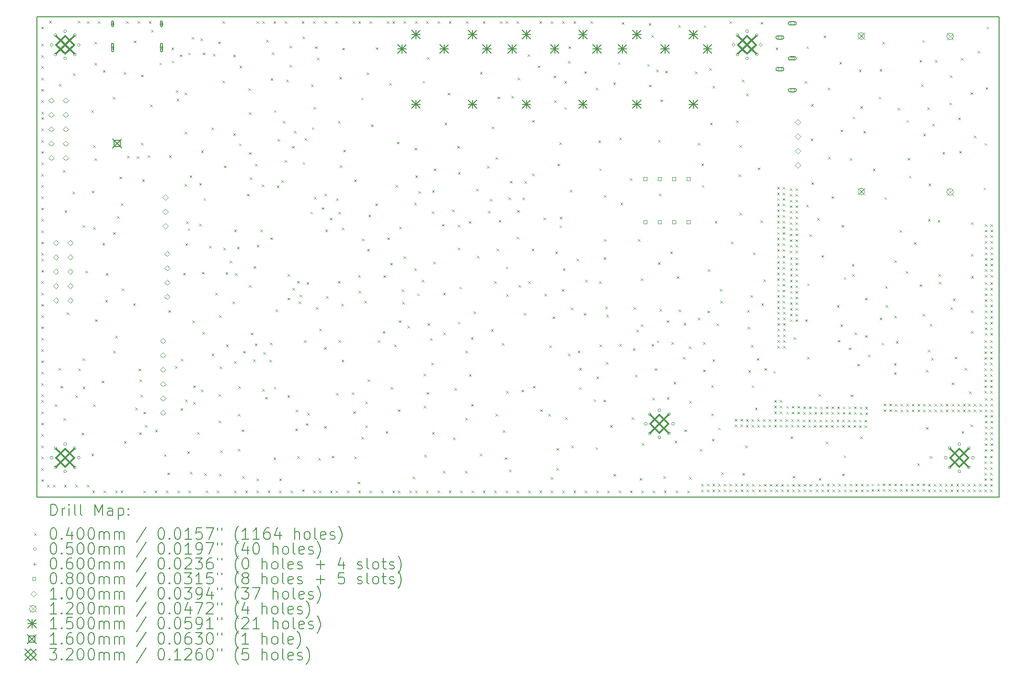
<source format=gbr>
%FSLAX45Y45*%
G04 Gerber Fmt 4.5, Leading zero omitted, Abs format (unit mm)*
G04 Created by KiCad (PCBNEW (6.0.0)) date 2023-05-12 18:21:28*
%MOMM*%
%LPD*%
G01*
G04 APERTURE LIST*
%TA.AperFunction,Profile*%
%ADD10C,0.200000*%
%TD*%
%ADD11C,0.200000*%
%ADD12C,0.040000*%
%ADD13C,0.050000*%
%ADD14C,0.060000*%
%ADD15C,0.080000*%
%ADD16C,0.100000*%
%ADD17C,0.120000*%
%ADD18C,0.150000*%
%ADD19C,0.160000*%
%ADD20C,0.320000*%
G04 APERTURE END LIST*
D10*
X5000000Y-4500000D02*
X22000000Y-4500000D01*
X22000000Y-4500000D02*
X22000000Y-13000000D01*
X22000000Y-13000000D02*
X5000000Y-13000000D01*
X5000000Y-13000000D02*
X5000000Y-4500000D01*
D11*
D12*
X5080000Y-4680000D02*
X5120000Y-4720000D01*
X5120000Y-4680000D02*
X5080000Y-4720000D01*
X5080000Y-4980000D02*
X5120000Y-5020000D01*
X5120000Y-4980000D02*
X5080000Y-5020000D01*
X5080000Y-5180000D02*
X5120000Y-5220000D01*
X5120000Y-5180000D02*
X5080000Y-5220000D01*
X5080000Y-5380000D02*
X5120000Y-5420000D01*
X5120000Y-5380000D02*
X5080000Y-5420000D01*
X5080000Y-5580000D02*
X5120000Y-5620000D01*
X5120000Y-5580000D02*
X5080000Y-5620000D01*
X5080000Y-5780000D02*
X5120000Y-5820000D01*
X5120000Y-5780000D02*
X5080000Y-5820000D01*
X5080000Y-5980000D02*
X5120000Y-6020000D01*
X5120000Y-5980000D02*
X5080000Y-6020000D01*
X5080000Y-6180000D02*
X5120000Y-6220000D01*
X5120000Y-6180000D02*
X5080000Y-6220000D01*
X5080000Y-6280000D02*
X5120000Y-6320000D01*
X5120000Y-6280000D02*
X5080000Y-6320000D01*
X5080000Y-6480000D02*
X5120000Y-6520000D01*
X5120000Y-6480000D02*
X5080000Y-6520000D01*
X5080000Y-6680000D02*
X5120000Y-6720000D01*
X5120000Y-6680000D02*
X5080000Y-6720000D01*
X5080000Y-6880000D02*
X5120000Y-6920000D01*
X5120000Y-6880000D02*
X5080000Y-6920000D01*
X5080000Y-7080000D02*
X5120000Y-7120000D01*
X5120000Y-7080000D02*
X5080000Y-7120000D01*
X5080000Y-7280000D02*
X5120000Y-7320000D01*
X5120000Y-7280000D02*
X5080000Y-7320000D01*
X5080000Y-7480000D02*
X5120000Y-7520000D01*
X5120000Y-7480000D02*
X5080000Y-7520000D01*
X5080000Y-7680000D02*
X5120000Y-7720000D01*
X5120000Y-7680000D02*
X5080000Y-7720000D01*
X5080000Y-7880000D02*
X5120000Y-7920000D01*
X5120000Y-7880000D02*
X5080000Y-7920000D01*
X5080000Y-8080000D02*
X5120000Y-8120000D01*
X5120000Y-8080000D02*
X5080000Y-8120000D01*
X5080000Y-8280000D02*
X5120000Y-8320000D01*
X5120000Y-8280000D02*
X5080000Y-8320000D01*
X5080000Y-8480000D02*
X5120000Y-8520000D01*
X5120000Y-8480000D02*
X5080000Y-8520000D01*
X5080000Y-8680000D02*
X5120000Y-8720000D01*
X5120000Y-8680000D02*
X5080000Y-8720000D01*
X5080000Y-8780000D02*
X5120000Y-8820000D01*
X5120000Y-8780000D02*
X5080000Y-8820000D01*
X5080000Y-8980000D02*
X5120000Y-9020000D01*
X5120000Y-8980000D02*
X5080000Y-9020000D01*
X5080000Y-9180000D02*
X5120000Y-9220000D01*
X5120000Y-9180000D02*
X5080000Y-9220000D01*
X5080000Y-9380000D02*
X5120000Y-9420000D01*
X5120000Y-9380000D02*
X5080000Y-9420000D01*
X5080000Y-9580000D02*
X5120000Y-9620000D01*
X5120000Y-9580000D02*
X5080000Y-9620000D01*
X5080000Y-9780000D02*
X5120000Y-9820000D01*
X5120000Y-9780000D02*
X5080000Y-9820000D01*
X5080000Y-9980000D02*
X5120000Y-10020000D01*
X5120000Y-9980000D02*
X5080000Y-10020000D01*
X5080000Y-10180000D02*
X5120000Y-10220000D01*
X5120000Y-10180000D02*
X5080000Y-10220000D01*
X5080000Y-10380000D02*
X5120000Y-10420000D01*
X5120000Y-10380000D02*
X5080000Y-10420000D01*
X5080000Y-10580000D02*
X5120000Y-10620000D01*
X5120000Y-10580000D02*
X5080000Y-10620000D01*
X5080000Y-10780000D02*
X5120000Y-10820000D01*
X5120000Y-10780000D02*
X5080000Y-10820000D01*
X5080000Y-10980000D02*
X5120000Y-11020000D01*
X5120000Y-10980000D02*
X5080000Y-11020000D01*
X5080000Y-11180000D02*
X5120000Y-11220000D01*
X5120000Y-11180000D02*
X5080000Y-11220000D01*
X5080000Y-11280000D02*
X5120000Y-11320000D01*
X5120000Y-11280000D02*
X5080000Y-11320000D01*
X5080000Y-11480000D02*
X5120000Y-11520000D01*
X5120000Y-11480000D02*
X5080000Y-11520000D01*
X5080000Y-11680000D02*
X5120000Y-11720000D01*
X5120000Y-11680000D02*
X5080000Y-11720000D01*
X5080000Y-11880000D02*
X5120000Y-11920000D01*
X5120000Y-11880000D02*
X5080000Y-11920000D01*
X5080000Y-12080000D02*
X5120000Y-12120000D01*
X5120000Y-12080000D02*
X5080000Y-12120000D01*
X5080000Y-12280000D02*
X5120000Y-12320000D01*
X5120000Y-12280000D02*
X5080000Y-12320000D01*
X5080000Y-12480000D02*
X5120000Y-12520000D01*
X5120000Y-12480000D02*
X5080000Y-12520000D01*
X5080000Y-12680000D02*
X5120000Y-12720000D01*
X5120000Y-12680000D02*
X5080000Y-12720000D01*
X5180000Y-12780000D02*
X5220000Y-12820000D01*
X5220000Y-12780000D02*
X5180000Y-12820000D01*
X5217700Y-4571600D02*
X5257700Y-4611600D01*
X5257700Y-4571600D02*
X5217700Y-4611600D01*
X5280000Y-12780000D02*
X5320000Y-12820000D01*
X5320000Y-12780000D02*
X5280000Y-12820000D01*
X5314000Y-11355000D02*
X5354000Y-11395000D01*
X5354000Y-11355000D02*
X5314000Y-11395000D01*
X5382000Y-10712000D02*
X5422000Y-10752000D01*
X5422000Y-10712000D02*
X5382000Y-10752000D01*
X5394000Y-5692000D02*
X5434000Y-5732000D01*
X5434000Y-5692000D02*
X5394000Y-5732000D01*
X5419000Y-11030000D02*
X5459000Y-11070000D01*
X5459000Y-11030000D02*
X5419000Y-11070000D01*
X5457000Y-7214000D02*
X5497000Y-7254000D01*
X5497000Y-7214000D02*
X5457000Y-7254000D01*
X5470000Y-11603000D02*
X5510000Y-11643000D01*
X5510000Y-11603000D02*
X5470000Y-11643000D01*
X5480000Y-12780000D02*
X5520000Y-12820000D01*
X5520000Y-12780000D02*
X5480000Y-12820000D01*
X5488000Y-7923000D02*
X5528000Y-7963000D01*
X5528000Y-7923000D02*
X5488000Y-7963000D01*
X5527400Y-9730000D02*
X5567400Y-9770000D01*
X5567400Y-9730000D02*
X5527400Y-9770000D01*
X5627000Y-7595000D02*
X5667000Y-7635000D01*
X5667000Y-7595000D02*
X5627000Y-7635000D01*
X5637000Y-5505000D02*
X5677000Y-5545000D01*
X5677000Y-5505000D02*
X5637000Y-5545000D01*
X5680000Y-12780000D02*
X5720000Y-12820000D01*
X5720000Y-12780000D02*
X5680000Y-12820000D01*
X5682000Y-11191000D02*
X5722000Y-11231000D01*
X5722000Y-11191000D02*
X5682000Y-11231000D01*
X5720900Y-4570100D02*
X5760900Y-4610100D01*
X5760900Y-4570100D02*
X5720900Y-4610100D01*
X5731000Y-10718000D02*
X5771000Y-10758000D01*
X5771000Y-10718000D02*
X5731000Y-10758000D01*
X5790000Y-11858000D02*
X5830000Y-11898000D01*
X5830000Y-11858000D02*
X5790000Y-11898000D01*
X5803700Y-8186800D02*
X5843700Y-8226800D01*
X5843700Y-8186800D02*
X5803700Y-8226800D01*
X5808000Y-10542000D02*
X5848000Y-10582000D01*
X5848000Y-10542000D02*
X5808000Y-10582000D01*
X5811000Y-11044000D02*
X5851000Y-11084000D01*
X5851000Y-11044000D02*
X5811000Y-11084000D01*
X5858900Y-8995000D02*
X5898900Y-9035000D01*
X5898900Y-8995000D02*
X5858900Y-9035000D01*
X5880000Y-4580000D02*
X5920000Y-4620000D01*
X5920000Y-4580000D02*
X5880000Y-4620000D01*
X5880000Y-12780000D02*
X5920000Y-12820000D01*
X5920000Y-12780000D02*
X5880000Y-12820000D01*
X5959000Y-6157000D02*
X5999000Y-6197000D01*
X5999000Y-6157000D02*
X5959000Y-6197000D01*
X5962500Y-12225500D02*
X6002500Y-12265500D01*
X6002500Y-12225500D02*
X5962500Y-12265500D01*
X5971000Y-7580000D02*
X6011000Y-7620000D01*
X6011000Y-7580000D02*
X5971000Y-7620000D01*
X5980000Y-12880000D02*
X6020000Y-12920000D01*
X6020000Y-12880000D02*
X5980000Y-12920000D01*
X5992000Y-6772000D02*
X6032000Y-6812000D01*
X6032000Y-6772000D02*
X5992000Y-6812000D01*
X5992000Y-8224000D02*
X6032000Y-8264000D01*
X6032000Y-8224000D02*
X5992000Y-8264000D01*
X5993000Y-11357000D02*
X6033000Y-11397000D01*
X6033000Y-11357000D02*
X5993000Y-11397000D01*
X6017000Y-5317000D02*
X6057000Y-5357000D01*
X6057000Y-5317000D02*
X6017000Y-5357000D01*
X6018000Y-7002000D02*
X6058000Y-7042000D01*
X6058000Y-7002000D02*
X6018000Y-7042000D01*
X6021000Y-4943000D02*
X6061000Y-4983000D01*
X6061000Y-4943000D02*
X6021000Y-4983000D01*
X6027000Y-9853000D02*
X6067000Y-9893000D01*
X6067000Y-9853000D02*
X6027000Y-9893000D01*
X6080000Y-4580000D02*
X6120000Y-4620000D01*
X6120000Y-4580000D02*
X6080000Y-4620000D01*
X6145000Y-10935000D02*
X6185000Y-10975000D01*
X6185000Y-10935000D02*
X6145000Y-10975000D01*
X6157000Y-8503000D02*
X6197000Y-8543000D01*
X6197000Y-8503000D02*
X6157000Y-8543000D01*
X6166000Y-5443000D02*
X6206000Y-5483000D01*
X6206000Y-5443000D02*
X6166000Y-5483000D01*
X6180000Y-12880000D02*
X6220000Y-12920000D01*
X6220000Y-12880000D02*
X6180000Y-12920000D01*
X6208000Y-9509000D02*
X6248000Y-9549000D01*
X6248000Y-9509000D02*
X6208000Y-9549000D01*
X6218000Y-9038000D02*
X6258000Y-9078000D01*
X6258000Y-9038000D02*
X6218000Y-9078000D01*
X6337000Y-5917000D02*
X6377000Y-5957000D01*
X6377000Y-5917000D02*
X6337000Y-5957000D01*
X6347000Y-10407000D02*
X6387000Y-10447000D01*
X6387000Y-10407000D02*
X6347000Y-10447000D01*
X6350000Y-8310000D02*
X6390000Y-8350000D01*
X6390000Y-8310000D02*
X6350000Y-8350000D01*
X6380000Y-10144000D02*
X6420000Y-10184000D01*
X6420000Y-10144000D02*
X6380000Y-10184000D01*
X6380000Y-12880000D02*
X6420000Y-12920000D01*
X6420000Y-12880000D02*
X6380000Y-12920000D01*
X6418000Y-8026000D02*
X6458000Y-8066000D01*
X6458000Y-8026000D02*
X6418000Y-8066000D01*
X6456000Y-7328000D02*
X6496000Y-7368000D01*
X6496000Y-7328000D02*
X6456000Y-7368000D01*
X6480000Y-12880000D02*
X6520000Y-12920000D01*
X6520000Y-12880000D02*
X6480000Y-12920000D01*
X6483000Y-7797000D02*
X6523000Y-7837000D01*
X6523000Y-7797000D02*
X6483000Y-7837000D01*
X6499000Y-9308000D02*
X6539000Y-9348000D01*
X6539000Y-9308000D02*
X6499000Y-9348000D01*
X6535000Y-5479000D02*
X6575000Y-5519000D01*
X6575000Y-5479000D02*
X6535000Y-5519000D01*
X6540000Y-12005000D02*
X6580000Y-12045000D01*
X6580000Y-12005000D02*
X6540000Y-12045000D01*
X6580000Y-4580000D02*
X6620000Y-4620000D01*
X6620000Y-4580000D02*
X6580000Y-4620000D01*
X6595000Y-6958000D02*
X6635000Y-6998000D01*
X6635000Y-6958000D02*
X6595000Y-6998000D01*
X6701000Y-9570000D02*
X6741000Y-9610000D01*
X6741000Y-9570000D02*
X6701000Y-9610000D01*
X6710000Y-4925000D02*
X6750000Y-4965000D01*
X6750000Y-4925000D02*
X6710000Y-4965000D01*
X6740000Y-11413000D02*
X6780000Y-11453000D01*
X6780000Y-11413000D02*
X6740000Y-11453000D01*
X6766000Y-6967000D02*
X6806000Y-7007000D01*
X6806000Y-6967000D02*
X6766000Y-7007000D01*
X6780000Y-4580000D02*
X6820000Y-4620000D01*
X6820000Y-4580000D02*
X6780000Y-4620000D01*
X6798000Y-10724000D02*
X6838000Y-10764000D01*
X6838000Y-10724000D02*
X6798000Y-10764000D01*
X6806000Y-11850000D02*
X6846000Y-11890000D01*
X6846000Y-11850000D02*
X6806000Y-11890000D01*
X6813000Y-10917000D02*
X6853000Y-10957000D01*
X6853000Y-10917000D02*
X6813000Y-10957000D01*
X6834000Y-11184000D02*
X6874000Y-11224000D01*
X6874000Y-11184000D02*
X6834000Y-11224000D01*
X6840000Y-5525000D02*
X6880000Y-5565000D01*
X6880000Y-5525000D02*
X6840000Y-5565000D01*
X6841000Y-6732000D02*
X6881000Y-6772000D01*
X6881000Y-6732000D02*
X6841000Y-6772000D01*
X6861000Y-7373000D02*
X6901000Y-7413000D01*
X6901000Y-7373000D02*
X6861000Y-7413000D01*
X6879000Y-11487000D02*
X6919000Y-11527000D01*
X6919000Y-11487000D02*
X6879000Y-11527000D01*
X6880000Y-12880000D02*
X6920000Y-12920000D01*
X6920000Y-12880000D02*
X6880000Y-12920000D01*
X6907000Y-11721000D02*
X6947000Y-11761000D01*
X6947000Y-11721000D02*
X6907000Y-11761000D01*
X6960000Y-6952000D02*
X7000000Y-6992000D01*
X7000000Y-6952000D02*
X6960000Y-6992000D01*
X6980000Y-4580000D02*
X7020000Y-4620000D01*
X7020000Y-4580000D02*
X6980000Y-4620000D01*
X7003000Y-6055000D02*
X7043000Y-6095000D01*
X7043000Y-6055000D02*
X7003000Y-6095000D01*
X7018000Y-4733000D02*
X7058000Y-4773000D01*
X7058000Y-4733000D02*
X7018000Y-4773000D01*
X7080000Y-12880000D02*
X7120000Y-12920000D01*
X7120000Y-12880000D02*
X7080000Y-12920000D01*
X7090000Y-11805000D02*
X7130000Y-11845000D01*
X7130000Y-11805000D02*
X7090000Y-11845000D01*
X7166000Y-5313000D02*
X7206000Y-5353000D01*
X7206000Y-5313000D02*
X7166000Y-5353000D01*
X7249000Y-12235000D02*
X7289000Y-12275000D01*
X7289000Y-12235000D02*
X7249000Y-12275000D01*
X7280000Y-12880000D02*
X7320000Y-12920000D01*
X7320000Y-12880000D02*
X7280000Y-12920000D01*
X7307000Y-12562000D02*
X7347000Y-12602000D01*
X7347000Y-12562000D02*
X7307000Y-12602000D01*
X7320000Y-9691000D02*
X7360000Y-9731000D01*
X7360000Y-9691000D02*
X7320000Y-9731000D01*
X7334000Y-6955000D02*
X7374000Y-6995000D01*
X7374000Y-6955000D02*
X7334000Y-6995000D01*
X7378000Y-5048000D02*
X7418000Y-5088000D01*
X7418000Y-5048000D02*
X7378000Y-5088000D01*
X7386000Y-5281000D02*
X7426000Y-5321000D01*
X7426000Y-5281000D02*
X7386000Y-5321000D01*
X7440000Y-10675000D02*
X7480000Y-10715000D01*
X7480000Y-10675000D02*
X7440000Y-10715000D01*
X7457000Y-5802000D02*
X7497000Y-5842000D01*
X7497000Y-5802000D02*
X7457000Y-5842000D01*
X7470000Y-5955000D02*
X7510000Y-5995000D01*
X7510000Y-5955000D02*
X7470000Y-5995000D01*
X7480000Y-12880000D02*
X7520000Y-12920000D01*
X7520000Y-12880000D02*
X7480000Y-12920000D01*
X7524000Y-5169000D02*
X7564000Y-5209000D01*
X7564000Y-5169000D02*
X7524000Y-5209000D01*
X7539000Y-11422000D02*
X7579000Y-11462000D01*
X7579000Y-11422000D02*
X7539000Y-11462000D01*
X7542000Y-10549000D02*
X7582000Y-10589000D01*
X7582000Y-10549000D02*
X7542000Y-10589000D01*
X7586000Y-9031000D02*
X7626000Y-9071000D01*
X7626000Y-9031000D02*
X7586000Y-9071000D01*
X7608000Y-7463000D02*
X7648000Y-7503000D01*
X7648000Y-7463000D02*
X7608000Y-7503000D01*
X7610000Y-5845000D02*
X7650000Y-5885000D01*
X7650000Y-5845000D02*
X7610000Y-5885000D01*
X7610000Y-6535000D02*
X7650000Y-6575000D01*
X7650000Y-6535000D02*
X7610000Y-6575000D01*
X7620000Y-11270000D02*
X7660000Y-11310000D01*
X7660000Y-11270000D02*
X7620000Y-11310000D01*
X7622000Y-8513000D02*
X7662000Y-8553000D01*
X7662000Y-8513000D02*
X7622000Y-8553000D01*
X7635000Y-8122000D02*
X7675000Y-8162000D01*
X7675000Y-8122000D02*
X7635000Y-8162000D01*
X7657000Y-12186000D02*
X7697000Y-12226000D01*
X7697000Y-12186000D02*
X7657000Y-12226000D01*
X7666000Y-8244000D02*
X7706000Y-8284000D01*
X7706000Y-8244000D02*
X7666000Y-8284000D01*
X7673000Y-5136000D02*
X7713000Y-5176000D01*
X7713000Y-5136000D02*
X7673000Y-5176000D01*
X7680000Y-12880000D02*
X7720000Y-12920000D01*
X7720000Y-12880000D02*
X7680000Y-12920000D01*
X7700000Y-7305000D02*
X7740000Y-7345000D01*
X7740000Y-7305000D02*
X7700000Y-7345000D01*
X7701000Y-12547000D02*
X7741000Y-12587000D01*
X7741000Y-12547000D02*
X7701000Y-12587000D01*
X7738000Y-4861000D02*
X7778000Y-4901000D01*
X7778000Y-4861000D02*
X7738000Y-4901000D01*
X7745000Y-9875000D02*
X7785000Y-9915000D01*
X7785000Y-9875000D02*
X7745000Y-9915000D01*
X7760000Y-11020000D02*
X7800000Y-11060000D01*
X7800000Y-11020000D02*
X7760000Y-11060000D01*
X7760000Y-11310000D02*
X7800000Y-11350000D01*
X7800000Y-11310000D02*
X7760000Y-11350000D01*
X7828000Y-11847000D02*
X7868000Y-11887000D01*
X7868000Y-11847000D02*
X7828000Y-11887000D01*
X7862000Y-8160000D02*
X7902000Y-8200000D01*
X7902000Y-8160000D02*
X7862000Y-8200000D01*
X7868000Y-7443000D02*
X7908000Y-7483000D01*
X7908000Y-7443000D02*
X7868000Y-7483000D01*
X7890000Y-4885000D02*
X7930000Y-4925000D01*
X7930000Y-4885000D02*
X7890000Y-4925000D01*
X7900000Y-11090000D02*
X7940000Y-11130000D01*
X7940000Y-11090000D02*
X7900000Y-11130000D01*
X7901000Y-6865000D02*
X7941000Y-6905000D01*
X7941000Y-6865000D02*
X7901000Y-6905000D01*
X7912000Y-9014000D02*
X7952000Y-9054000D01*
X7952000Y-9014000D02*
X7912000Y-9054000D01*
X7926000Y-10075000D02*
X7966000Y-10115000D01*
X7966000Y-10075000D02*
X7926000Y-10115000D01*
X7930000Y-5135000D02*
X7970000Y-5175000D01*
X7970000Y-5135000D02*
X7930000Y-5175000D01*
X7945000Y-7710000D02*
X7985000Y-7750000D01*
X7985000Y-7710000D02*
X7945000Y-7750000D01*
X7957000Y-12572000D02*
X7997000Y-12612000D01*
X7997000Y-12572000D02*
X7957000Y-12612000D01*
X7980000Y-12880000D02*
X8020000Y-12920000D01*
X8020000Y-12880000D02*
X7980000Y-12920000D01*
X8040000Y-8555000D02*
X8080000Y-8595000D01*
X8080000Y-8555000D02*
X8040000Y-8595000D01*
X8086000Y-6464000D02*
X8126000Y-6504000D01*
X8126000Y-6464000D02*
X8086000Y-6504000D01*
X8089248Y-10455248D02*
X8129248Y-10495248D01*
X8129248Y-10455248D02*
X8089248Y-10495248D01*
X8110000Y-5160000D02*
X8150000Y-5200000D01*
X8150000Y-5160000D02*
X8110000Y-5200000D01*
X8152000Y-9384000D02*
X8192000Y-9424000D01*
X8192000Y-9384000D02*
X8152000Y-9424000D01*
X8180000Y-12880000D02*
X8220000Y-12920000D01*
X8220000Y-12880000D02*
X8180000Y-12920000D01*
X8204000Y-4941000D02*
X8244000Y-4981000D01*
X8244000Y-4941000D02*
X8204000Y-4981000D01*
X8210000Y-11180000D02*
X8250000Y-11220000D01*
X8250000Y-11180000D02*
X8210000Y-11220000D01*
X8214000Y-11640000D02*
X8254000Y-11680000D01*
X8254000Y-11640000D02*
X8214000Y-11680000D01*
X8220000Y-9780000D02*
X8260000Y-9820000D01*
X8260000Y-9780000D02*
X8220000Y-9820000D01*
X8221000Y-12583000D02*
X8261000Y-12623000D01*
X8261000Y-12583000D02*
X8221000Y-12623000D01*
X8228000Y-10687000D02*
X8268000Y-10727000D01*
X8268000Y-10687000D02*
X8228000Y-10727000D01*
X8235000Y-12169000D02*
X8275000Y-12209000D01*
X8275000Y-12169000D02*
X8235000Y-12209000D01*
X8277000Y-5634000D02*
X8317000Y-5674000D01*
X8317000Y-5634000D02*
X8277000Y-5674000D01*
X8280000Y-4580000D02*
X8320000Y-4620000D01*
X8320000Y-4580000D02*
X8280000Y-4620000D01*
X8297000Y-8585000D02*
X8337000Y-8625000D01*
X8337000Y-8585000D02*
X8297000Y-8625000D01*
X8304000Y-7134000D02*
X8344000Y-7174000D01*
X8344000Y-7134000D02*
X8304000Y-7174000D01*
X8334000Y-9021000D02*
X8374000Y-9061000D01*
X8374000Y-9021000D02*
X8334000Y-9061000D01*
X8342998Y-10297998D02*
X8382998Y-10337998D01*
X8382998Y-10297998D02*
X8342998Y-10337998D01*
X8406000Y-8817000D02*
X8446000Y-8857000D01*
X8446000Y-8817000D02*
X8406000Y-8857000D01*
X8457000Y-9536000D02*
X8497000Y-9576000D01*
X8497000Y-9536000D02*
X8457000Y-9576000D01*
X8470000Y-5175000D02*
X8510000Y-5215000D01*
X8510000Y-5175000D02*
X8470000Y-5215000D01*
X8470000Y-6565000D02*
X8510000Y-6605000D01*
X8510000Y-6565000D02*
X8470000Y-6605000D01*
X8480000Y-10590000D02*
X8520000Y-10630000D01*
X8520000Y-10590000D02*
X8480000Y-10630000D01*
X8480000Y-12880000D02*
X8520000Y-12920000D01*
X8520000Y-12880000D02*
X8480000Y-12920000D01*
X8486000Y-8266000D02*
X8526000Y-8306000D01*
X8526000Y-8266000D02*
X8486000Y-8306000D01*
X8501000Y-9035000D02*
X8541000Y-9075000D01*
X8541000Y-9035000D02*
X8501000Y-9075000D01*
X8537000Y-8571000D02*
X8577000Y-8611000D01*
X8577000Y-8571000D02*
X8537000Y-8611000D01*
X8552000Y-11522000D02*
X8592000Y-11562000D01*
X8592000Y-11522000D02*
X8552000Y-11562000D01*
X8552000Y-12144000D02*
X8592000Y-12184000D01*
X8592000Y-12144000D02*
X8552000Y-12184000D01*
X8560000Y-11035000D02*
X8600000Y-11075000D01*
X8600000Y-11035000D02*
X8560000Y-11075000D01*
X8570000Y-6745000D02*
X8610000Y-6785000D01*
X8610000Y-6745000D02*
X8570000Y-6785000D01*
X8579000Y-5370000D02*
X8619000Y-5410000D01*
X8619000Y-5370000D02*
X8579000Y-5410000D01*
X8617000Y-11800000D02*
X8657000Y-11840000D01*
X8657000Y-11800000D02*
X8617000Y-11840000D01*
X8628000Y-12622000D02*
X8668000Y-12662000D01*
X8668000Y-12622000D02*
X8628000Y-12662000D01*
X8640000Y-10410000D02*
X8680000Y-10450000D01*
X8680000Y-10410000D02*
X8640000Y-10450000D01*
X8680000Y-12880000D02*
X8720000Y-12920000D01*
X8720000Y-12880000D02*
X8680000Y-12920000D01*
X8710000Y-7634000D02*
X8750000Y-7674000D01*
X8750000Y-7634000D02*
X8710000Y-7674000D01*
X8738000Y-5765000D02*
X8778000Y-5805000D01*
X8778000Y-5765000D02*
X8738000Y-5805000D01*
X8744000Y-6191000D02*
X8784000Y-6231000D01*
X8784000Y-6191000D02*
X8744000Y-6231000D01*
X8744000Y-6898000D02*
X8784000Y-6938000D01*
X8784000Y-6898000D02*
X8744000Y-6938000D01*
X8747000Y-9246000D02*
X8787000Y-9286000D01*
X8787000Y-9246000D02*
X8747000Y-9286000D01*
X8763000Y-7339000D02*
X8803000Y-7379000D01*
X8803000Y-7339000D02*
X8763000Y-7379000D01*
X8780000Y-10090000D02*
X8820000Y-10130000D01*
X8820000Y-10090000D02*
X8780000Y-10130000D01*
X8820000Y-10560000D02*
X8860000Y-10600000D01*
X8860000Y-10560000D02*
X8820000Y-10600000D01*
X8827000Y-8912000D02*
X8867000Y-8952000D01*
X8867000Y-8912000D02*
X8827000Y-8952000D01*
X8850000Y-10280000D02*
X8890000Y-10320000D01*
X8890000Y-10280000D02*
X8850000Y-10320000D01*
X8855000Y-7106000D02*
X8895000Y-7146000D01*
X8895000Y-7106000D02*
X8855000Y-7146000D01*
X8880000Y-4580000D02*
X8920000Y-4620000D01*
X8920000Y-4580000D02*
X8880000Y-4620000D01*
X8880000Y-12880000D02*
X8920000Y-12920000D01*
X8920000Y-12880000D02*
X8880000Y-12920000D01*
X8881000Y-12670000D02*
X8921000Y-12710000D01*
X8921000Y-12670000D02*
X8881000Y-12710000D01*
X8885000Y-8534000D02*
X8925000Y-8574000D01*
X8925000Y-8534000D02*
X8885000Y-8574000D01*
X8950000Y-8265000D02*
X8990000Y-8305000D01*
X8990000Y-8265000D02*
X8950000Y-8305000D01*
X8976000Y-7469000D02*
X9016000Y-7509000D01*
X9016000Y-7469000D02*
X8976000Y-7509000D01*
X8980000Y-4580000D02*
X9020000Y-4620000D01*
X9020000Y-4580000D02*
X8980000Y-4620000D01*
X8984000Y-11086000D02*
X9024000Y-11126000D01*
X9024000Y-11086000D02*
X8984000Y-11126000D01*
X9000000Y-10430000D02*
X9040000Y-10470000D01*
X9040000Y-10430000D02*
X9000000Y-10470000D01*
X9033000Y-11224000D02*
X9073000Y-11264000D01*
X9073000Y-11224000D02*
X9033000Y-11264000D01*
X9049000Y-4914000D02*
X9089000Y-4954000D01*
X9089000Y-4914000D02*
X9049000Y-4954000D01*
X9080000Y-12880000D02*
X9120000Y-12920000D01*
X9120000Y-12880000D02*
X9080000Y-12920000D01*
X9110000Y-10570000D02*
X9150000Y-10610000D01*
X9150000Y-10570000D02*
X9110000Y-10610000D01*
X9120000Y-10260000D02*
X9160000Y-10300000D01*
X9160000Y-10260000D02*
X9120000Y-10300000D01*
X9125000Y-8404000D02*
X9165000Y-8444000D01*
X9165000Y-8404000D02*
X9125000Y-8444000D01*
X9130000Y-5588000D02*
X9170000Y-5628000D01*
X9170000Y-5588000D02*
X9130000Y-5628000D01*
X9152000Y-5133000D02*
X9192000Y-5173000D01*
X9192000Y-5133000D02*
X9152000Y-5173000D01*
X9180000Y-4580000D02*
X9220000Y-4620000D01*
X9220000Y-4580000D02*
X9180000Y-4620000D01*
X9180000Y-12295000D02*
X9220000Y-12335000D01*
X9220000Y-12295000D02*
X9180000Y-12335000D01*
X9188000Y-6152000D02*
X9228000Y-6192000D01*
X9228000Y-6152000D02*
X9188000Y-6192000D01*
X9190000Y-11045000D02*
X9230000Y-11085000D01*
X9230000Y-11045000D02*
X9190000Y-11085000D01*
X9219000Y-9681000D02*
X9259000Y-9721000D01*
X9259000Y-9681000D02*
X9219000Y-9721000D01*
X9240000Y-7485000D02*
X9280000Y-7525000D01*
X9280000Y-7485000D02*
X9240000Y-7525000D01*
X9252000Y-6666000D02*
X9292000Y-6706000D01*
X9292000Y-6666000D02*
X9252000Y-6706000D01*
X9280000Y-12880000D02*
X9320000Y-12920000D01*
X9320000Y-12880000D02*
X9280000Y-12920000D01*
X9282000Y-12670000D02*
X9322000Y-12710000D01*
X9322000Y-12670000D02*
X9282000Y-12710000D01*
X9319819Y-7395181D02*
X9359819Y-7435181D01*
X9359819Y-7395181D02*
X9319819Y-7435181D01*
X9344000Y-6342000D02*
X9384000Y-6382000D01*
X9384000Y-6342000D02*
X9344000Y-6382000D01*
X9377000Y-7037000D02*
X9417000Y-7077000D01*
X9417000Y-7037000D02*
X9377000Y-7077000D01*
X9380000Y-4580000D02*
X9420000Y-4620000D01*
X9420000Y-4580000D02*
X9380000Y-4620000D01*
X9407000Y-5613000D02*
X9447000Y-5653000D01*
X9447000Y-5613000D02*
X9407000Y-5653000D01*
X9427000Y-11195000D02*
X9467000Y-11235000D01*
X9467000Y-11195000D02*
X9427000Y-11235000D01*
X9430000Y-9050000D02*
X9470000Y-9090000D01*
X9470000Y-9050000D02*
X9430000Y-9090000D01*
X9430000Y-9471000D02*
X9470000Y-9511000D01*
X9470000Y-9471000D02*
X9430000Y-9511000D01*
X9462000Y-5013000D02*
X9502000Y-5053000D01*
X9502000Y-5013000D02*
X9462000Y-5053000D01*
X9462000Y-5354000D02*
X9502000Y-5394000D01*
X9502000Y-5354000D02*
X9462000Y-5394000D01*
X9480000Y-12880000D02*
X9520000Y-12920000D01*
X9520000Y-12880000D02*
X9480000Y-12920000D01*
X9509000Y-6787000D02*
X9549000Y-6827000D01*
X9549000Y-6787000D02*
X9509000Y-6827000D01*
X9517000Y-9297000D02*
X9557000Y-9337000D01*
X9557000Y-9297000D02*
X9517000Y-9337000D01*
X9543000Y-6519000D02*
X9583000Y-6559000D01*
X9583000Y-6519000D02*
X9543000Y-6559000D01*
X9568000Y-11783000D02*
X9608000Y-11823000D01*
X9608000Y-11783000D02*
X9568000Y-11823000D01*
X9573000Y-11448000D02*
X9613000Y-11488000D01*
X9613000Y-11448000D02*
X9573000Y-11488000D01*
X9601000Y-12270000D02*
X9641000Y-12310000D01*
X9641000Y-12270000D02*
X9601000Y-12310000D01*
X9602000Y-9175000D02*
X9642000Y-9215000D01*
X9642000Y-9175000D02*
X9602000Y-9215000D01*
X9626000Y-9536000D02*
X9666000Y-9576000D01*
X9666000Y-9536000D02*
X9626000Y-9576000D01*
X9640000Y-9413000D02*
X9680000Y-9453000D01*
X9680000Y-9413000D02*
X9640000Y-9453000D01*
X9680000Y-4580000D02*
X9720000Y-4620000D01*
X9720000Y-4580000D02*
X9680000Y-4620000D01*
X9685000Y-12857000D02*
X9725000Y-12897000D01*
X9725000Y-12857000D02*
X9685000Y-12897000D01*
X9690000Y-4850000D02*
X9730000Y-4890000D01*
X9730000Y-4850000D02*
X9690000Y-4890000D01*
X9696000Y-7074000D02*
X9736000Y-7114000D01*
X9736000Y-7074000D02*
X9696000Y-7114000D01*
X9716000Y-10221000D02*
X9756000Y-10261000D01*
X9756000Y-10221000D02*
X9716000Y-10261000D01*
X9727000Y-6646000D02*
X9767000Y-6686000D01*
X9767000Y-6646000D02*
X9727000Y-6686000D01*
X9754000Y-11689000D02*
X9794000Y-11729000D01*
X9794000Y-11689000D02*
X9754000Y-11729000D01*
X9764000Y-9195000D02*
X9804000Y-9235000D01*
X9804000Y-9195000D02*
X9764000Y-9235000D01*
X9776000Y-11507000D02*
X9816000Y-11547000D01*
X9816000Y-11507000D02*
X9776000Y-11547000D01*
X9833000Y-7947000D02*
X9873000Y-7987000D01*
X9873000Y-7947000D02*
X9833000Y-7987000D01*
X9846000Y-5697000D02*
X9886000Y-5737000D01*
X9886000Y-5697000D02*
X9846000Y-5737000D01*
X9859000Y-6456000D02*
X9899000Y-6496000D01*
X9899000Y-6456000D02*
X9859000Y-6496000D01*
X9880000Y-4580000D02*
X9920000Y-4620000D01*
X9920000Y-4580000D02*
X9880000Y-4620000D01*
X9880000Y-12880000D02*
X9920000Y-12920000D01*
X9920000Y-12880000D02*
X9880000Y-12920000D01*
X9888000Y-6098000D02*
X9928000Y-6138000D01*
X9928000Y-6098000D02*
X9888000Y-6138000D01*
X9894000Y-7687000D02*
X9934000Y-7727000D01*
X9934000Y-7687000D02*
X9894000Y-7727000D01*
X9914000Y-5026000D02*
X9954000Y-5066000D01*
X9954000Y-5026000D02*
X9914000Y-5066000D01*
X9931000Y-9638000D02*
X9971000Y-9678000D01*
X9971000Y-9638000D02*
X9931000Y-9678000D01*
X9948000Y-5224000D02*
X9988000Y-5264000D01*
X9988000Y-5224000D02*
X9948000Y-5264000D01*
X9970000Y-12305000D02*
X10010000Y-12345000D01*
X10010000Y-12305000D02*
X9970000Y-12345000D01*
X9980000Y-12880000D02*
X10020000Y-12920000D01*
X10020000Y-12880000D02*
X9980000Y-12920000D01*
X9989000Y-10017000D02*
X10029000Y-10057000D01*
X10029000Y-10017000D02*
X9989000Y-10057000D01*
X10031000Y-7872000D02*
X10071000Y-7912000D01*
X10071000Y-7872000D02*
X10031000Y-7912000D01*
X10072000Y-10344000D02*
X10112000Y-10384000D01*
X10112000Y-10344000D02*
X10072000Y-10384000D01*
X10073000Y-11740000D02*
X10113000Y-11780000D01*
X10113000Y-11740000D02*
X10073000Y-11780000D01*
X10080000Y-4580000D02*
X10120000Y-4620000D01*
X10120000Y-4580000D02*
X10080000Y-4620000D01*
X10083000Y-7627000D02*
X10123000Y-7667000D01*
X10123000Y-7627000D02*
X10083000Y-7667000D01*
X10094000Y-8263000D02*
X10134000Y-8303000D01*
X10134000Y-8263000D02*
X10094000Y-8303000D01*
X10105000Y-9442000D02*
X10145000Y-9482000D01*
X10145000Y-9442000D02*
X10105000Y-9482000D01*
X10175000Y-8057000D02*
X10215000Y-8097000D01*
X10215000Y-8057000D02*
X10175000Y-8097000D01*
X10180000Y-12880000D02*
X10220000Y-12920000D01*
X10220000Y-12880000D02*
X10180000Y-12920000D01*
X10212000Y-12264000D02*
X10252000Y-12304000D01*
X10252000Y-12264000D02*
X10212000Y-12304000D01*
X10280000Y-4580000D02*
X10320000Y-4620000D01*
X10320000Y-4580000D02*
X10280000Y-4620000D01*
X10280000Y-12880000D02*
X10320000Y-12920000D01*
X10320000Y-12880000D02*
X10280000Y-12920000D01*
X10284000Y-11151000D02*
X10324000Y-11191000D01*
X10324000Y-11151000D02*
X10284000Y-11191000D01*
X10287000Y-7715000D02*
X10327000Y-7755000D01*
X10327000Y-7715000D02*
X10287000Y-7755000D01*
X10319000Y-6343000D02*
X10359000Y-6383000D01*
X10359000Y-6343000D02*
X10319000Y-6383000D01*
X10320000Y-9175000D02*
X10360000Y-9215000D01*
X10360000Y-9175000D02*
X10320000Y-9215000D01*
X10326000Y-7954000D02*
X10366000Y-7994000D01*
X10366000Y-7954000D02*
X10326000Y-7994000D01*
X10326000Y-10220000D02*
X10366000Y-10260000D01*
X10366000Y-10220000D02*
X10326000Y-10260000D01*
X10342000Y-5567000D02*
X10382000Y-5607000D01*
X10382000Y-5567000D02*
X10342000Y-5607000D01*
X10351000Y-7130000D02*
X10391000Y-7170000D01*
X10391000Y-7130000D02*
X10351000Y-7170000D01*
X10377000Y-9575000D02*
X10417000Y-9615000D01*
X10417000Y-9575000D02*
X10377000Y-9615000D01*
X10384000Y-10569000D02*
X10424000Y-10609000D01*
X10424000Y-10569000D02*
X10384000Y-10609000D01*
X10386000Y-8229000D02*
X10426000Y-8269000D01*
X10426000Y-8229000D02*
X10386000Y-8269000D01*
X10398000Y-5051000D02*
X10438000Y-5091000D01*
X10438000Y-5051000D02*
X10398000Y-5091000D01*
X10410000Y-6855050D02*
X10450000Y-6895050D01*
X10450000Y-6855050D02*
X10410000Y-6895050D01*
X10480000Y-12880000D02*
X10520000Y-12920000D01*
X10520000Y-12880000D02*
X10480000Y-12920000D01*
X10567000Y-11144000D02*
X10607000Y-11184000D01*
X10607000Y-11144000D02*
X10567000Y-11184000D01*
X10580000Y-4580000D02*
X10620000Y-4620000D01*
X10620000Y-4580000D02*
X10580000Y-4620000D01*
X10589000Y-11478000D02*
X10629000Y-11518000D01*
X10629000Y-11478000D02*
X10589000Y-11518000D01*
X10610000Y-7380000D02*
X10650000Y-7420000D01*
X10650000Y-7380000D02*
X10610000Y-7420000D01*
X10610000Y-12280000D02*
X10650000Y-12320000D01*
X10650000Y-12280000D02*
X10610000Y-12320000D01*
X10668000Y-12722000D02*
X10708000Y-12762000D01*
X10708000Y-12722000D02*
X10668000Y-12762000D01*
X10675000Y-9070000D02*
X10715000Y-9110000D01*
X10715000Y-9070000D02*
X10675000Y-9110000D01*
X10680000Y-4580000D02*
X10720000Y-4620000D01*
X10720000Y-4580000D02*
X10680000Y-4620000D01*
X10680000Y-12880000D02*
X10720000Y-12920000D01*
X10720000Y-12880000D02*
X10680000Y-12920000D01*
X10683000Y-9347000D02*
X10723000Y-9387000D01*
X10723000Y-9347000D02*
X10683000Y-9387000D01*
X10731000Y-5931000D02*
X10771000Y-5971000D01*
X10771000Y-5931000D02*
X10731000Y-5971000D01*
X10732000Y-11928000D02*
X10772000Y-11968000D01*
X10772000Y-11928000D02*
X10732000Y-11968000D01*
X10741000Y-8423000D02*
X10781000Y-8463000D01*
X10781000Y-8423000D02*
X10741000Y-8463000D01*
X10783000Y-9524000D02*
X10823000Y-9564000D01*
X10823000Y-9524000D02*
X10783000Y-9564000D01*
X10799000Y-11304000D02*
X10839000Y-11344000D01*
X10839000Y-11304000D02*
X10799000Y-11344000D01*
X10799000Y-11725000D02*
X10839000Y-11765000D01*
X10839000Y-11725000D02*
X10799000Y-11765000D01*
X10829000Y-5485000D02*
X10869000Y-5525000D01*
X10869000Y-5485000D02*
X10829000Y-5525000D01*
X10834000Y-8608000D02*
X10874000Y-8648000D01*
X10874000Y-8608000D02*
X10834000Y-8648000D01*
X10843000Y-10912000D02*
X10883000Y-10952000D01*
X10883000Y-10912000D02*
X10843000Y-10952000D01*
X10858000Y-8005000D02*
X10898000Y-8045000D01*
X10898000Y-8005000D02*
X10858000Y-8045000D01*
X10880000Y-4580000D02*
X10920000Y-4620000D01*
X10920000Y-4580000D02*
X10880000Y-4620000D01*
X10880000Y-12880000D02*
X10920000Y-12920000D01*
X10920000Y-12880000D02*
X10880000Y-12920000D01*
X10904000Y-6406000D02*
X10944000Y-6446000D01*
X10944000Y-6406000D02*
X10904000Y-6446000D01*
X10982000Y-7803000D02*
X11022000Y-7843000D01*
X11022000Y-7803000D02*
X10982000Y-7843000D01*
X10986000Y-5043000D02*
X11026000Y-5083000D01*
X11026000Y-5043000D02*
X10986000Y-5083000D01*
X11020000Y-10219000D02*
X11060000Y-10259000D01*
X11060000Y-10219000D02*
X11020000Y-10259000D01*
X11080000Y-12880000D02*
X11120000Y-12920000D01*
X11120000Y-12880000D02*
X11080000Y-12920000D01*
X11110000Y-10061000D02*
X11150000Y-10101000D01*
X11150000Y-10061000D02*
X11110000Y-10101000D01*
X11121000Y-9073000D02*
X11161000Y-9113000D01*
X11161000Y-9073000D02*
X11121000Y-9113000D01*
X11162000Y-11827000D02*
X11202000Y-11867000D01*
X11202000Y-11827000D02*
X11162000Y-11867000D01*
X11180000Y-4580000D02*
X11220000Y-4620000D01*
X11220000Y-4580000D02*
X11180000Y-4620000D01*
X11190000Y-8405000D02*
X11230000Y-8445000D01*
X11230000Y-8405000D02*
X11190000Y-8445000D01*
X11226000Y-5676000D02*
X11266000Y-5716000D01*
X11266000Y-5676000D02*
X11226000Y-5716000D01*
X11244000Y-8852000D02*
X11284000Y-8892000D01*
X11284000Y-8852000D02*
X11244000Y-8892000D01*
X11250000Y-11050000D02*
X11290000Y-11090000D01*
X11290000Y-11050000D02*
X11250000Y-11090000D01*
X11280000Y-4580000D02*
X11320000Y-4620000D01*
X11320000Y-4580000D02*
X11280000Y-4620000D01*
X11280000Y-12880000D02*
X11320000Y-12920000D01*
X11320000Y-12880000D02*
X11280000Y-12920000D01*
X11310000Y-10295000D02*
X11350000Y-10335000D01*
X11350000Y-10295000D02*
X11310000Y-10335000D01*
X11336000Y-7479000D02*
X11376000Y-7519000D01*
X11376000Y-7479000D02*
X11336000Y-7519000D01*
X11361000Y-6710000D02*
X11401000Y-6750000D01*
X11401000Y-6710000D02*
X11361000Y-6750000D01*
X11378000Y-11443000D02*
X11418000Y-11483000D01*
X11418000Y-11443000D02*
X11378000Y-11483000D01*
X11380000Y-12880000D02*
X11420000Y-12920000D01*
X11420000Y-12880000D02*
X11380000Y-12920000D01*
X11397000Y-9869000D02*
X11437000Y-9909000D01*
X11437000Y-9869000D02*
X11397000Y-9909000D01*
X11403000Y-8215000D02*
X11443000Y-8255000D01*
X11443000Y-8215000D02*
X11403000Y-8255000D01*
X11443000Y-9324000D02*
X11483000Y-9364000D01*
X11483000Y-9324000D02*
X11443000Y-9364000D01*
X11454000Y-9544000D02*
X11494000Y-9584000D01*
X11494000Y-9544000D02*
X11454000Y-9584000D01*
X11480000Y-4580000D02*
X11520000Y-4620000D01*
X11520000Y-4580000D02*
X11480000Y-4620000D01*
X11480000Y-8736000D02*
X11520000Y-8776000D01*
X11520000Y-8736000D02*
X11480000Y-8776000D01*
X11550000Y-9965000D02*
X11590000Y-10005000D01*
X11590000Y-9965000D02*
X11550000Y-10005000D01*
X11580000Y-12880000D02*
X11620000Y-12920000D01*
X11620000Y-12880000D02*
X11580000Y-12920000D01*
X11638000Y-12632000D02*
X11678000Y-12672000D01*
X11678000Y-12632000D02*
X11638000Y-12672000D01*
X11665000Y-7790000D02*
X11705000Y-7830000D01*
X11705000Y-7790000D02*
X11665000Y-7830000D01*
X11668000Y-8950000D02*
X11708000Y-8990000D01*
X11708000Y-8950000D02*
X11668000Y-8990000D01*
X11672000Y-6822000D02*
X11712000Y-6862000D01*
X11712000Y-6822000D02*
X11672000Y-6862000D01*
X11680000Y-4580000D02*
X11720000Y-4620000D01*
X11720000Y-4580000D02*
X11680000Y-4620000D01*
X11680000Y-12880000D02*
X11720000Y-12920000D01*
X11720000Y-12880000D02*
X11680000Y-12920000D01*
X11687000Y-7305000D02*
X11727000Y-7345000D01*
X11727000Y-7305000D02*
X11687000Y-7345000D01*
X11720000Y-9395000D02*
X11760000Y-9435000D01*
X11760000Y-9395000D02*
X11720000Y-9435000D01*
X11744000Y-7588000D02*
X11784000Y-7628000D01*
X11784000Y-7588000D02*
X11744000Y-7628000D01*
X11802000Y-9152000D02*
X11842000Y-9192000D01*
X11842000Y-9152000D02*
X11802000Y-9192000D01*
X11814000Y-5635000D02*
X11854000Y-5675000D01*
X11854000Y-5635000D02*
X11814000Y-5675000D01*
X11833000Y-10816000D02*
X11873000Y-10856000D01*
X11873000Y-10816000D02*
X11833000Y-10856000D01*
X11833000Y-11383000D02*
X11873000Y-11423000D01*
X11873000Y-11383000D02*
X11833000Y-11423000D01*
X11841000Y-12242000D02*
X11881000Y-12282000D01*
X11881000Y-12242000D02*
X11841000Y-12282000D01*
X11880000Y-4580000D02*
X11920000Y-4620000D01*
X11920000Y-4580000D02*
X11880000Y-4620000D01*
X11880000Y-12880000D02*
X11920000Y-12920000D01*
X11920000Y-12880000D02*
X11880000Y-12920000D01*
X11886000Y-11139000D02*
X11926000Y-11179000D01*
X11926000Y-11139000D02*
X11886000Y-11179000D01*
X11896000Y-5215000D02*
X11936000Y-5255000D01*
X11936000Y-5215000D02*
X11896000Y-5255000D01*
X11900000Y-9920000D02*
X11940000Y-9960000D01*
X11940000Y-9920000D02*
X11900000Y-9960000D01*
X11942000Y-10188000D02*
X11982000Y-10228000D01*
X11982000Y-10188000D02*
X11942000Y-10228000D01*
X11970000Y-10617000D02*
X12010000Y-10657000D01*
X12010000Y-10617000D02*
X11970000Y-10657000D01*
X11976000Y-7944000D02*
X12016000Y-7984000D01*
X12016000Y-7944000D02*
X11976000Y-7984000D01*
X11984000Y-7569000D02*
X12024000Y-7609000D01*
X12024000Y-7569000D02*
X11984000Y-7609000D01*
X11984000Y-11849000D02*
X12024000Y-11889000D01*
X12024000Y-11849000D02*
X11984000Y-11889000D01*
X12005000Y-8830000D02*
X12045000Y-8870000D01*
X12045000Y-8830000D02*
X12005000Y-8870000D01*
X12011000Y-7185000D02*
X12051000Y-7225000D01*
X12051000Y-7185000D02*
X12011000Y-7225000D01*
X12080000Y-4580000D02*
X12120000Y-4620000D01*
X12120000Y-4580000D02*
X12080000Y-4620000D01*
X12080000Y-12880000D02*
X12120000Y-12920000D01*
X12120000Y-12880000D02*
X12080000Y-12920000D01*
X12156000Y-8168000D02*
X12196000Y-8208000D01*
X12196000Y-8168000D02*
X12156000Y-8208000D01*
X12174000Y-12530000D02*
X12214000Y-12570000D01*
X12214000Y-12530000D02*
X12174000Y-12570000D01*
X12177000Y-9381000D02*
X12217000Y-9421000D01*
X12217000Y-9381000D02*
X12177000Y-9421000D01*
X12185000Y-10086000D02*
X12225000Y-10126000D01*
X12225000Y-10086000D02*
X12185000Y-10126000D01*
X12204000Y-6376000D02*
X12244000Y-6416000D01*
X12244000Y-6376000D02*
X12204000Y-6416000D01*
X12256000Y-5848000D02*
X12296000Y-5888000D01*
X12296000Y-5848000D02*
X12256000Y-5888000D01*
X12280000Y-4580000D02*
X12320000Y-4620000D01*
X12320000Y-4580000D02*
X12280000Y-4620000D01*
X12280000Y-12880000D02*
X12320000Y-12920000D01*
X12320000Y-12880000D02*
X12280000Y-12920000D01*
X12332000Y-7906000D02*
X12372000Y-7946000D01*
X12372000Y-7906000D02*
X12332000Y-7946000D01*
X12354000Y-11942000D02*
X12394000Y-11982000D01*
X12394000Y-11942000D02*
X12354000Y-11982000D01*
X12375000Y-11067000D02*
X12415000Y-11107000D01*
X12415000Y-11067000D02*
X12375000Y-11107000D01*
X12426000Y-6787000D02*
X12466000Y-6827000D01*
X12466000Y-6787000D02*
X12426000Y-6827000D01*
X12433000Y-8584000D02*
X12473000Y-8624000D01*
X12473000Y-8584000D02*
X12433000Y-8624000D01*
X12437000Y-8180000D02*
X12477000Y-8220000D01*
X12477000Y-8180000D02*
X12437000Y-8220000D01*
X12440000Y-7249000D02*
X12480000Y-7289000D01*
X12480000Y-7249000D02*
X12440000Y-7289000D01*
X12440000Y-9895000D02*
X12480000Y-9935000D01*
X12480000Y-9895000D02*
X12440000Y-9935000D01*
X12465000Y-9276000D02*
X12505000Y-9316000D01*
X12505000Y-9276000D02*
X12465000Y-9316000D01*
X12480000Y-12880000D02*
X12520000Y-12920000D01*
X12520000Y-12880000D02*
X12480000Y-12920000D01*
X12561000Y-12531000D02*
X12601000Y-12571000D01*
X12601000Y-12531000D02*
X12561000Y-12571000D01*
X12571000Y-11589000D02*
X12611000Y-11629000D01*
X12611000Y-11589000D02*
X12571000Y-11629000D01*
X12573000Y-10405000D02*
X12613000Y-10445000D01*
X12613000Y-10405000D02*
X12573000Y-10445000D01*
X12580000Y-4580000D02*
X12620000Y-4620000D01*
X12620000Y-4580000D02*
X12580000Y-4620000D01*
X12628000Y-8116000D02*
X12668000Y-8156000D01*
X12668000Y-8116000D02*
X12628000Y-8156000D01*
X12636000Y-10819000D02*
X12676000Y-10859000D01*
X12676000Y-10819000D02*
X12636000Y-10859000D01*
X12670000Y-10170000D02*
X12710000Y-10210000D01*
X12710000Y-10170000D02*
X12670000Y-10210000D01*
X12675000Y-11350000D02*
X12715000Y-11390000D01*
X12715000Y-11350000D02*
X12675000Y-11390000D01*
X12680000Y-12880000D02*
X12720000Y-12920000D01*
X12720000Y-12880000D02*
X12680000Y-12920000D01*
X12718000Y-9712000D02*
X12758000Y-9752000D01*
X12758000Y-9712000D02*
X12718000Y-9752000D01*
X12759000Y-7543000D02*
X12799000Y-7583000D01*
X12799000Y-7543000D02*
X12759000Y-7583000D01*
X12773000Y-8732000D02*
X12813000Y-8772000D01*
X12813000Y-8732000D02*
X12773000Y-8772000D01*
X12826000Y-12227000D02*
X12866000Y-12267000D01*
X12866000Y-12227000D02*
X12826000Y-12267000D01*
X12829000Y-5481000D02*
X12869000Y-5521000D01*
X12869000Y-5481000D02*
X12829000Y-5521000D01*
X12880000Y-4580000D02*
X12920000Y-4620000D01*
X12920000Y-4580000D02*
X12880000Y-4620000D01*
X12880000Y-12880000D02*
X12920000Y-12920000D01*
X12920000Y-12880000D02*
X12880000Y-12920000D01*
X12953000Y-7137000D02*
X12993000Y-7177000D01*
X12993000Y-7137000D02*
X12953000Y-7177000D01*
X12969000Y-7936000D02*
X13009000Y-7976000D01*
X13009000Y-7936000D02*
X12969000Y-7976000D01*
X13003000Y-7721000D02*
X13043000Y-7761000D01*
X13043000Y-7721000D02*
X13003000Y-7761000D01*
X13024000Y-10027000D02*
X13064000Y-10067000D01*
X13064000Y-10027000D02*
X13024000Y-10067000D01*
X13038000Y-6446000D02*
X13078000Y-6486000D01*
X13078000Y-6446000D02*
X13038000Y-6486000D01*
X13080000Y-9181000D02*
X13120000Y-9221000D01*
X13120000Y-9181000D02*
X13080000Y-9221000D01*
X13080000Y-12880000D02*
X13120000Y-12920000D01*
X13120000Y-12880000D02*
X13080000Y-12920000D01*
X13105000Y-6987000D02*
X13145000Y-7027000D01*
X13145000Y-6987000D02*
X13105000Y-7027000D01*
X13106000Y-11523000D02*
X13146000Y-11563000D01*
X13146000Y-11523000D02*
X13106000Y-11563000D01*
X13122000Y-8603000D02*
X13162000Y-8643000D01*
X13162000Y-8603000D02*
X13122000Y-8643000D01*
X13136000Y-5915000D02*
X13176000Y-5955000D01*
X13176000Y-5915000D02*
X13136000Y-5955000D01*
X13160000Y-8096000D02*
X13200000Y-8136000D01*
X13200000Y-8096000D02*
X13160000Y-8136000D01*
X13180000Y-4580000D02*
X13220000Y-4620000D01*
X13220000Y-4580000D02*
X13180000Y-4620000D01*
X13218000Y-10271000D02*
X13258000Y-10311000D01*
X13258000Y-10271000D02*
X13218000Y-10311000D01*
X13231250Y-11813500D02*
X13271250Y-11853500D01*
X13271250Y-11813500D02*
X13231250Y-11853500D01*
X13268000Y-12291000D02*
X13308000Y-12331000D01*
X13308000Y-12291000D02*
X13268000Y-12331000D01*
X13280000Y-4580000D02*
X13320000Y-4620000D01*
X13320000Y-4580000D02*
X13280000Y-4620000D01*
X13280000Y-12880000D02*
X13320000Y-12920000D01*
X13320000Y-12880000D02*
X13280000Y-12920000D01*
X13287000Y-8921000D02*
X13327000Y-8961000D01*
X13327000Y-8921000D02*
X13287000Y-8961000D01*
X13289000Y-9406000D02*
X13329000Y-9446000D01*
X13329000Y-9406000D02*
X13289000Y-9446000D01*
X13290250Y-11115500D02*
X13330250Y-11155500D01*
X13330250Y-11115500D02*
X13290250Y-11155500D01*
X13335000Y-7695000D02*
X13375000Y-7735000D01*
X13375000Y-7695000D02*
X13335000Y-7735000D01*
X13342000Y-12504000D02*
X13382000Y-12544000D01*
X13382000Y-12504000D02*
X13342000Y-12544000D01*
X13356000Y-7405000D02*
X13396000Y-7445000D01*
X13396000Y-7405000D02*
X13356000Y-7445000D01*
X13383000Y-5904000D02*
X13423000Y-5944000D01*
X13423000Y-5904000D02*
X13383000Y-5944000D01*
X13480000Y-4580000D02*
X13520000Y-4620000D01*
X13520000Y-4580000D02*
X13480000Y-4620000D01*
X13480000Y-8392000D02*
X13520000Y-8432000D01*
X13520000Y-8392000D02*
X13480000Y-8432000D01*
X13480000Y-12880000D02*
X13520000Y-12920000D01*
X13520000Y-12880000D02*
X13480000Y-12920000D01*
X13487000Y-7922000D02*
X13527000Y-7962000D01*
X13527000Y-7922000D02*
X13487000Y-7962000D01*
X13495000Y-5582000D02*
X13535000Y-5622000D01*
X13535000Y-5582000D02*
X13495000Y-5622000D01*
X13512000Y-9244000D02*
X13552000Y-9284000D01*
X13552000Y-9244000D02*
X13512000Y-9284000D01*
X13563000Y-11097000D02*
X13603000Y-11137000D01*
X13603000Y-11097000D02*
X13563000Y-11137000D01*
X13578000Y-7700000D02*
X13618000Y-7740000D01*
X13618000Y-7700000D02*
X13578000Y-7740000D01*
X13603000Y-9737000D02*
X13643000Y-9777000D01*
X13643000Y-9737000D02*
X13603000Y-9777000D01*
X13610000Y-7407000D02*
X13650000Y-7447000D01*
X13650000Y-7407000D02*
X13610000Y-7447000D01*
X13674000Y-5164000D02*
X13714000Y-5204000D01*
X13714000Y-5164000D02*
X13674000Y-5204000D01*
X13680000Y-12880000D02*
X13720000Y-12920000D01*
X13720000Y-12880000D02*
X13680000Y-12920000D01*
X13681000Y-9181000D02*
X13721000Y-9221000D01*
X13721000Y-9181000D02*
X13681000Y-9221000D01*
X13744000Y-8606000D02*
X13784000Y-8646000D01*
X13784000Y-8606000D02*
X13744000Y-8646000D01*
X13746000Y-7274000D02*
X13786000Y-7314000D01*
X13786000Y-7274000D02*
X13746000Y-7314000D01*
X13750000Y-6331000D02*
X13790000Y-6371000D01*
X13790000Y-6331000D02*
X13750000Y-6371000D01*
X13765000Y-11030000D02*
X13805000Y-11070000D01*
X13805000Y-11030000D02*
X13765000Y-11070000D01*
X13847000Y-5365000D02*
X13887000Y-5405000D01*
X13887000Y-5365000D02*
X13847000Y-5405000D01*
X13880000Y-4580000D02*
X13920000Y-4620000D01*
X13920000Y-4580000D02*
X13880000Y-4620000D01*
X13880000Y-12880000D02*
X13920000Y-12920000D01*
X13920000Y-12880000D02*
X13880000Y-12920000D01*
X13892000Y-11443000D02*
X13932000Y-11483000D01*
X13932000Y-11443000D02*
X13892000Y-11483000D01*
X13953000Y-8050000D02*
X13993000Y-8090000D01*
X13993000Y-8050000D02*
X13953000Y-8090000D01*
X13966000Y-9398000D02*
X14006000Y-9438000D01*
X14006000Y-9398000D02*
X13966000Y-9438000D01*
X14035000Y-11527000D02*
X14075000Y-11567000D01*
X14075000Y-11527000D02*
X14035000Y-11567000D01*
X14052000Y-10314000D02*
X14092000Y-10354000D01*
X14092000Y-10314000D02*
X14052000Y-10354000D01*
X14076000Y-12643000D02*
X14116000Y-12683000D01*
X14116000Y-12643000D02*
X14076000Y-12683000D01*
X14080000Y-4580000D02*
X14120000Y-4620000D01*
X14120000Y-4580000D02*
X14080000Y-4620000D01*
X14080000Y-12880000D02*
X14120000Y-12920000D01*
X14120000Y-12880000D02*
X14080000Y-12920000D01*
X14110000Y-9802000D02*
X14150000Y-9842000D01*
X14150000Y-9802000D02*
X14110000Y-9842000D01*
X14129000Y-5542000D02*
X14169000Y-5582000D01*
X14169000Y-5542000D02*
X14129000Y-5582000D01*
X14136000Y-5979000D02*
X14176000Y-6019000D01*
X14176000Y-5979000D02*
X14136000Y-6019000D01*
X14159000Y-8656000D02*
X14199000Y-8696000D01*
X14199000Y-8656000D02*
X14159000Y-8696000D01*
X14178000Y-12483000D02*
X14218000Y-12523000D01*
X14218000Y-12483000D02*
X14178000Y-12523000D01*
X14180000Y-12130000D02*
X14220000Y-12170000D01*
X14220000Y-12130000D02*
X14180000Y-12170000D01*
X14196000Y-7101000D02*
X14236000Y-7141000D01*
X14236000Y-7101000D02*
X14196000Y-7141000D01*
X14233000Y-6722000D02*
X14273000Y-6762000D01*
X14273000Y-6722000D02*
X14233000Y-6762000D01*
X14235000Y-8192000D02*
X14275000Y-8232000D01*
X14275000Y-8192000D02*
X14235000Y-8232000D01*
X14242000Y-8041000D02*
X14282000Y-8081000D01*
X14282000Y-8041000D02*
X14242000Y-8081000D01*
X14276000Y-9318000D02*
X14316000Y-9358000D01*
X14316000Y-9318000D02*
X14276000Y-9358000D01*
X14280000Y-4580000D02*
X14320000Y-4620000D01*
X14320000Y-4580000D02*
X14280000Y-4620000D01*
X14280000Y-12880000D02*
X14320000Y-12920000D01*
X14320000Y-12880000D02*
X14280000Y-12920000D01*
X14294000Y-8948000D02*
X14334000Y-8988000D01*
X14334000Y-8948000D02*
X14294000Y-8988000D01*
X14319000Y-5638000D02*
X14359000Y-5678000D01*
X14359000Y-5638000D02*
X14319000Y-5678000D01*
X14319000Y-6102000D02*
X14359000Y-6142000D01*
X14359000Y-6102000D02*
X14319000Y-6142000D01*
X14330000Y-11586000D02*
X14370000Y-11626000D01*
X14370000Y-11586000D02*
X14330000Y-11626000D01*
X14381000Y-10457000D02*
X14421000Y-10497000D01*
X14421000Y-10457000D02*
X14381000Y-10497000D01*
X14384000Y-5287000D02*
X14424000Y-5327000D01*
X14424000Y-5287000D02*
X14384000Y-5327000D01*
X14392000Y-5026000D02*
X14432000Y-5066000D01*
X14432000Y-5026000D02*
X14392000Y-5066000D01*
X14419000Y-7564000D02*
X14459000Y-7604000D01*
X14459000Y-7564000D02*
X14419000Y-7604000D01*
X14432000Y-9647000D02*
X14472000Y-9687000D01*
X14472000Y-9647000D02*
X14432000Y-9687000D01*
X14442000Y-12084000D02*
X14482000Y-12124000D01*
X14482000Y-12084000D02*
X14442000Y-12124000D01*
X14480000Y-4580000D02*
X14520000Y-4620000D01*
X14520000Y-4580000D02*
X14480000Y-4620000D01*
X14480000Y-12880000D02*
X14520000Y-12920000D01*
X14520000Y-12880000D02*
X14480000Y-12920000D01*
X14538000Y-8783000D02*
X14578000Y-8823000D01*
X14578000Y-8783000D02*
X14538000Y-8823000D01*
X14557000Y-10406000D02*
X14597000Y-10446000D01*
X14597000Y-10406000D02*
X14557000Y-10446000D01*
X14583000Y-10710000D02*
X14623000Y-10750000D01*
X14623000Y-10710000D02*
X14583000Y-10750000D01*
X14583000Y-11055000D02*
X14623000Y-11095000D01*
X14623000Y-11055000D02*
X14583000Y-11095000D01*
X14662000Y-9742000D02*
X14702000Y-9782000D01*
X14702000Y-9742000D02*
X14662000Y-9782000D01*
X14670000Y-5467000D02*
X14710000Y-5507000D01*
X14710000Y-5467000D02*
X14670000Y-5507000D01*
X14680000Y-12880000D02*
X14720000Y-12920000D01*
X14720000Y-12880000D02*
X14680000Y-12920000D01*
X14686000Y-9155000D02*
X14726000Y-9195000D01*
X14726000Y-9155000D02*
X14686000Y-9195000D01*
X14780000Y-4580000D02*
X14820000Y-4620000D01*
X14820000Y-4580000D02*
X14780000Y-4620000D01*
X14836000Y-11266000D02*
X14876000Y-11306000D01*
X14876000Y-11266000D02*
X14836000Y-11306000D01*
X14871000Y-12112000D02*
X14911000Y-12152000D01*
X14911000Y-12112000D02*
X14871000Y-12152000D01*
X14877000Y-5759000D02*
X14917000Y-5799000D01*
X14917000Y-5759000D02*
X14877000Y-5799000D01*
X14880000Y-12880000D02*
X14920000Y-12920000D01*
X14920000Y-12880000D02*
X14880000Y-12920000D01*
X14886000Y-10861000D02*
X14926000Y-10901000D01*
X14926000Y-10861000D02*
X14886000Y-10901000D01*
X14921000Y-6687000D02*
X14961000Y-6727000D01*
X14961000Y-6687000D02*
X14921000Y-6727000D01*
X14935000Y-9177000D02*
X14975000Y-9217000D01*
X14975000Y-9177000D02*
X14935000Y-9217000D01*
X14938000Y-7184000D02*
X14978000Y-7224000D01*
X14978000Y-7184000D02*
X14938000Y-7224000D01*
X14945000Y-10297000D02*
X14985000Y-10337000D01*
X14985000Y-10297000D02*
X14945000Y-10337000D01*
X15012000Y-11274000D02*
X15052000Y-11314000D01*
X15052000Y-11274000D02*
X15012000Y-11314000D01*
X15015000Y-8758000D02*
X15055000Y-8798000D01*
X15055000Y-8758000D02*
X15015000Y-8798000D01*
X15018000Y-7658000D02*
X15058000Y-7698000D01*
X15058000Y-7658000D02*
X15018000Y-7698000D01*
X15020000Y-8436000D02*
X15060000Y-8476000D01*
X15060000Y-8436000D02*
X15020000Y-8476000D01*
X15046000Y-9625000D02*
X15086000Y-9665000D01*
X15086000Y-9625000D02*
X15046000Y-9665000D01*
X15055000Y-10609000D02*
X15095000Y-10649000D01*
X15095000Y-10609000D02*
X15055000Y-10649000D01*
X15059000Y-9770000D02*
X15099000Y-9810000D01*
X15099000Y-9770000D02*
X15059000Y-9810000D01*
X15080000Y-12880000D02*
X15120000Y-12920000D01*
X15120000Y-12880000D02*
X15080000Y-12920000D01*
X15129000Y-11723000D02*
X15169000Y-11763000D01*
X15169000Y-11723000D02*
X15129000Y-11763000D01*
X15183000Y-5665000D02*
X15223000Y-5705000D01*
X15223000Y-5665000D02*
X15183000Y-5705000D01*
X15189000Y-12586000D02*
X15229000Y-12626000D01*
X15229000Y-12586000D02*
X15189000Y-12626000D01*
X15269000Y-5305000D02*
X15309000Y-5345000D01*
X15309000Y-5305000D02*
X15269000Y-5345000D01*
X15280000Y-12880000D02*
X15320000Y-12920000D01*
X15320000Y-12880000D02*
X15280000Y-12920000D01*
X15287000Y-10290000D02*
X15327000Y-10330000D01*
X15327000Y-10290000D02*
X15287000Y-10330000D01*
X15288000Y-6639000D02*
X15328000Y-6679000D01*
X15328000Y-6639000D02*
X15288000Y-6679000D01*
X15310000Y-7791000D02*
X15350000Y-7831000D01*
X15350000Y-7791000D02*
X15310000Y-7831000D01*
X15336000Y-4600000D02*
X15376000Y-4640000D01*
X15376000Y-4600000D02*
X15336000Y-4640000D01*
X15475000Y-7358000D02*
X15515000Y-7398000D01*
X15515000Y-7358000D02*
X15475000Y-7398000D01*
X15480000Y-12880000D02*
X15520000Y-12920000D01*
X15520000Y-12880000D02*
X15480000Y-12920000D01*
X15509000Y-11581000D02*
X15549000Y-11621000D01*
X15549000Y-11581000D02*
X15509000Y-11621000D01*
X15531000Y-10367000D02*
X15571000Y-10407000D01*
X15571000Y-10367000D02*
X15531000Y-10407000D01*
X15543000Y-9639000D02*
X15583000Y-9679000D01*
X15583000Y-9639000D02*
X15543000Y-9679000D01*
X15571000Y-10828000D02*
X15611000Y-10868000D01*
X15611000Y-10828000D02*
X15571000Y-10868000D01*
X15595000Y-10035000D02*
X15635000Y-10075000D01*
X15635000Y-10035000D02*
X15595000Y-10075000D01*
X15622000Y-8433000D02*
X15662000Y-8473000D01*
X15662000Y-8433000D02*
X15622000Y-8473000D01*
X15649000Y-12659000D02*
X15689000Y-12699000D01*
X15689000Y-12659000D02*
X15649000Y-12699000D01*
X15669000Y-9943000D02*
X15709000Y-9983000D01*
X15709000Y-9943000D02*
X15669000Y-9983000D01*
X15671000Y-9131000D02*
X15711000Y-9171000D01*
X15711000Y-9131000D02*
X15671000Y-9171000D01*
X15680000Y-12880000D02*
X15720000Y-12920000D01*
X15720000Y-12880000D02*
X15680000Y-12920000D01*
X15687000Y-12039000D02*
X15727000Y-12079000D01*
X15727000Y-12039000D02*
X15687000Y-12079000D01*
X15784000Y-5340000D02*
X15824000Y-5380000D01*
X15824000Y-5340000D02*
X15784000Y-5380000D01*
X15810000Y-4615000D02*
X15850000Y-4655000D01*
X15850000Y-4615000D02*
X15810000Y-4655000D01*
X15813000Y-5704000D02*
X15853000Y-5744000D01*
X15853000Y-5704000D02*
X15813000Y-5744000D01*
X15857000Y-4825000D02*
X15897000Y-4865000D01*
X15897000Y-4825000D02*
X15857000Y-4865000D01*
X15861000Y-10290000D02*
X15901000Y-10330000D01*
X15901000Y-10290000D02*
X15861000Y-10330000D01*
X15874000Y-11238000D02*
X15914000Y-11278000D01*
X15914000Y-11238000D02*
X15874000Y-11278000D01*
X15880000Y-12880000D02*
X15920000Y-12920000D01*
X15920000Y-12880000D02*
X15880000Y-12920000D01*
X15913000Y-10716000D02*
X15953000Y-10756000D01*
X15953000Y-10716000D02*
X15913000Y-10756000D01*
X15940000Y-5437000D02*
X15980000Y-5477000D01*
X15980000Y-5437000D02*
X15940000Y-5477000D01*
X15953000Y-10225000D02*
X15993000Y-10265000D01*
X15993000Y-10225000D02*
X15953000Y-10265000D01*
X15974000Y-8844000D02*
X16014000Y-8884000D01*
X16014000Y-8844000D02*
X15974000Y-8884000D01*
X15977000Y-6684000D02*
X16017000Y-6724000D01*
X16017000Y-6684000D02*
X15977000Y-6724000D01*
X15992000Y-7631000D02*
X16032000Y-7671000D01*
X16032000Y-7631000D02*
X15992000Y-7671000D01*
X16003000Y-9673000D02*
X16043000Y-9713000D01*
X16043000Y-9673000D02*
X16003000Y-9713000D01*
X16017000Y-5966000D02*
X16057000Y-6006000D01*
X16057000Y-5966000D02*
X16017000Y-6006000D01*
X16071000Y-12626000D02*
X16111000Y-12666000D01*
X16111000Y-12626000D02*
X16071000Y-12666000D01*
X16080000Y-12880000D02*
X16120000Y-12920000D01*
X16120000Y-12880000D02*
X16080000Y-12920000D01*
X16102000Y-5458000D02*
X16142000Y-5498000D01*
X16142000Y-5458000D02*
X16102000Y-5498000D01*
X16127000Y-9868000D02*
X16167000Y-9908000D01*
X16167000Y-9868000D02*
X16127000Y-9908000D01*
X16132000Y-11227000D02*
X16172000Y-11267000D01*
X16172000Y-11227000D02*
X16132000Y-11267000D01*
X16192000Y-8655000D02*
X16232000Y-8695000D01*
X16232000Y-8655000D02*
X16192000Y-8695000D01*
X16213000Y-10257000D02*
X16253000Y-10297000D01*
X16253000Y-10257000D02*
X16213000Y-10297000D01*
X16250000Y-10957000D02*
X16290000Y-10997000D01*
X16290000Y-10957000D02*
X16250000Y-10997000D01*
X16267000Y-11997000D02*
X16307000Y-12037000D01*
X16307000Y-11997000D02*
X16267000Y-12037000D01*
X16290000Y-12878000D02*
X16330000Y-12918000D01*
X16330000Y-12878000D02*
X16290000Y-12918000D01*
X16304000Y-9089000D02*
X16344000Y-9129000D01*
X16344000Y-9089000D02*
X16304000Y-9129000D01*
X16332000Y-4650000D02*
X16372000Y-4690000D01*
X16372000Y-4650000D02*
X16332000Y-4690000D01*
X16337000Y-9677000D02*
X16377000Y-9717000D01*
X16377000Y-9677000D02*
X16337000Y-9717000D01*
X16415000Y-10516000D02*
X16455000Y-10556000D01*
X16455000Y-10516000D02*
X16415000Y-10556000D01*
X16427000Y-9917000D02*
X16467000Y-9957000D01*
X16467000Y-9917000D02*
X16427000Y-9957000D01*
X16438000Y-11800000D02*
X16478000Y-11840000D01*
X16478000Y-11800000D02*
X16438000Y-11840000D01*
X16490000Y-12878000D02*
X16530000Y-12918000D01*
X16530000Y-12878000D02*
X16490000Y-12918000D01*
X16516000Y-10332000D02*
X16556000Y-10372000D01*
X16556000Y-10332000D02*
X16516000Y-10372000D01*
X16526000Y-11294000D02*
X16566000Y-11334000D01*
X16566000Y-11294000D02*
X16526000Y-11334000D01*
X16526000Y-12643000D02*
X16566000Y-12683000D01*
X16566000Y-12643000D02*
X16526000Y-12683000D01*
X16627000Y-5473000D02*
X16667000Y-5513000D01*
X16667000Y-5473000D02*
X16627000Y-5513000D01*
X16676000Y-6733000D02*
X16716000Y-6773000D01*
X16716000Y-6733000D02*
X16676000Y-6773000D01*
X16678000Y-9823000D02*
X16718000Y-9863000D01*
X16718000Y-9823000D02*
X16678000Y-9863000D01*
X16711000Y-12143000D02*
X16751000Y-12183000D01*
X16751000Y-12143000D02*
X16711000Y-12183000D01*
X16736000Y-12760000D02*
X16776000Y-12800000D01*
X16776000Y-12760000D02*
X16736000Y-12800000D01*
X16736000Y-12860000D02*
X16776000Y-12900000D01*
X16776000Y-12860000D02*
X16736000Y-12900000D01*
X16741000Y-7096000D02*
X16781000Y-7136000D01*
X16781000Y-7096000D02*
X16741000Y-7136000D01*
X16749000Y-7481000D02*
X16789000Y-7521000D01*
X16789000Y-7481000D02*
X16749000Y-7521000D01*
X16771000Y-10257000D02*
X16811000Y-10297000D01*
X16811000Y-10257000D02*
X16771000Y-10297000D01*
X16771000Y-10741000D02*
X16811000Y-10781000D01*
X16811000Y-10741000D02*
X16771000Y-10781000D01*
X16784000Y-4653000D02*
X16824000Y-4693000D01*
X16824000Y-4653000D02*
X16784000Y-4693000D01*
X16836000Y-12760000D02*
X16876000Y-12800000D01*
X16876000Y-12760000D02*
X16836000Y-12800000D01*
X16836000Y-12860000D02*
X16876000Y-12900000D01*
X16876000Y-12860000D02*
X16836000Y-12900000D01*
X16850000Y-9699000D02*
X16890000Y-9739000D01*
X16890000Y-9699000D02*
X16850000Y-9739000D01*
X16858000Y-8966000D02*
X16898000Y-9006000D01*
X16898000Y-8966000D02*
X16858000Y-9006000D01*
X16879000Y-5412000D02*
X16919000Y-5452000D01*
X16919000Y-5412000D02*
X16879000Y-5452000D01*
X16893000Y-6378000D02*
X16933000Y-6418000D01*
X16933000Y-6378000D02*
X16893000Y-6418000D01*
X16913000Y-11513000D02*
X16953000Y-11553000D01*
X16953000Y-11513000D02*
X16913000Y-11553000D01*
X16916000Y-11018000D02*
X16956000Y-11058000D01*
X16956000Y-11018000D02*
X16916000Y-11058000D01*
X16927000Y-11962000D02*
X16967000Y-12002000D01*
X16967000Y-11962000D02*
X16927000Y-12002000D01*
X16936000Y-10561000D02*
X16976000Y-10601000D01*
X16976000Y-10561000D02*
X16936000Y-10601000D01*
X16936000Y-12760000D02*
X16976000Y-12800000D01*
X16976000Y-12760000D02*
X16936000Y-12800000D01*
X16936000Y-12860000D02*
X16976000Y-12900000D01*
X16976000Y-12860000D02*
X16936000Y-12900000D01*
X16941000Y-5726000D02*
X16981000Y-5766000D01*
X16981000Y-5726000D02*
X16941000Y-5766000D01*
X16978000Y-8112000D02*
X17018000Y-8152000D01*
X17018000Y-8112000D02*
X16978000Y-8152000D01*
X17011000Y-9924000D02*
X17051000Y-9964000D01*
X17051000Y-9924000D02*
X17011000Y-9964000D01*
X17036000Y-12760000D02*
X17076000Y-12800000D01*
X17076000Y-12760000D02*
X17036000Y-12800000D01*
X17036000Y-12860000D02*
X17076000Y-12900000D01*
X17076000Y-12860000D02*
X17036000Y-12900000D01*
X17037000Y-11766000D02*
X17077000Y-11806000D01*
X17077000Y-11766000D02*
X17037000Y-11806000D01*
X17069000Y-9314000D02*
X17109000Y-9354000D01*
X17109000Y-9314000D02*
X17069000Y-9354000D01*
X17074000Y-9527000D02*
X17114000Y-9567000D01*
X17114000Y-9527000D02*
X17074000Y-9567000D01*
X17091000Y-12557000D02*
X17131000Y-12597000D01*
X17131000Y-12557000D02*
X17091000Y-12597000D01*
X17136000Y-12760000D02*
X17176000Y-12800000D01*
X17176000Y-12760000D02*
X17136000Y-12800000D01*
X17136000Y-12860000D02*
X17176000Y-12900000D01*
X17176000Y-12860000D02*
X17136000Y-12900000D01*
X17236000Y-12760000D02*
X17276000Y-12800000D01*
X17276000Y-12760000D02*
X17236000Y-12800000D01*
X17236000Y-12860000D02*
X17276000Y-12900000D01*
X17276000Y-12860000D02*
X17236000Y-12900000D01*
X17238600Y-4579300D02*
X17278600Y-4619300D01*
X17278600Y-4579300D02*
X17238600Y-4619300D01*
X17263000Y-8479000D02*
X17303000Y-8519000D01*
X17303000Y-8479000D02*
X17263000Y-8519000D01*
X17331000Y-11612000D02*
X17371000Y-11652000D01*
X17371000Y-11612000D02*
X17331000Y-11652000D01*
X17331000Y-11712000D02*
X17371000Y-11752000D01*
X17371000Y-11712000D02*
X17331000Y-11752000D01*
X17336000Y-12760000D02*
X17376000Y-12800000D01*
X17376000Y-12760000D02*
X17336000Y-12800000D01*
X17336000Y-12860000D02*
X17376000Y-12900000D01*
X17376000Y-12860000D02*
X17336000Y-12900000D01*
X17358000Y-6334000D02*
X17398000Y-6374000D01*
X17398000Y-6334000D02*
X17358000Y-6374000D01*
X17398000Y-7288000D02*
X17438000Y-7328000D01*
X17438000Y-7288000D02*
X17398000Y-7328000D01*
X17414000Y-6774000D02*
X17454000Y-6814000D01*
X17454000Y-6774000D02*
X17414000Y-6814000D01*
X17417000Y-7970000D02*
X17457000Y-8010000D01*
X17457000Y-7970000D02*
X17417000Y-8010000D01*
X17431000Y-11612000D02*
X17471000Y-11652000D01*
X17471000Y-11612000D02*
X17431000Y-11652000D01*
X17431000Y-11712000D02*
X17471000Y-11752000D01*
X17471000Y-11712000D02*
X17431000Y-11752000D01*
X17436000Y-12860000D02*
X17476000Y-12900000D01*
X17476000Y-12860000D02*
X17436000Y-12900000D01*
X17436000Y-12760000D02*
X17476000Y-12800000D01*
X17476000Y-12760000D02*
X17436000Y-12800000D01*
X17456100Y-5616000D02*
X17496100Y-5656000D01*
X17496100Y-5616000D02*
X17456100Y-5656000D01*
X17466000Y-12570000D02*
X17506000Y-12610000D01*
X17506000Y-12570000D02*
X17466000Y-12610000D01*
X17514000Y-12086000D02*
X17554000Y-12126000D01*
X17554000Y-12086000D02*
X17514000Y-12126000D01*
X17528000Y-11617000D02*
X17568000Y-11657000D01*
X17568000Y-11617000D02*
X17528000Y-11657000D01*
X17528000Y-11717000D02*
X17568000Y-11757000D01*
X17568000Y-11717000D02*
X17528000Y-11757000D01*
X17533000Y-5857000D02*
X17573000Y-5897000D01*
X17573000Y-5857000D02*
X17533000Y-5897000D01*
X17536000Y-12760000D02*
X17576000Y-12800000D01*
X17576000Y-12760000D02*
X17536000Y-12800000D01*
X17536000Y-12860000D02*
X17576000Y-12900000D01*
X17576000Y-12860000D02*
X17536000Y-12900000D01*
X17552000Y-9687000D02*
X17592000Y-9727000D01*
X17592000Y-9687000D02*
X17552000Y-9727000D01*
X17561000Y-9985000D02*
X17601000Y-10025000D01*
X17601000Y-9985000D02*
X17561000Y-10025000D01*
X17570000Y-10751000D02*
X17610000Y-10791000D01*
X17610000Y-10751000D02*
X17570000Y-10791000D01*
X17610000Y-9424000D02*
X17650000Y-9464000D01*
X17650000Y-9424000D02*
X17610000Y-9464000D01*
X17617000Y-10306000D02*
X17657000Y-10346000D01*
X17657000Y-10306000D02*
X17617000Y-10346000D01*
X17628000Y-11617000D02*
X17668000Y-11657000D01*
X17668000Y-11617000D02*
X17628000Y-11657000D01*
X17628000Y-11717000D02*
X17668000Y-11757000D01*
X17668000Y-11717000D02*
X17628000Y-11757000D01*
X17630000Y-11021000D02*
X17670000Y-11061000D01*
X17670000Y-11021000D02*
X17630000Y-11061000D01*
X17636000Y-12760000D02*
X17676000Y-12800000D01*
X17676000Y-12760000D02*
X17636000Y-12800000D01*
X17636000Y-12860000D02*
X17676000Y-12900000D01*
X17676000Y-12860000D02*
X17636000Y-12900000D01*
X17649000Y-8674000D02*
X17689000Y-8714000D01*
X17689000Y-8674000D02*
X17649000Y-8714000D01*
X17690000Y-11415000D02*
X17730000Y-11455000D01*
X17730000Y-11415000D02*
X17690000Y-11455000D01*
X17717000Y-10539000D02*
X17757000Y-10579000D01*
X17757000Y-10539000D02*
X17717000Y-10579000D01*
X17728000Y-11617000D02*
X17768000Y-11657000D01*
X17768000Y-11617000D02*
X17728000Y-11657000D01*
X17728000Y-11717000D02*
X17768000Y-11757000D01*
X17768000Y-11717000D02*
X17728000Y-11757000D01*
X17736000Y-7167000D02*
X17776000Y-7207000D01*
X17776000Y-7167000D02*
X17736000Y-7207000D01*
X17748000Y-12765000D02*
X17788000Y-12805000D01*
X17788000Y-12765000D02*
X17748000Y-12805000D01*
X17748000Y-12865000D02*
X17788000Y-12905000D01*
X17788000Y-12865000D02*
X17748000Y-12905000D01*
X17786900Y-4594800D02*
X17826900Y-4634800D01*
X17826900Y-4594800D02*
X17786900Y-4634800D01*
X17787000Y-8101000D02*
X17827000Y-8141000D01*
X17827000Y-8101000D02*
X17787000Y-8141000D01*
X17800000Y-9569000D02*
X17840000Y-9609000D01*
X17840000Y-9569000D02*
X17800000Y-9609000D01*
X17828000Y-11617000D02*
X17868000Y-11657000D01*
X17868000Y-11617000D02*
X17828000Y-11657000D01*
X17828000Y-11717000D02*
X17868000Y-11757000D01*
X17868000Y-11717000D02*
X17828000Y-11757000D01*
X17840000Y-9146000D02*
X17880000Y-9186000D01*
X17880000Y-9146000D02*
X17840000Y-9186000D01*
X17848000Y-12765000D02*
X17888000Y-12805000D01*
X17888000Y-12765000D02*
X17848000Y-12805000D01*
X17848000Y-12865000D02*
X17888000Y-12905000D01*
X17888000Y-12865000D02*
X17848000Y-12905000D01*
X17852000Y-10715000D02*
X17892000Y-10755000D01*
X17892000Y-10715000D02*
X17852000Y-10755000D01*
X17928000Y-11617000D02*
X17968000Y-11657000D01*
X17968000Y-11617000D02*
X17928000Y-11657000D01*
X17928000Y-11717000D02*
X17968000Y-11757000D01*
X17968000Y-11717000D02*
X17928000Y-11757000D01*
X17948000Y-12765000D02*
X17988000Y-12805000D01*
X17988000Y-12765000D02*
X17948000Y-12805000D01*
X17948000Y-12865000D02*
X17988000Y-12905000D01*
X17988000Y-12865000D02*
X17948000Y-12905000D01*
X18012000Y-10766000D02*
X18052000Y-10806000D01*
X18052000Y-10766000D02*
X18012000Y-10806000D01*
X18028000Y-11281000D02*
X18068000Y-11321000D01*
X18068000Y-11281000D02*
X18028000Y-11321000D01*
X18028000Y-11381000D02*
X18068000Y-11421000D01*
X18068000Y-11381000D02*
X18028000Y-11421000D01*
X18028000Y-11481000D02*
X18068000Y-11521000D01*
X18068000Y-11481000D02*
X18028000Y-11521000D01*
X18028000Y-11617000D02*
X18068000Y-11657000D01*
X18068000Y-11617000D02*
X18028000Y-11657000D01*
X18028000Y-11717000D02*
X18068000Y-11757000D01*
X18068000Y-11717000D02*
X18028000Y-11757000D01*
X18048000Y-12765000D02*
X18088000Y-12805000D01*
X18088000Y-12765000D02*
X18048000Y-12805000D01*
X18048000Y-12865000D02*
X18088000Y-12905000D01*
X18088000Y-12865000D02*
X18048000Y-12905000D01*
X18053000Y-5048000D02*
X18093000Y-5088000D01*
X18093000Y-5048000D02*
X18053000Y-5088000D01*
X18078000Y-7510000D02*
X18118000Y-7550000D01*
X18118000Y-7510000D02*
X18078000Y-7550000D01*
X18078000Y-7610000D02*
X18118000Y-7650000D01*
X18118000Y-7610000D02*
X18078000Y-7650000D01*
X18078000Y-7710000D02*
X18118000Y-7750000D01*
X18118000Y-7710000D02*
X18078000Y-7750000D01*
X18078000Y-7810000D02*
X18118000Y-7850000D01*
X18118000Y-7810000D02*
X18078000Y-7850000D01*
X18078000Y-7910000D02*
X18118000Y-7950000D01*
X18118000Y-7910000D02*
X18078000Y-7950000D01*
X18078000Y-8010000D02*
X18118000Y-8050000D01*
X18118000Y-8010000D02*
X18078000Y-8050000D01*
X18078000Y-8110000D02*
X18118000Y-8150000D01*
X18118000Y-8110000D02*
X18078000Y-8150000D01*
X18078000Y-8210000D02*
X18118000Y-8250000D01*
X18118000Y-8210000D02*
X18078000Y-8250000D01*
X18078000Y-8310000D02*
X18118000Y-8350000D01*
X18118000Y-8310000D02*
X18078000Y-8350000D01*
X18078000Y-8410000D02*
X18118000Y-8450000D01*
X18118000Y-8410000D02*
X18078000Y-8450000D01*
X18078000Y-8510000D02*
X18118000Y-8550000D01*
X18118000Y-8510000D02*
X18078000Y-8550000D01*
X18078000Y-8610000D02*
X18118000Y-8650000D01*
X18118000Y-8610000D02*
X18078000Y-8650000D01*
X18079000Y-8726000D02*
X18119000Y-8766000D01*
X18119000Y-8726000D02*
X18079000Y-8766000D01*
X18079000Y-8826000D02*
X18119000Y-8866000D01*
X18119000Y-8826000D02*
X18079000Y-8866000D01*
X18079000Y-8926000D02*
X18119000Y-8966000D01*
X18119000Y-8926000D02*
X18079000Y-8966000D01*
X18079000Y-9026000D02*
X18119000Y-9066000D01*
X18119000Y-9026000D02*
X18079000Y-9066000D01*
X18079000Y-9126000D02*
X18119000Y-9166000D01*
X18119000Y-9126000D02*
X18079000Y-9166000D01*
X18079000Y-9226000D02*
X18119000Y-9266000D01*
X18119000Y-9226000D02*
X18079000Y-9266000D01*
X18079000Y-9326000D02*
X18119000Y-9366000D01*
X18119000Y-9326000D02*
X18079000Y-9366000D01*
X18079000Y-9426000D02*
X18119000Y-9466000D01*
X18119000Y-9426000D02*
X18079000Y-9466000D01*
X18079000Y-9526000D02*
X18119000Y-9566000D01*
X18119000Y-9526000D02*
X18079000Y-9566000D01*
X18079000Y-9626000D02*
X18119000Y-9666000D01*
X18119000Y-9626000D02*
X18079000Y-9666000D01*
X18083000Y-9720000D02*
X18123000Y-9760000D01*
X18123000Y-9720000D02*
X18083000Y-9760000D01*
X18083000Y-9820000D02*
X18123000Y-9860000D01*
X18123000Y-9820000D02*
X18083000Y-9860000D01*
X18083000Y-9920000D02*
X18123000Y-9960000D01*
X18123000Y-9920000D02*
X18083000Y-9960000D01*
X18083000Y-10020000D02*
X18123000Y-10060000D01*
X18123000Y-10020000D02*
X18083000Y-10060000D01*
X18083000Y-10120000D02*
X18123000Y-10160000D01*
X18123000Y-10120000D02*
X18083000Y-10160000D01*
X18083000Y-10220000D02*
X18123000Y-10260000D01*
X18123000Y-10220000D02*
X18083000Y-10260000D01*
X18083000Y-10320000D02*
X18123000Y-10360000D01*
X18123000Y-10320000D02*
X18083000Y-10360000D01*
X18128000Y-11281000D02*
X18168000Y-11321000D01*
X18168000Y-11281000D02*
X18128000Y-11321000D01*
X18128000Y-11381000D02*
X18168000Y-11421000D01*
X18168000Y-11381000D02*
X18128000Y-11421000D01*
X18128000Y-11481000D02*
X18168000Y-11521000D01*
X18168000Y-11481000D02*
X18128000Y-11521000D01*
X18128000Y-11617000D02*
X18168000Y-11657000D01*
X18168000Y-11617000D02*
X18128000Y-11657000D01*
X18128000Y-11717000D02*
X18168000Y-11757000D01*
X18168000Y-11717000D02*
X18128000Y-11757000D01*
X18148000Y-12765000D02*
X18188000Y-12805000D01*
X18188000Y-12765000D02*
X18148000Y-12805000D01*
X18148000Y-12865000D02*
X18188000Y-12905000D01*
X18188000Y-12865000D02*
X18148000Y-12905000D01*
X18178000Y-7510000D02*
X18218000Y-7550000D01*
X18218000Y-7510000D02*
X18178000Y-7550000D01*
X18178000Y-7610000D02*
X18218000Y-7650000D01*
X18218000Y-7610000D02*
X18178000Y-7650000D01*
X18178000Y-7710000D02*
X18218000Y-7750000D01*
X18218000Y-7710000D02*
X18178000Y-7750000D01*
X18178000Y-7810000D02*
X18218000Y-7850000D01*
X18218000Y-7810000D02*
X18178000Y-7850000D01*
X18178000Y-7910000D02*
X18218000Y-7950000D01*
X18218000Y-7910000D02*
X18178000Y-7950000D01*
X18178000Y-8010000D02*
X18218000Y-8050000D01*
X18218000Y-8010000D02*
X18178000Y-8050000D01*
X18178000Y-8110000D02*
X18218000Y-8150000D01*
X18218000Y-8110000D02*
X18178000Y-8150000D01*
X18178000Y-8210000D02*
X18218000Y-8250000D01*
X18218000Y-8210000D02*
X18178000Y-8250000D01*
X18178000Y-8310000D02*
X18218000Y-8350000D01*
X18218000Y-8310000D02*
X18178000Y-8350000D01*
X18178000Y-8410000D02*
X18218000Y-8450000D01*
X18218000Y-8410000D02*
X18178000Y-8450000D01*
X18178000Y-8510000D02*
X18218000Y-8550000D01*
X18218000Y-8510000D02*
X18178000Y-8550000D01*
X18178000Y-8610000D02*
X18218000Y-8650000D01*
X18218000Y-8610000D02*
X18178000Y-8650000D01*
X18179000Y-8726000D02*
X18219000Y-8766000D01*
X18219000Y-8726000D02*
X18179000Y-8766000D01*
X18179000Y-8826000D02*
X18219000Y-8866000D01*
X18219000Y-8826000D02*
X18179000Y-8866000D01*
X18179000Y-8926000D02*
X18219000Y-8966000D01*
X18219000Y-8926000D02*
X18179000Y-8966000D01*
X18179000Y-9026000D02*
X18219000Y-9066000D01*
X18219000Y-9026000D02*
X18179000Y-9066000D01*
X18179000Y-9126000D02*
X18219000Y-9166000D01*
X18219000Y-9126000D02*
X18179000Y-9166000D01*
X18179000Y-9226000D02*
X18219000Y-9266000D01*
X18219000Y-9226000D02*
X18179000Y-9266000D01*
X18179000Y-9326000D02*
X18219000Y-9366000D01*
X18219000Y-9326000D02*
X18179000Y-9366000D01*
X18179000Y-9426000D02*
X18219000Y-9466000D01*
X18219000Y-9426000D02*
X18179000Y-9466000D01*
X18179000Y-9526000D02*
X18219000Y-9566000D01*
X18219000Y-9526000D02*
X18179000Y-9566000D01*
X18179000Y-9626000D02*
X18219000Y-9666000D01*
X18219000Y-9626000D02*
X18179000Y-9666000D01*
X18183000Y-9720000D02*
X18223000Y-9760000D01*
X18223000Y-9720000D02*
X18183000Y-9760000D01*
X18183000Y-9820000D02*
X18223000Y-9860000D01*
X18223000Y-9820000D02*
X18183000Y-9860000D01*
X18183000Y-9920000D02*
X18223000Y-9960000D01*
X18223000Y-9920000D02*
X18183000Y-9960000D01*
X18183000Y-10020000D02*
X18223000Y-10060000D01*
X18223000Y-10020000D02*
X18183000Y-10060000D01*
X18183000Y-10120000D02*
X18223000Y-10160000D01*
X18223000Y-10120000D02*
X18183000Y-10160000D01*
X18183000Y-10220000D02*
X18223000Y-10260000D01*
X18223000Y-10220000D02*
X18183000Y-10260000D01*
X18183000Y-10320000D02*
X18223000Y-10360000D01*
X18223000Y-10320000D02*
X18183000Y-10360000D01*
X18228000Y-11717000D02*
X18268000Y-11757000D01*
X18268000Y-11717000D02*
X18228000Y-11757000D01*
X18228000Y-11617000D02*
X18268000Y-11657000D01*
X18268000Y-11617000D02*
X18228000Y-11657000D01*
X18239000Y-11485000D02*
X18279000Y-11525000D01*
X18279000Y-11485000D02*
X18239000Y-11525000D01*
X18239000Y-11385000D02*
X18279000Y-11425000D01*
X18279000Y-11385000D02*
X18239000Y-11425000D01*
X18248000Y-12765000D02*
X18288000Y-12805000D01*
X18288000Y-12765000D02*
X18248000Y-12805000D01*
X18248000Y-12865000D02*
X18288000Y-12905000D01*
X18288000Y-12865000D02*
X18248000Y-12905000D01*
X18306000Y-7537000D02*
X18346000Y-7577000D01*
X18346000Y-7537000D02*
X18306000Y-7577000D01*
X18306000Y-7637000D02*
X18346000Y-7677000D01*
X18346000Y-7637000D02*
X18306000Y-7677000D01*
X18306000Y-7737000D02*
X18346000Y-7777000D01*
X18346000Y-7737000D02*
X18306000Y-7777000D01*
X18306000Y-7837000D02*
X18346000Y-7877000D01*
X18346000Y-7837000D02*
X18306000Y-7877000D01*
X18306000Y-7937000D02*
X18346000Y-7977000D01*
X18346000Y-7937000D02*
X18306000Y-7977000D01*
X18306000Y-8037000D02*
X18346000Y-8077000D01*
X18346000Y-8037000D02*
X18306000Y-8077000D01*
X18306000Y-8137000D02*
X18346000Y-8177000D01*
X18346000Y-8137000D02*
X18306000Y-8177000D01*
X18306000Y-8237000D02*
X18346000Y-8277000D01*
X18346000Y-8237000D02*
X18306000Y-8277000D01*
X18306000Y-8337000D02*
X18346000Y-8377000D01*
X18346000Y-8337000D02*
X18306000Y-8377000D01*
X18306000Y-8437000D02*
X18346000Y-8477000D01*
X18346000Y-8437000D02*
X18306000Y-8477000D01*
X18306000Y-8537000D02*
X18346000Y-8577000D01*
X18346000Y-8537000D02*
X18306000Y-8577000D01*
X18306000Y-8637000D02*
X18346000Y-8677000D01*
X18346000Y-8637000D02*
X18306000Y-8677000D01*
X18307000Y-8753000D02*
X18347000Y-8793000D01*
X18347000Y-8753000D02*
X18307000Y-8793000D01*
X18307000Y-8853000D02*
X18347000Y-8893000D01*
X18347000Y-8853000D02*
X18307000Y-8893000D01*
X18307000Y-8953000D02*
X18347000Y-8993000D01*
X18347000Y-8953000D02*
X18307000Y-8993000D01*
X18307000Y-9053000D02*
X18347000Y-9093000D01*
X18347000Y-9053000D02*
X18307000Y-9093000D01*
X18307000Y-9153000D02*
X18347000Y-9193000D01*
X18347000Y-9153000D02*
X18307000Y-9193000D01*
X18307000Y-9253000D02*
X18347000Y-9293000D01*
X18347000Y-9253000D02*
X18307000Y-9293000D01*
X18307000Y-9353000D02*
X18347000Y-9393000D01*
X18347000Y-9353000D02*
X18307000Y-9393000D01*
X18307000Y-9453000D02*
X18347000Y-9493000D01*
X18347000Y-9453000D02*
X18307000Y-9493000D01*
X18307000Y-9553000D02*
X18347000Y-9593000D01*
X18347000Y-9553000D02*
X18307000Y-9593000D01*
X18307000Y-9653000D02*
X18347000Y-9693000D01*
X18347000Y-9653000D02*
X18307000Y-9693000D01*
X18307000Y-9753000D02*
X18347000Y-9793000D01*
X18347000Y-9753000D02*
X18307000Y-9793000D01*
X18307000Y-9853000D02*
X18347000Y-9893000D01*
X18347000Y-9853000D02*
X18307000Y-9893000D01*
X18316000Y-11925000D02*
X18356000Y-11965000D01*
X18356000Y-11925000D02*
X18316000Y-11965000D01*
X18328000Y-11617000D02*
X18368000Y-11657000D01*
X18368000Y-11617000D02*
X18328000Y-11657000D01*
X18328000Y-11717000D02*
X18368000Y-11757000D01*
X18368000Y-11717000D02*
X18328000Y-11757000D01*
X18339000Y-11385000D02*
X18379000Y-11425000D01*
X18379000Y-11385000D02*
X18339000Y-11425000D01*
X18339000Y-11485000D02*
X18379000Y-11525000D01*
X18379000Y-11485000D02*
X18339000Y-11525000D01*
X18348000Y-12765000D02*
X18388000Y-12805000D01*
X18388000Y-12765000D02*
X18348000Y-12805000D01*
X18348000Y-12865000D02*
X18388000Y-12905000D01*
X18388000Y-12865000D02*
X18348000Y-12905000D01*
X18357000Y-12620000D02*
X18397000Y-12660000D01*
X18397000Y-12620000D02*
X18357000Y-12660000D01*
X18369000Y-10168000D02*
X18409000Y-10208000D01*
X18409000Y-10168000D02*
X18369000Y-10208000D01*
X18406000Y-7537000D02*
X18446000Y-7577000D01*
X18446000Y-7537000D02*
X18406000Y-7577000D01*
X18406000Y-7637000D02*
X18446000Y-7677000D01*
X18446000Y-7637000D02*
X18406000Y-7677000D01*
X18406000Y-7737000D02*
X18446000Y-7777000D01*
X18446000Y-7737000D02*
X18406000Y-7777000D01*
X18406000Y-7837000D02*
X18446000Y-7877000D01*
X18446000Y-7837000D02*
X18406000Y-7877000D01*
X18406000Y-7937000D02*
X18446000Y-7977000D01*
X18446000Y-7937000D02*
X18406000Y-7977000D01*
X18406000Y-8037000D02*
X18446000Y-8077000D01*
X18446000Y-8037000D02*
X18406000Y-8077000D01*
X18406000Y-8137000D02*
X18446000Y-8177000D01*
X18446000Y-8137000D02*
X18406000Y-8177000D01*
X18406000Y-8237000D02*
X18446000Y-8277000D01*
X18446000Y-8237000D02*
X18406000Y-8277000D01*
X18406000Y-8337000D02*
X18446000Y-8377000D01*
X18446000Y-8337000D02*
X18406000Y-8377000D01*
X18406000Y-8437000D02*
X18446000Y-8477000D01*
X18446000Y-8437000D02*
X18406000Y-8477000D01*
X18406000Y-8537000D02*
X18446000Y-8577000D01*
X18446000Y-8537000D02*
X18406000Y-8577000D01*
X18406000Y-8637000D02*
X18446000Y-8677000D01*
X18446000Y-8637000D02*
X18406000Y-8677000D01*
X18407000Y-8753000D02*
X18447000Y-8793000D01*
X18447000Y-8753000D02*
X18407000Y-8793000D01*
X18407000Y-8853000D02*
X18447000Y-8893000D01*
X18447000Y-8853000D02*
X18407000Y-8893000D01*
X18407000Y-8953000D02*
X18447000Y-8993000D01*
X18447000Y-8953000D02*
X18407000Y-8993000D01*
X18407000Y-9053000D02*
X18447000Y-9093000D01*
X18447000Y-9053000D02*
X18407000Y-9093000D01*
X18407000Y-9153000D02*
X18447000Y-9193000D01*
X18447000Y-9153000D02*
X18407000Y-9193000D01*
X18407000Y-9253000D02*
X18447000Y-9293000D01*
X18447000Y-9253000D02*
X18407000Y-9293000D01*
X18407000Y-9353000D02*
X18447000Y-9393000D01*
X18447000Y-9353000D02*
X18407000Y-9393000D01*
X18407000Y-9453000D02*
X18447000Y-9493000D01*
X18447000Y-9453000D02*
X18407000Y-9493000D01*
X18407000Y-9553000D02*
X18447000Y-9593000D01*
X18447000Y-9553000D02*
X18407000Y-9593000D01*
X18407000Y-9653000D02*
X18447000Y-9693000D01*
X18447000Y-9653000D02*
X18407000Y-9693000D01*
X18407000Y-9753000D02*
X18447000Y-9793000D01*
X18447000Y-9753000D02*
X18407000Y-9793000D01*
X18407000Y-9853000D02*
X18447000Y-9893000D01*
X18447000Y-9853000D02*
X18407000Y-9893000D01*
X18428000Y-11617000D02*
X18468000Y-11657000D01*
X18468000Y-11617000D02*
X18428000Y-11657000D01*
X18428000Y-11717000D02*
X18468000Y-11757000D01*
X18468000Y-11717000D02*
X18428000Y-11757000D01*
X18439000Y-11385000D02*
X18479000Y-11425000D01*
X18479000Y-11385000D02*
X18439000Y-11425000D01*
X18439000Y-11485000D02*
X18479000Y-11525000D01*
X18479000Y-11485000D02*
X18439000Y-11525000D01*
X18448000Y-12865000D02*
X18488000Y-12905000D01*
X18488000Y-12865000D02*
X18448000Y-12905000D01*
X18448000Y-12765000D02*
X18488000Y-12805000D01*
X18488000Y-12765000D02*
X18448000Y-12805000D01*
X18529000Y-11624000D02*
X18569000Y-11664000D01*
X18569000Y-11624000D02*
X18529000Y-11664000D01*
X18529000Y-11724000D02*
X18569000Y-11764000D01*
X18569000Y-11724000D02*
X18529000Y-11764000D01*
X18540000Y-11392000D02*
X18580000Y-11432000D01*
X18580000Y-11392000D02*
X18540000Y-11432000D01*
X18540000Y-11492000D02*
X18580000Y-11532000D01*
X18580000Y-11492000D02*
X18540000Y-11532000D01*
X18548000Y-12765000D02*
X18588000Y-12805000D01*
X18588000Y-12765000D02*
X18548000Y-12805000D01*
X18548000Y-12865000D02*
X18588000Y-12905000D01*
X18588000Y-12865000D02*
X18548000Y-12905000D01*
X18566000Y-5639000D02*
X18606000Y-5679000D01*
X18606000Y-5639000D02*
X18566000Y-5679000D01*
X18572000Y-9853000D02*
X18612000Y-9893000D01*
X18612000Y-9853000D02*
X18572000Y-9893000D01*
X18589000Y-7826000D02*
X18629000Y-7866000D01*
X18629000Y-7826000D02*
X18589000Y-7866000D01*
X18596000Y-5025000D02*
X18636000Y-5065000D01*
X18636000Y-5025000D02*
X18596000Y-5065000D01*
X18607000Y-10519000D02*
X18647000Y-10559000D01*
X18647000Y-10519000D02*
X18607000Y-10559000D01*
X18613000Y-9216000D02*
X18653000Y-9256000D01*
X18653000Y-9216000D02*
X18613000Y-9256000D01*
X18629000Y-11624000D02*
X18669000Y-11664000D01*
X18669000Y-11624000D02*
X18629000Y-11664000D01*
X18629000Y-11724000D02*
X18669000Y-11764000D01*
X18669000Y-11724000D02*
X18629000Y-11764000D01*
X18640000Y-11392000D02*
X18680000Y-11432000D01*
X18680000Y-11392000D02*
X18640000Y-11432000D01*
X18640000Y-11492000D02*
X18680000Y-11532000D01*
X18680000Y-11492000D02*
X18640000Y-11532000D01*
X18648000Y-12765000D02*
X18688000Y-12805000D01*
X18688000Y-12765000D02*
X18648000Y-12805000D01*
X18648000Y-12865000D02*
X18688000Y-12905000D01*
X18688000Y-12865000D02*
X18648000Y-12905000D01*
X18653000Y-8347000D02*
X18693000Y-8387000D01*
X18693000Y-8347000D02*
X18653000Y-8387000D01*
X18672000Y-6654000D02*
X18712000Y-6694000D01*
X18712000Y-6654000D02*
X18672000Y-6694000D01*
X18680000Y-6044000D02*
X18720000Y-6084000D01*
X18720000Y-6044000D02*
X18680000Y-6084000D01*
X18684000Y-7430000D02*
X18724000Y-7470000D01*
X18724000Y-7430000D02*
X18684000Y-7470000D01*
X18729000Y-11724000D02*
X18769000Y-11764000D01*
X18769000Y-11724000D02*
X18729000Y-11764000D01*
X18729000Y-11624000D02*
X18769000Y-11664000D01*
X18769000Y-11624000D02*
X18729000Y-11664000D01*
X18740000Y-11492000D02*
X18780000Y-11532000D01*
X18780000Y-11492000D02*
X18740000Y-11532000D01*
X18740000Y-11392000D02*
X18780000Y-11432000D01*
X18780000Y-11392000D02*
X18740000Y-11432000D01*
X18760000Y-12760000D02*
X18800000Y-12800000D01*
X18800000Y-12760000D02*
X18760000Y-12800000D01*
X18760000Y-12860000D02*
X18800000Y-12900000D01*
X18800000Y-12860000D02*
X18760000Y-12900000D01*
X18784000Y-8061000D02*
X18824000Y-8101000D01*
X18824000Y-8061000D02*
X18784000Y-8101000D01*
X18809000Y-11177000D02*
X18849000Y-11217000D01*
X18849000Y-11177000D02*
X18809000Y-11217000D01*
X18816000Y-12656000D02*
X18856000Y-12696000D01*
X18856000Y-12656000D02*
X18816000Y-12696000D01*
X18829000Y-11624000D02*
X18869000Y-11664000D01*
X18869000Y-11624000D02*
X18829000Y-11664000D01*
X18829000Y-11724000D02*
X18869000Y-11764000D01*
X18869000Y-11724000D02*
X18829000Y-11764000D01*
X18840000Y-11392000D02*
X18880000Y-11432000D01*
X18880000Y-11392000D02*
X18840000Y-11432000D01*
X18840000Y-11492000D02*
X18880000Y-11532000D01*
X18880000Y-11492000D02*
X18840000Y-11532000D01*
X18860000Y-8718000D02*
X18900000Y-8758000D01*
X18900000Y-8718000D02*
X18860000Y-8758000D01*
X18860000Y-12760000D02*
X18900000Y-12800000D01*
X18900000Y-12760000D02*
X18860000Y-12800000D01*
X18860000Y-12860000D02*
X18900000Y-12900000D01*
X18900000Y-12860000D02*
X18860000Y-12900000D01*
X18900000Y-4834000D02*
X18940000Y-4874000D01*
X18940000Y-4834000D02*
X18900000Y-4874000D01*
X18929000Y-11624000D02*
X18969000Y-11664000D01*
X18969000Y-11624000D02*
X18929000Y-11664000D01*
X18929000Y-11724000D02*
X18969000Y-11764000D01*
X18969000Y-11724000D02*
X18929000Y-11764000D01*
X18940000Y-11392000D02*
X18980000Y-11432000D01*
X18980000Y-11392000D02*
X18940000Y-11432000D01*
X18940000Y-11492000D02*
X18980000Y-11532000D01*
X18980000Y-11492000D02*
X18940000Y-11532000D01*
X18940000Y-12015000D02*
X18980000Y-12055000D01*
X18980000Y-12015000D02*
X18940000Y-12055000D01*
X18960000Y-12760000D02*
X19000000Y-12800000D01*
X19000000Y-12760000D02*
X18960000Y-12800000D01*
X18960000Y-12860000D02*
X19000000Y-12900000D01*
X19000000Y-12860000D02*
X18960000Y-12900000D01*
X18974000Y-5759000D02*
X19014000Y-5799000D01*
X19014000Y-5759000D02*
X18974000Y-5799000D01*
X18982000Y-6978000D02*
X19022000Y-7018000D01*
X19022000Y-6978000D02*
X18982000Y-7018000D01*
X19029000Y-11724000D02*
X19069000Y-11764000D01*
X19069000Y-11724000D02*
X19029000Y-11764000D01*
X19029000Y-11624000D02*
X19069000Y-11664000D01*
X19069000Y-11624000D02*
X19029000Y-11664000D01*
X19040000Y-11492000D02*
X19080000Y-11532000D01*
X19080000Y-11492000D02*
X19040000Y-11532000D01*
X19040000Y-11392000D02*
X19080000Y-11432000D01*
X19080000Y-11392000D02*
X19040000Y-11432000D01*
X19041000Y-7676000D02*
X19081000Y-7716000D01*
X19081000Y-7676000D02*
X19041000Y-7716000D01*
X19060000Y-12760000D02*
X19100000Y-12800000D01*
X19100000Y-12760000D02*
X19060000Y-12800000D01*
X19060000Y-12860000D02*
X19100000Y-12900000D01*
X19100000Y-12860000D02*
X19060000Y-12900000D01*
X19129000Y-11624000D02*
X19169000Y-11664000D01*
X19169000Y-11624000D02*
X19129000Y-11664000D01*
X19129000Y-11724000D02*
X19169000Y-11764000D01*
X19169000Y-11724000D02*
X19129000Y-11764000D01*
X19137000Y-9602000D02*
X19177000Y-9642000D01*
X19177000Y-9602000D02*
X19137000Y-9642000D01*
X19140000Y-11392000D02*
X19180000Y-11432000D01*
X19180000Y-11392000D02*
X19140000Y-11432000D01*
X19140000Y-11492000D02*
X19180000Y-11532000D01*
X19180000Y-11492000D02*
X19140000Y-11532000D01*
X19152000Y-10216000D02*
X19192000Y-10256000D01*
X19192000Y-10216000D02*
X19152000Y-10256000D01*
X19160000Y-12760000D02*
X19200000Y-12800000D01*
X19200000Y-12760000D02*
X19160000Y-12800000D01*
X19160000Y-12860000D02*
X19200000Y-12900000D01*
X19200000Y-12860000D02*
X19160000Y-12900000D01*
X19180000Y-5299000D02*
X19220000Y-5339000D01*
X19220000Y-5299000D02*
X19180000Y-5339000D01*
X19197000Y-9939000D02*
X19237000Y-9979000D01*
X19237000Y-9939000D02*
X19197000Y-9979000D01*
X19200000Y-6499000D02*
X19240000Y-6539000D01*
X19240000Y-6499000D02*
X19200000Y-6539000D01*
X19218000Y-8183000D02*
X19258000Y-8223000D01*
X19258000Y-8183000D02*
X19218000Y-8223000D01*
X19225000Y-12579000D02*
X19265000Y-12619000D01*
X19265000Y-12579000D02*
X19225000Y-12619000D01*
X19229000Y-11624000D02*
X19269000Y-11664000D01*
X19269000Y-11624000D02*
X19229000Y-11664000D01*
X19229000Y-11724000D02*
X19269000Y-11764000D01*
X19269000Y-11724000D02*
X19229000Y-11764000D01*
X19240000Y-11392000D02*
X19280000Y-11432000D01*
X19280000Y-11392000D02*
X19240000Y-11432000D01*
X19240000Y-11492000D02*
X19280000Y-11532000D01*
X19280000Y-11492000D02*
X19240000Y-11532000D01*
X19255000Y-12257000D02*
X19295000Y-12297000D01*
X19295000Y-12257000D02*
X19255000Y-12297000D01*
X19257000Y-9108000D02*
X19297000Y-9148000D01*
X19297000Y-9108000D02*
X19257000Y-9148000D01*
X19260000Y-12760000D02*
X19300000Y-12800000D01*
X19300000Y-12760000D02*
X19260000Y-12800000D01*
X19260000Y-12860000D02*
X19300000Y-12900000D01*
X19300000Y-12860000D02*
X19260000Y-12900000D01*
X19329000Y-11624000D02*
X19369000Y-11664000D01*
X19369000Y-11624000D02*
X19329000Y-11664000D01*
X19329000Y-11724000D02*
X19369000Y-11764000D01*
X19369000Y-11724000D02*
X19329000Y-11764000D01*
X19340000Y-11392000D02*
X19380000Y-11432000D01*
X19380000Y-11392000D02*
X19340000Y-11432000D01*
X19340000Y-11492000D02*
X19380000Y-11532000D01*
X19380000Y-11492000D02*
X19340000Y-11532000D01*
X19347000Y-10351000D02*
X19387000Y-10391000D01*
X19387000Y-10351000D02*
X19347000Y-10391000D01*
X19360000Y-12760000D02*
X19400000Y-12800000D01*
X19400000Y-12760000D02*
X19360000Y-12800000D01*
X19360000Y-12860000D02*
X19400000Y-12900000D01*
X19400000Y-12860000D02*
X19360000Y-12900000D01*
X19363000Y-7000000D02*
X19403000Y-7040000D01*
X19403000Y-7000000D02*
X19363000Y-7040000D01*
X19378000Y-11182000D02*
X19418000Y-11222000D01*
X19418000Y-11182000D02*
X19378000Y-11222000D01*
X19399000Y-8872000D02*
X19439000Y-8912000D01*
X19439000Y-8872000D02*
X19399000Y-8912000D01*
X19407000Y-9051000D02*
X19447000Y-9091000D01*
X19447000Y-9051000D02*
X19407000Y-9091000D01*
X19417000Y-6270000D02*
X19457000Y-6310000D01*
X19457000Y-6270000D02*
X19417000Y-6310000D01*
X19429000Y-11624000D02*
X19469000Y-11664000D01*
X19469000Y-11624000D02*
X19429000Y-11664000D01*
X19429000Y-11724000D02*
X19469000Y-11764000D01*
X19469000Y-11724000D02*
X19429000Y-11764000D01*
X19440000Y-11392000D02*
X19480000Y-11432000D01*
X19480000Y-11392000D02*
X19440000Y-11432000D01*
X19440000Y-11492000D02*
X19480000Y-11532000D01*
X19480000Y-11492000D02*
X19440000Y-11532000D01*
X19447000Y-10087000D02*
X19487000Y-10127000D01*
X19487000Y-10087000D02*
X19447000Y-10127000D01*
X19460000Y-12860000D02*
X19500000Y-12900000D01*
X19500000Y-12860000D02*
X19460000Y-12900000D01*
X19460000Y-12760000D02*
X19500000Y-12800000D01*
X19500000Y-12760000D02*
X19460000Y-12800000D01*
X19500000Y-10639000D02*
X19540000Y-10679000D01*
X19540000Y-10639000D02*
X19500000Y-10679000D01*
X19526000Y-11729000D02*
X19566000Y-11769000D01*
X19566000Y-11729000D02*
X19526000Y-11769000D01*
X19526000Y-11629000D02*
X19566000Y-11669000D01*
X19566000Y-11629000D02*
X19526000Y-11669000D01*
X19527000Y-5439000D02*
X19567000Y-5479000D01*
X19567000Y-5439000D02*
X19527000Y-5479000D01*
X19537000Y-11497000D02*
X19577000Y-11537000D01*
X19577000Y-11497000D02*
X19537000Y-11537000D01*
X19537000Y-11397000D02*
X19577000Y-11437000D01*
X19577000Y-11397000D02*
X19537000Y-11437000D01*
X19547000Y-11920000D02*
X19587000Y-11960000D01*
X19587000Y-11920000D02*
X19547000Y-11960000D01*
X19548000Y-6085000D02*
X19588000Y-6125000D01*
X19588000Y-6085000D02*
X19548000Y-6125000D01*
X19560000Y-12760000D02*
X19600000Y-12800000D01*
X19600000Y-12760000D02*
X19560000Y-12800000D01*
X19560000Y-12860000D02*
X19600000Y-12900000D01*
X19600000Y-12860000D02*
X19560000Y-12900000D01*
X19603000Y-6521000D02*
X19643000Y-6561000D01*
X19643000Y-6521000D02*
X19603000Y-6561000D01*
X19626000Y-11629000D02*
X19666000Y-11669000D01*
X19666000Y-11629000D02*
X19626000Y-11669000D01*
X19626000Y-11729000D02*
X19666000Y-11769000D01*
X19666000Y-11729000D02*
X19626000Y-11769000D01*
X19631000Y-10132000D02*
X19671000Y-10172000D01*
X19671000Y-10132000D02*
X19631000Y-10172000D01*
X19635000Y-9471000D02*
X19675000Y-9511000D01*
X19675000Y-9471000D02*
X19635000Y-9511000D01*
X19637000Y-11397000D02*
X19677000Y-11437000D01*
X19677000Y-11397000D02*
X19637000Y-11437000D01*
X19637000Y-11497000D02*
X19677000Y-11537000D01*
X19677000Y-11497000D02*
X19637000Y-11537000D01*
X19660000Y-12760000D02*
X19700000Y-12800000D01*
X19700000Y-12760000D02*
X19660000Y-12800000D01*
X19660000Y-12860000D02*
X19700000Y-12900000D01*
X19700000Y-12860000D02*
X19660000Y-12900000D01*
X19683000Y-10474000D02*
X19723000Y-10514000D01*
X19723000Y-10474000D02*
X19683000Y-10514000D01*
X19748000Y-12755000D02*
X19788000Y-12795000D01*
X19788000Y-12755000D02*
X19748000Y-12795000D01*
X19748000Y-12855000D02*
X19788000Y-12895000D01*
X19788000Y-12855000D02*
X19748000Y-12895000D01*
X19773000Y-7190000D02*
X19813000Y-7230000D01*
X19813000Y-7190000D02*
X19773000Y-7230000D01*
X19848000Y-12755000D02*
X19888000Y-12795000D01*
X19888000Y-12755000D02*
X19848000Y-12795000D01*
X19848000Y-12855000D02*
X19888000Y-12895000D01*
X19888000Y-12855000D02*
X19848000Y-12895000D01*
X19875000Y-5916000D02*
X19915000Y-5956000D01*
X19915000Y-5916000D02*
X19875000Y-5956000D01*
X19890000Y-9823000D02*
X19930000Y-9863000D01*
X19930000Y-9823000D02*
X19890000Y-9863000D01*
X19892000Y-5427000D02*
X19932000Y-5467000D01*
X19932000Y-5427000D02*
X19892000Y-5467000D01*
X19924000Y-10268000D02*
X19964000Y-10308000D01*
X19964000Y-10268000D02*
X19924000Y-10308000D01*
X19937000Y-4944000D02*
X19977000Y-4984000D01*
X19977000Y-4944000D02*
X19937000Y-4984000D01*
X19948000Y-12755000D02*
X19988000Y-12795000D01*
X19988000Y-12755000D02*
X19948000Y-12795000D01*
X19948000Y-12855000D02*
X19988000Y-12895000D01*
X19988000Y-12855000D02*
X19948000Y-12895000D01*
X19962000Y-11343000D02*
X20002000Y-11383000D01*
X20002000Y-11343000D02*
X19962000Y-11383000D01*
X19962000Y-11443000D02*
X20002000Y-11483000D01*
X20002000Y-11443000D02*
X19962000Y-11483000D01*
X19975000Y-7694000D02*
X20015000Y-7734000D01*
X20015000Y-7694000D02*
X19975000Y-7734000D01*
X19987000Y-9261000D02*
X20027000Y-9301000D01*
X20027000Y-9261000D02*
X19987000Y-9301000D01*
X19998000Y-9602000D02*
X20038000Y-9642000D01*
X20038000Y-9602000D02*
X19998000Y-9642000D01*
X20048000Y-12755000D02*
X20088000Y-12795000D01*
X20088000Y-12755000D02*
X20048000Y-12795000D01*
X20048000Y-12855000D02*
X20088000Y-12895000D01*
X20088000Y-12855000D02*
X20048000Y-12895000D01*
X20062000Y-11343000D02*
X20102000Y-11383000D01*
X20102000Y-11343000D02*
X20062000Y-11383000D01*
X20062000Y-11443000D02*
X20102000Y-11483000D01*
X20102000Y-11443000D02*
X20062000Y-11483000D01*
X20145000Y-10624000D02*
X20185000Y-10664000D01*
X20185000Y-10624000D02*
X20145000Y-10664000D01*
X20146000Y-10785000D02*
X20186000Y-10825000D01*
X20186000Y-10785000D02*
X20146000Y-10825000D01*
X20148000Y-8808000D02*
X20188000Y-8848000D01*
X20188000Y-8808000D02*
X20148000Y-8848000D01*
X20148000Y-9786000D02*
X20188000Y-9826000D01*
X20188000Y-9786000D02*
X20148000Y-9826000D01*
X20148000Y-12755000D02*
X20188000Y-12795000D01*
X20188000Y-12755000D02*
X20148000Y-12795000D01*
X20148000Y-12855000D02*
X20188000Y-12895000D01*
X20188000Y-12855000D02*
X20148000Y-12895000D01*
X20159000Y-11348000D02*
X20199000Y-11388000D01*
X20199000Y-11348000D02*
X20159000Y-11388000D01*
X20159000Y-11448000D02*
X20199000Y-11488000D01*
X20199000Y-11448000D02*
X20159000Y-11488000D01*
X20178000Y-10235000D02*
X20218000Y-10275000D01*
X20218000Y-10235000D02*
X20178000Y-10275000D01*
X20211000Y-6113000D02*
X20251000Y-6153000D01*
X20251000Y-6113000D02*
X20211000Y-6153000D01*
X20245000Y-8276000D02*
X20285000Y-8316000D01*
X20285000Y-8276000D02*
X20245000Y-8316000D01*
X20248000Y-12755000D02*
X20288000Y-12795000D01*
X20288000Y-12755000D02*
X20248000Y-12795000D01*
X20248000Y-12855000D02*
X20288000Y-12895000D01*
X20288000Y-12855000D02*
X20248000Y-12895000D01*
X20259000Y-11348000D02*
X20299000Y-11388000D01*
X20299000Y-11348000D02*
X20259000Y-11388000D01*
X20259000Y-11448000D02*
X20299000Y-11488000D01*
X20299000Y-11448000D02*
X20259000Y-11488000D01*
X20348000Y-12755000D02*
X20388000Y-12795000D01*
X20388000Y-12755000D02*
X20348000Y-12795000D01*
X20348000Y-12855000D02*
X20388000Y-12895000D01*
X20388000Y-12855000D02*
X20348000Y-12895000D01*
X20350000Y-8999000D02*
X20390000Y-9039000D01*
X20390000Y-8999000D02*
X20350000Y-9039000D01*
X20359000Y-11348000D02*
X20399000Y-11388000D01*
X20399000Y-11348000D02*
X20359000Y-11388000D01*
X20359000Y-11448000D02*
X20399000Y-11488000D01*
X20399000Y-11448000D02*
X20359000Y-11488000D01*
X20366000Y-6331000D02*
X20406000Y-6371000D01*
X20406000Y-6331000D02*
X20366000Y-6371000D01*
X20387000Y-6999000D02*
X20427000Y-7039000D01*
X20427000Y-6999000D02*
X20387000Y-7039000D01*
X20407000Y-7311000D02*
X20447000Y-7351000D01*
X20447000Y-7311000D02*
X20407000Y-7351000D01*
X20448000Y-12855000D02*
X20488000Y-12895000D01*
X20488000Y-12855000D02*
X20448000Y-12895000D01*
X20448000Y-12755000D02*
X20488000Y-12795000D01*
X20488000Y-12755000D02*
X20448000Y-12795000D01*
X20459000Y-11348000D02*
X20499000Y-11388000D01*
X20499000Y-11348000D02*
X20459000Y-11388000D01*
X20459000Y-11448000D02*
X20499000Y-11488000D01*
X20499000Y-11448000D02*
X20459000Y-11488000D01*
X20496000Y-8490000D02*
X20536000Y-8530000D01*
X20536000Y-8490000D02*
X20496000Y-8530000D01*
X20548000Y-12755000D02*
X20588000Y-12795000D01*
X20588000Y-12755000D02*
X20548000Y-12795000D01*
X20548000Y-12855000D02*
X20588000Y-12895000D01*
X20588000Y-12855000D02*
X20548000Y-12895000D01*
X20553000Y-12394000D02*
X20593000Y-12434000D01*
X20593000Y-12394000D02*
X20553000Y-12434000D01*
X20559000Y-11348000D02*
X20599000Y-11388000D01*
X20599000Y-11348000D02*
X20559000Y-11388000D01*
X20559000Y-11448000D02*
X20599000Y-11488000D01*
X20599000Y-11448000D02*
X20559000Y-11488000D01*
X20594000Y-5265000D02*
X20634000Y-5305000D01*
X20634000Y-5265000D02*
X20594000Y-5305000D01*
X20598000Y-9235000D02*
X20638000Y-9275000D01*
X20638000Y-9235000D02*
X20598000Y-9275000D01*
X20622000Y-5697000D02*
X20662000Y-5737000D01*
X20662000Y-5697000D02*
X20622000Y-5737000D01*
X20645000Y-4916000D02*
X20685000Y-4956000D01*
X20685000Y-4916000D02*
X20645000Y-4956000D01*
X20646000Y-9752000D02*
X20686000Y-9792000D01*
X20686000Y-9752000D02*
X20646000Y-9792000D01*
X20648000Y-12755000D02*
X20688000Y-12795000D01*
X20688000Y-12755000D02*
X20648000Y-12795000D01*
X20648000Y-12855000D02*
X20688000Y-12895000D01*
X20688000Y-12855000D02*
X20648000Y-12895000D01*
X20659000Y-11348000D02*
X20699000Y-11388000D01*
X20699000Y-11348000D02*
X20659000Y-11388000D01*
X20659000Y-11448000D02*
X20699000Y-11488000D01*
X20699000Y-11448000D02*
X20659000Y-11488000D01*
X20661000Y-6573000D02*
X20701000Y-6613000D01*
X20701000Y-6573000D02*
X20661000Y-6613000D01*
X20706000Y-10744000D02*
X20746000Y-10784000D01*
X20746000Y-10744000D02*
X20706000Y-10784000D01*
X20707000Y-11757000D02*
X20747000Y-11797000D01*
X20747000Y-11757000D02*
X20707000Y-11797000D01*
X20734000Y-6103000D02*
X20774000Y-6143000D01*
X20774000Y-6103000D02*
X20734000Y-6143000D01*
X20744000Y-10389000D02*
X20784000Y-10429000D01*
X20784000Y-10389000D02*
X20744000Y-10429000D01*
X20745000Y-12760000D02*
X20785000Y-12800000D01*
X20785000Y-12760000D02*
X20745000Y-12800000D01*
X20745000Y-12860000D02*
X20785000Y-12900000D01*
X20785000Y-12860000D02*
X20745000Y-12900000D01*
X20747000Y-8078000D02*
X20787000Y-8118000D01*
X20787000Y-8078000D02*
X20747000Y-8118000D01*
X20755000Y-7451000D02*
X20795000Y-7491000D01*
X20795000Y-7451000D02*
X20755000Y-7491000D01*
X20759000Y-11348000D02*
X20799000Y-11388000D01*
X20799000Y-11348000D02*
X20759000Y-11388000D01*
X20759000Y-11448000D02*
X20799000Y-11488000D01*
X20799000Y-11448000D02*
X20759000Y-11488000D01*
X20774000Y-9932000D02*
X20814000Y-9972000D01*
X20814000Y-9932000D02*
X20774000Y-9972000D01*
X20777200Y-12267100D02*
X20817200Y-12307100D01*
X20817200Y-12267100D02*
X20777200Y-12307100D01*
X20800000Y-10531000D02*
X20840000Y-10571000D01*
X20840000Y-10531000D02*
X20800000Y-10571000D01*
X20816000Y-6394000D02*
X20856000Y-6434000D01*
X20856000Y-6394000D02*
X20816000Y-6434000D01*
X20845000Y-12760000D02*
X20885000Y-12800000D01*
X20885000Y-12760000D02*
X20845000Y-12800000D01*
X20845000Y-12860000D02*
X20885000Y-12900000D01*
X20885000Y-12860000D02*
X20845000Y-12900000D01*
X20859000Y-11448000D02*
X20899000Y-11488000D01*
X20899000Y-11448000D02*
X20859000Y-11488000D01*
X20859000Y-11348000D02*
X20899000Y-11388000D01*
X20899000Y-11348000D02*
X20859000Y-11388000D01*
X20869000Y-5265000D02*
X20909000Y-5305000D01*
X20909000Y-5265000D02*
X20869000Y-5305000D01*
X20916000Y-8093000D02*
X20956000Y-8133000D01*
X20956000Y-8093000D02*
X20916000Y-8133000D01*
X20929000Y-9055000D02*
X20969000Y-9095000D01*
X20969000Y-9055000D02*
X20929000Y-9095000D01*
X20934000Y-9185000D02*
X20974000Y-9225000D01*
X20974000Y-9185000D02*
X20934000Y-9225000D01*
X20945000Y-12760000D02*
X20985000Y-12800000D01*
X20985000Y-12760000D02*
X20945000Y-12800000D01*
X20945000Y-12860000D02*
X20985000Y-12900000D01*
X20985000Y-12860000D02*
X20945000Y-12900000D01*
X20959000Y-11348000D02*
X20999000Y-11388000D01*
X20999000Y-11348000D02*
X20959000Y-11388000D01*
X20959000Y-11448000D02*
X20999000Y-11488000D01*
X20999000Y-11448000D02*
X20959000Y-11488000D01*
X20999000Y-6894000D02*
X21039000Y-6934000D01*
X21039000Y-6894000D02*
X20999000Y-6934000D01*
X21045000Y-12760000D02*
X21085000Y-12800000D01*
X21085000Y-12760000D02*
X21045000Y-12800000D01*
X21045000Y-12860000D02*
X21085000Y-12900000D01*
X21085000Y-12860000D02*
X21045000Y-12900000D01*
X21059000Y-11348000D02*
X21099000Y-11388000D01*
X21099000Y-11348000D02*
X21059000Y-11388000D01*
X21059000Y-11448000D02*
X21099000Y-11488000D01*
X21099000Y-11448000D02*
X21059000Y-11488000D01*
X21122000Y-6023000D02*
X21162000Y-6063000D01*
X21162000Y-6023000D02*
X21122000Y-6063000D01*
X21134000Y-5540000D02*
X21174000Y-5580000D01*
X21174000Y-5540000D02*
X21134000Y-5580000D01*
X21137000Y-9639000D02*
X21177000Y-9679000D01*
X21177000Y-9639000D02*
X21137000Y-9679000D01*
X21145000Y-12760000D02*
X21185000Y-12800000D01*
X21185000Y-12760000D02*
X21145000Y-12800000D01*
X21145000Y-12860000D02*
X21185000Y-12900000D01*
X21185000Y-12860000D02*
X21145000Y-12900000D01*
X21165000Y-11348000D02*
X21205000Y-11388000D01*
X21205000Y-11348000D02*
X21165000Y-11388000D01*
X21165000Y-11448000D02*
X21205000Y-11488000D01*
X21205000Y-11448000D02*
X21165000Y-11488000D01*
X21167000Y-10969000D02*
X21207000Y-11009000D01*
X21207000Y-10969000D02*
X21167000Y-11009000D01*
X21186000Y-9482000D02*
X21226000Y-9522000D01*
X21226000Y-9482000D02*
X21186000Y-9522000D01*
X21216000Y-10512000D02*
X21256000Y-10552000D01*
X21256000Y-10512000D02*
X21216000Y-10552000D01*
X21245000Y-12760000D02*
X21285000Y-12800000D01*
X21285000Y-12760000D02*
X21245000Y-12800000D01*
X21245000Y-12860000D02*
X21285000Y-12900000D01*
X21285000Y-12860000D02*
X21245000Y-12900000D01*
X21265000Y-11348000D02*
X21305000Y-11388000D01*
X21305000Y-11348000D02*
X21265000Y-11388000D01*
X21265000Y-11448000D02*
X21305000Y-11488000D01*
X21305000Y-11448000D02*
X21265000Y-11488000D01*
X21280000Y-6281000D02*
X21320000Y-6321000D01*
X21320000Y-6281000D02*
X21280000Y-6321000D01*
X21296000Y-6877000D02*
X21336000Y-6917000D01*
X21336000Y-6877000D02*
X21296000Y-6917000D01*
X21325000Y-5236000D02*
X21365000Y-5276000D01*
X21365000Y-5236000D02*
X21325000Y-5276000D01*
X21339600Y-11826000D02*
X21379600Y-11866000D01*
X21379600Y-11826000D02*
X21339600Y-11866000D01*
X21345000Y-12760000D02*
X21385000Y-12800000D01*
X21385000Y-12760000D02*
X21345000Y-12800000D01*
X21345000Y-12860000D02*
X21385000Y-12900000D01*
X21385000Y-12860000D02*
X21345000Y-12900000D01*
X21365000Y-11448000D02*
X21405000Y-11488000D01*
X21405000Y-11448000D02*
X21365000Y-11488000D01*
X21365000Y-11348000D02*
X21405000Y-11388000D01*
X21405000Y-11348000D02*
X21365000Y-11388000D01*
X21392000Y-10711000D02*
X21432000Y-10751000D01*
X21432000Y-10711000D02*
X21392000Y-10751000D01*
X21445000Y-12860000D02*
X21485000Y-12900000D01*
X21485000Y-12860000D02*
X21445000Y-12900000D01*
X21445000Y-12760000D02*
X21485000Y-12800000D01*
X21485000Y-12760000D02*
X21445000Y-12800000D01*
X21456000Y-11348000D02*
X21496000Y-11388000D01*
X21496000Y-11348000D02*
X21456000Y-11388000D01*
X21456000Y-11448000D02*
X21496000Y-11488000D01*
X21496000Y-11448000D02*
X21456000Y-11488000D01*
X21470000Y-11126000D02*
X21510000Y-11166000D01*
X21510000Y-11126000D02*
X21470000Y-11166000D01*
X21493000Y-5838000D02*
X21533000Y-5878000D01*
X21533000Y-5838000D02*
X21493000Y-5878000D01*
X21493000Y-11709000D02*
X21533000Y-11749000D01*
X21533000Y-11709000D02*
X21493000Y-11749000D01*
X21501000Y-8699000D02*
X21541000Y-8739000D01*
X21541000Y-8699000D02*
X21501000Y-8739000D01*
X21502000Y-9698000D02*
X21542000Y-9738000D01*
X21542000Y-9698000D02*
X21502000Y-9738000D01*
X21502000Y-10057000D02*
X21542000Y-10097000D01*
X21542000Y-10057000D02*
X21502000Y-10097000D01*
X21504000Y-8135000D02*
X21544000Y-8175000D01*
X21544000Y-8135000D02*
X21504000Y-8175000D01*
X21507000Y-9084000D02*
X21547000Y-9124000D01*
X21547000Y-9084000D02*
X21507000Y-9124000D01*
X21545000Y-12760000D02*
X21585000Y-12800000D01*
X21585000Y-12760000D02*
X21545000Y-12800000D01*
X21545000Y-12860000D02*
X21585000Y-12900000D01*
X21585000Y-12860000D02*
X21545000Y-12900000D01*
X21555000Y-6607000D02*
X21595000Y-6647000D01*
X21595000Y-6607000D02*
X21555000Y-6647000D01*
X21556000Y-11348000D02*
X21596000Y-11388000D01*
X21596000Y-11348000D02*
X21556000Y-11388000D01*
X21556000Y-11448000D02*
X21596000Y-11488000D01*
X21596000Y-11448000D02*
X21556000Y-11488000D01*
X21622000Y-5107000D02*
X21662000Y-5147000D01*
X21662000Y-5107000D02*
X21622000Y-5147000D01*
X21645000Y-12760000D02*
X21685000Y-12800000D01*
X21685000Y-12760000D02*
X21645000Y-12800000D01*
X21645000Y-12860000D02*
X21685000Y-12900000D01*
X21685000Y-12860000D02*
X21645000Y-12900000D01*
X21656000Y-11448000D02*
X21696000Y-11488000D01*
X21696000Y-11448000D02*
X21656000Y-11488000D01*
X21656000Y-11348000D02*
X21696000Y-11388000D01*
X21696000Y-11348000D02*
X21656000Y-11388000D01*
X21729000Y-7523000D02*
X21769000Y-7563000D01*
X21769000Y-7523000D02*
X21729000Y-7563000D01*
X21743000Y-10220000D02*
X21783000Y-10260000D01*
X21783000Y-10220000D02*
X21743000Y-10260000D01*
X21743000Y-10320000D02*
X21783000Y-10360000D01*
X21783000Y-10320000D02*
X21743000Y-10360000D01*
X21743000Y-10420000D02*
X21783000Y-10460000D01*
X21783000Y-10420000D02*
X21743000Y-10460000D01*
X21743000Y-10520000D02*
X21783000Y-10560000D01*
X21783000Y-10520000D02*
X21743000Y-10560000D01*
X21743000Y-10620000D02*
X21783000Y-10660000D01*
X21783000Y-10620000D02*
X21743000Y-10660000D01*
X21743000Y-10720000D02*
X21783000Y-10760000D01*
X21783000Y-10720000D02*
X21743000Y-10760000D01*
X21743000Y-10820000D02*
X21783000Y-10860000D01*
X21783000Y-10820000D02*
X21743000Y-10860000D01*
X21743000Y-10920000D02*
X21783000Y-10960000D01*
X21783000Y-10920000D02*
X21743000Y-10960000D01*
X21743000Y-11020000D02*
X21783000Y-11060000D01*
X21783000Y-11020000D02*
X21743000Y-11060000D01*
X21743000Y-11120000D02*
X21783000Y-11160000D01*
X21783000Y-11120000D02*
X21743000Y-11160000D01*
X21743000Y-12264000D02*
X21783000Y-12304000D01*
X21783000Y-12264000D02*
X21743000Y-12304000D01*
X21743000Y-12364000D02*
X21783000Y-12404000D01*
X21783000Y-12364000D02*
X21743000Y-12404000D01*
X21743000Y-12464000D02*
X21783000Y-12504000D01*
X21783000Y-12464000D02*
X21743000Y-12504000D01*
X21743000Y-12564000D02*
X21783000Y-12604000D01*
X21783000Y-12564000D02*
X21743000Y-12604000D01*
X21743000Y-12664000D02*
X21783000Y-12704000D01*
X21783000Y-12664000D02*
X21743000Y-12704000D01*
X21743000Y-12764000D02*
X21783000Y-12804000D01*
X21783000Y-12764000D02*
X21743000Y-12804000D01*
X21743000Y-12864000D02*
X21783000Y-12904000D01*
X21783000Y-12864000D02*
X21743000Y-12904000D01*
X21746000Y-6736000D02*
X21786000Y-6776000D01*
X21786000Y-6736000D02*
X21746000Y-6776000D01*
X21747000Y-9196000D02*
X21787000Y-9236000D01*
X21787000Y-9196000D02*
X21747000Y-9236000D01*
X21747000Y-9296000D02*
X21787000Y-9336000D01*
X21787000Y-9296000D02*
X21747000Y-9336000D01*
X21747000Y-9396000D02*
X21787000Y-9436000D01*
X21787000Y-9396000D02*
X21747000Y-9436000D01*
X21747000Y-9496000D02*
X21787000Y-9536000D01*
X21787000Y-9496000D02*
X21747000Y-9536000D01*
X21747000Y-9596000D02*
X21787000Y-9636000D01*
X21787000Y-9596000D02*
X21747000Y-9636000D01*
X21747000Y-9696000D02*
X21787000Y-9736000D01*
X21787000Y-9696000D02*
X21747000Y-9736000D01*
X21747000Y-9796000D02*
X21787000Y-9836000D01*
X21787000Y-9796000D02*
X21747000Y-9836000D01*
X21747000Y-9896000D02*
X21787000Y-9936000D01*
X21787000Y-9896000D02*
X21747000Y-9936000D01*
X21747000Y-9996000D02*
X21787000Y-10036000D01*
X21787000Y-9996000D02*
X21747000Y-10036000D01*
X21747000Y-10096000D02*
X21787000Y-10136000D01*
X21787000Y-10096000D02*
X21747000Y-10136000D01*
X21748000Y-11246000D02*
X21788000Y-11286000D01*
X21788000Y-11246000D02*
X21748000Y-11286000D01*
X21748000Y-11346000D02*
X21788000Y-11386000D01*
X21788000Y-11346000D02*
X21748000Y-11386000D01*
X21748000Y-11446000D02*
X21788000Y-11486000D01*
X21788000Y-11446000D02*
X21748000Y-11486000D01*
X21748000Y-11546000D02*
X21788000Y-11586000D01*
X21788000Y-11546000D02*
X21748000Y-11586000D01*
X21748000Y-11646000D02*
X21788000Y-11686000D01*
X21788000Y-11646000D02*
X21748000Y-11686000D01*
X21748000Y-11746000D02*
X21788000Y-11786000D01*
X21788000Y-11746000D02*
X21748000Y-11786000D01*
X21748000Y-11846000D02*
X21788000Y-11886000D01*
X21788000Y-11846000D02*
X21748000Y-11886000D01*
X21748000Y-11946000D02*
X21788000Y-11986000D01*
X21788000Y-11946000D02*
X21748000Y-11986000D01*
X21748000Y-12046000D02*
X21788000Y-12086000D01*
X21788000Y-12046000D02*
X21748000Y-12086000D01*
X21748000Y-12146000D02*
X21788000Y-12186000D01*
X21788000Y-12146000D02*
X21748000Y-12186000D01*
X21751000Y-8169000D02*
X21791000Y-8209000D01*
X21791000Y-8169000D02*
X21751000Y-8209000D01*
X21751000Y-8269000D02*
X21791000Y-8309000D01*
X21791000Y-8269000D02*
X21751000Y-8309000D01*
X21751000Y-8369000D02*
X21791000Y-8409000D01*
X21791000Y-8369000D02*
X21751000Y-8409000D01*
X21751000Y-8469000D02*
X21791000Y-8509000D01*
X21791000Y-8469000D02*
X21751000Y-8509000D01*
X21751000Y-8569000D02*
X21791000Y-8609000D01*
X21791000Y-8569000D02*
X21751000Y-8609000D01*
X21751000Y-8669000D02*
X21791000Y-8709000D01*
X21791000Y-8669000D02*
X21751000Y-8709000D01*
X21751000Y-8769000D02*
X21791000Y-8809000D01*
X21791000Y-8769000D02*
X21751000Y-8809000D01*
X21751000Y-8869000D02*
X21791000Y-8909000D01*
X21791000Y-8869000D02*
X21751000Y-8909000D01*
X21751000Y-8969000D02*
X21791000Y-9009000D01*
X21791000Y-8969000D02*
X21751000Y-9009000D01*
X21751000Y-9069000D02*
X21791000Y-9109000D01*
X21791000Y-9069000D02*
X21751000Y-9109000D01*
X21763000Y-5753000D02*
X21803000Y-5793000D01*
X21803000Y-5753000D02*
X21763000Y-5793000D01*
X21780000Y-4680000D02*
X21820000Y-4720000D01*
X21820000Y-4680000D02*
X21780000Y-4720000D01*
X21843000Y-10220000D02*
X21883000Y-10260000D01*
X21883000Y-10220000D02*
X21843000Y-10260000D01*
X21843000Y-10320000D02*
X21883000Y-10360000D01*
X21883000Y-10320000D02*
X21843000Y-10360000D01*
X21843000Y-10420000D02*
X21883000Y-10460000D01*
X21883000Y-10420000D02*
X21843000Y-10460000D01*
X21843000Y-10520000D02*
X21883000Y-10560000D01*
X21883000Y-10520000D02*
X21843000Y-10560000D01*
X21843000Y-10620000D02*
X21883000Y-10660000D01*
X21883000Y-10620000D02*
X21843000Y-10660000D01*
X21843000Y-10720000D02*
X21883000Y-10760000D01*
X21883000Y-10720000D02*
X21843000Y-10760000D01*
X21843000Y-10820000D02*
X21883000Y-10860000D01*
X21883000Y-10820000D02*
X21843000Y-10860000D01*
X21843000Y-10920000D02*
X21883000Y-10960000D01*
X21883000Y-10920000D02*
X21843000Y-10960000D01*
X21843000Y-11020000D02*
X21883000Y-11060000D01*
X21883000Y-11020000D02*
X21843000Y-11060000D01*
X21843000Y-11120000D02*
X21883000Y-11160000D01*
X21883000Y-11120000D02*
X21843000Y-11160000D01*
X21843000Y-12264000D02*
X21883000Y-12304000D01*
X21883000Y-12264000D02*
X21843000Y-12304000D01*
X21843000Y-12364000D02*
X21883000Y-12404000D01*
X21883000Y-12364000D02*
X21843000Y-12404000D01*
X21843000Y-12464000D02*
X21883000Y-12504000D01*
X21883000Y-12464000D02*
X21843000Y-12504000D01*
X21843000Y-12564000D02*
X21883000Y-12604000D01*
X21883000Y-12564000D02*
X21843000Y-12604000D01*
X21843000Y-12664000D02*
X21883000Y-12704000D01*
X21883000Y-12664000D02*
X21843000Y-12704000D01*
X21843000Y-12764000D02*
X21883000Y-12804000D01*
X21883000Y-12764000D02*
X21843000Y-12804000D01*
X21843000Y-12864000D02*
X21883000Y-12904000D01*
X21883000Y-12864000D02*
X21843000Y-12904000D01*
X21847000Y-9196000D02*
X21887000Y-9236000D01*
X21887000Y-9196000D02*
X21847000Y-9236000D01*
X21847000Y-9296000D02*
X21887000Y-9336000D01*
X21887000Y-9296000D02*
X21847000Y-9336000D01*
X21847000Y-9396000D02*
X21887000Y-9436000D01*
X21887000Y-9396000D02*
X21847000Y-9436000D01*
X21847000Y-9496000D02*
X21887000Y-9536000D01*
X21887000Y-9496000D02*
X21847000Y-9536000D01*
X21847000Y-9596000D02*
X21887000Y-9636000D01*
X21887000Y-9596000D02*
X21847000Y-9636000D01*
X21847000Y-9696000D02*
X21887000Y-9736000D01*
X21887000Y-9696000D02*
X21847000Y-9736000D01*
X21847000Y-9796000D02*
X21887000Y-9836000D01*
X21887000Y-9796000D02*
X21847000Y-9836000D01*
X21847000Y-9896000D02*
X21887000Y-9936000D01*
X21887000Y-9896000D02*
X21847000Y-9936000D01*
X21847000Y-9996000D02*
X21887000Y-10036000D01*
X21887000Y-9996000D02*
X21847000Y-10036000D01*
X21847000Y-10096000D02*
X21887000Y-10136000D01*
X21887000Y-10096000D02*
X21847000Y-10136000D01*
X21848000Y-11246000D02*
X21888000Y-11286000D01*
X21888000Y-11246000D02*
X21848000Y-11286000D01*
X21848000Y-11346000D02*
X21888000Y-11386000D01*
X21888000Y-11346000D02*
X21848000Y-11386000D01*
X21848000Y-11446000D02*
X21888000Y-11486000D01*
X21888000Y-11446000D02*
X21848000Y-11486000D01*
X21848000Y-11546000D02*
X21888000Y-11586000D01*
X21888000Y-11546000D02*
X21848000Y-11586000D01*
X21848000Y-11646000D02*
X21888000Y-11686000D01*
X21888000Y-11646000D02*
X21848000Y-11686000D01*
X21848000Y-11746000D02*
X21888000Y-11786000D01*
X21888000Y-11746000D02*
X21848000Y-11786000D01*
X21848000Y-11846000D02*
X21888000Y-11886000D01*
X21888000Y-11846000D02*
X21848000Y-11886000D01*
X21848000Y-11946000D02*
X21888000Y-11986000D01*
X21888000Y-11946000D02*
X21848000Y-11986000D01*
X21848000Y-12046000D02*
X21888000Y-12086000D01*
X21888000Y-12046000D02*
X21848000Y-12086000D01*
X21848000Y-12146000D02*
X21888000Y-12186000D01*
X21888000Y-12146000D02*
X21848000Y-12186000D01*
X21851000Y-8169000D02*
X21891000Y-8209000D01*
X21891000Y-8169000D02*
X21851000Y-8209000D01*
X21851000Y-8269000D02*
X21891000Y-8309000D01*
X21891000Y-8269000D02*
X21851000Y-8309000D01*
X21851000Y-8369000D02*
X21891000Y-8409000D01*
X21891000Y-8369000D02*
X21851000Y-8409000D01*
X21851000Y-8469000D02*
X21891000Y-8509000D01*
X21891000Y-8469000D02*
X21851000Y-8509000D01*
X21851000Y-8569000D02*
X21891000Y-8609000D01*
X21891000Y-8569000D02*
X21851000Y-8609000D01*
X21851000Y-8669000D02*
X21891000Y-8709000D01*
X21891000Y-8669000D02*
X21851000Y-8709000D01*
X21851000Y-8769000D02*
X21891000Y-8809000D01*
X21891000Y-8769000D02*
X21851000Y-8809000D01*
X21851000Y-8869000D02*
X21891000Y-8909000D01*
X21891000Y-8869000D02*
X21851000Y-8909000D01*
X21851000Y-8969000D02*
X21891000Y-9009000D01*
X21891000Y-8969000D02*
X21851000Y-9009000D01*
X21851000Y-9069000D02*
X21891000Y-9109000D01*
X21891000Y-9069000D02*
X21851000Y-9109000D01*
D13*
X5285000Y-5000000D02*
G75*
G03*
X5285000Y-5000000I-25000J0D01*
G01*
X5285000Y-12300000D02*
G75*
G03*
X5285000Y-12300000I-25000J0D01*
G01*
X5355294Y-4830294D02*
G75*
G03*
X5355294Y-4830294I-25000J0D01*
G01*
X5355294Y-5169706D02*
G75*
G03*
X5355294Y-5169706I-25000J0D01*
G01*
X5355294Y-12130294D02*
G75*
G03*
X5355294Y-12130294I-25000J0D01*
G01*
X5355294Y-12469706D02*
G75*
G03*
X5355294Y-12469706I-25000J0D01*
G01*
X5525000Y-4760000D02*
G75*
G03*
X5525000Y-4760000I-25000J0D01*
G01*
X5525000Y-5240000D02*
G75*
G03*
X5525000Y-5240000I-25000J0D01*
G01*
X5525000Y-12060000D02*
G75*
G03*
X5525000Y-12060000I-25000J0D01*
G01*
X5525000Y-12540000D02*
G75*
G03*
X5525000Y-12540000I-25000J0D01*
G01*
X5694706Y-4830294D02*
G75*
G03*
X5694706Y-4830294I-25000J0D01*
G01*
X5694706Y-5169706D02*
G75*
G03*
X5694706Y-5169706I-25000J0D01*
G01*
X5694706Y-12130294D02*
G75*
G03*
X5694706Y-12130294I-25000J0D01*
G01*
X5694706Y-12469706D02*
G75*
G03*
X5694706Y-12469706I-25000J0D01*
G01*
X5765000Y-5000000D02*
G75*
G03*
X5765000Y-5000000I-25000J0D01*
G01*
X5765000Y-12300000D02*
G75*
G03*
X5765000Y-12300000I-25000J0D01*
G01*
X15785000Y-11700000D02*
G75*
G03*
X15785000Y-11700000I-25000J0D01*
G01*
X15855294Y-11530294D02*
G75*
G03*
X15855294Y-11530294I-25000J0D01*
G01*
X15855294Y-11869706D02*
G75*
G03*
X15855294Y-11869706I-25000J0D01*
G01*
X16025000Y-11460000D02*
G75*
G03*
X16025000Y-11460000I-25000J0D01*
G01*
X16025000Y-11940000D02*
G75*
G03*
X16025000Y-11940000I-25000J0D01*
G01*
X16194706Y-11530294D02*
G75*
G03*
X16194706Y-11530294I-25000J0D01*
G01*
X16194706Y-11869706D02*
G75*
G03*
X16194706Y-11869706I-25000J0D01*
G01*
X16265000Y-11700000D02*
G75*
G03*
X16265000Y-11700000I-25000J0D01*
G01*
X17335000Y-5000000D02*
G75*
G03*
X17335000Y-5000000I-25000J0D01*
G01*
X17405294Y-4830294D02*
G75*
G03*
X17405294Y-4830294I-25000J0D01*
G01*
X17405294Y-5169706D02*
G75*
G03*
X17405294Y-5169706I-25000J0D01*
G01*
X17575000Y-4760000D02*
G75*
G03*
X17575000Y-4760000I-25000J0D01*
G01*
X17575000Y-5240000D02*
G75*
G03*
X17575000Y-5240000I-25000J0D01*
G01*
X17744706Y-4830294D02*
G75*
G03*
X17744706Y-4830294I-25000J0D01*
G01*
X17744706Y-5169706D02*
G75*
G03*
X17744706Y-5169706I-25000J0D01*
G01*
X17815000Y-5000000D02*
G75*
G03*
X17815000Y-5000000I-25000J0D01*
G01*
X21085000Y-12300000D02*
G75*
G03*
X21085000Y-12300000I-25000J0D01*
G01*
X21155294Y-12130294D02*
G75*
G03*
X21155294Y-12130294I-25000J0D01*
G01*
X21155294Y-12469706D02*
G75*
G03*
X21155294Y-12469706I-25000J0D01*
G01*
X21325000Y-12060000D02*
G75*
G03*
X21325000Y-12060000I-25000J0D01*
G01*
X21325000Y-12540000D02*
G75*
G03*
X21325000Y-12540000I-25000J0D01*
G01*
X21494706Y-12130294D02*
G75*
G03*
X21494706Y-12130294I-25000J0D01*
G01*
X21494706Y-12469706D02*
G75*
G03*
X21494706Y-12469706I-25000J0D01*
G01*
X21565000Y-12300000D02*
G75*
G03*
X21565000Y-12300000I-25000J0D01*
G01*
D14*
X6338000Y-4600000D02*
X6338000Y-4660000D01*
X6308000Y-4630000D02*
X6368000Y-4630000D01*
D11*
X6358000Y-4660000D02*
X6358000Y-4600000D01*
X6318000Y-4660000D02*
X6318000Y-4600000D01*
X6358000Y-4600000D02*
G75*
G03*
X6318000Y-4600000I-20000J0D01*
G01*
X6318000Y-4660000D02*
G75*
G03*
X6358000Y-4660000I20000J0D01*
G01*
D14*
X6338000Y-5018000D02*
X6338000Y-5078000D01*
X6308000Y-5048000D02*
X6368000Y-5048000D01*
D11*
X6358000Y-5103000D02*
X6358000Y-4993000D01*
X6318000Y-5103000D02*
X6318000Y-4993000D01*
X6358000Y-4993000D02*
G75*
G03*
X6318000Y-4993000I-20000J0D01*
G01*
X6318000Y-5103000D02*
G75*
G03*
X6358000Y-5103000I20000J0D01*
G01*
D14*
X7202000Y-4600000D02*
X7202000Y-4660000D01*
X7172000Y-4630000D02*
X7232000Y-4630000D01*
D11*
X7222000Y-4660000D02*
X7222000Y-4600000D01*
X7182000Y-4660000D02*
X7182000Y-4600000D01*
X7222000Y-4600000D02*
G75*
G03*
X7182000Y-4600000I-20000J0D01*
G01*
X7182000Y-4660000D02*
G75*
G03*
X7222000Y-4660000I20000J0D01*
G01*
D14*
X7202000Y-5018000D02*
X7202000Y-5078000D01*
X7172000Y-5048000D02*
X7232000Y-5048000D01*
D11*
X7222000Y-5103000D02*
X7222000Y-4993000D01*
X7182000Y-5103000D02*
X7182000Y-4993000D01*
X7222000Y-4993000D02*
G75*
G03*
X7182000Y-4993000I-20000J0D01*
G01*
X7182000Y-5103000D02*
G75*
G03*
X7222000Y-5103000I20000J0D01*
G01*
D15*
X15778284Y-7399284D02*
X15778284Y-7342715D01*
X15721715Y-7342715D01*
X15721715Y-7399284D01*
X15778284Y-7399284D01*
X15778284Y-8161284D02*
X15778284Y-8104715D01*
X15721715Y-8104715D01*
X15721715Y-8161284D01*
X15778284Y-8161284D01*
X16032284Y-7399284D02*
X16032284Y-7342715D01*
X15975715Y-7342715D01*
X15975715Y-7399284D01*
X16032284Y-7399284D01*
X16032284Y-8161284D02*
X16032284Y-8104715D01*
X15975715Y-8104715D01*
X15975715Y-8161284D01*
X16032284Y-8161284D01*
X16286284Y-7399284D02*
X16286284Y-7342715D01*
X16229715Y-7342715D01*
X16229715Y-7399284D01*
X16286284Y-7399284D01*
X16286284Y-8161284D02*
X16286284Y-8104715D01*
X16229715Y-8104715D01*
X16229715Y-8161284D01*
X16286284Y-8161284D01*
X16540284Y-7399284D02*
X16540284Y-7342715D01*
X16483715Y-7342715D01*
X16483715Y-7399284D01*
X16540284Y-7399284D01*
X16540284Y-8161284D02*
X16540284Y-8104715D01*
X16483715Y-8104715D01*
X16483715Y-8161284D01*
X16540284Y-8161284D01*
X18156785Y-4898285D02*
X18156785Y-4841716D01*
X18100216Y-4841716D01*
X18100216Y-4898285D01*
X18156785Y-4898285D01*
D11*
X18168500Y-4840000D02*
X18088500Y-4840000D01*
X18168500Y-4900000D02*
X18088500Y-4900000D01*
X18088500Y-4840000D02*
G75*
G03*
X18088500Y-4900000I0J-30000D01*
G01*
X18168500Y-4900000D02*
G75*
G03*
X18168500Y-4840000I0J30000D01*
G01*
D15*
X18156785Y-5458285D02*
X18156785Y-5401716D01*
X18100216Y-5401716D01*
X18100216Y-5458285D01*
X18156785Y-5458285D01*
D11*
X18168500Y-5400000D02*
X18088500Y-5400000D01*
X18168500Y-5460000D02*
X18088500Y-5460000D01*
X18088500Y-5400000D02*
G75*
G03*
X18088500Y-5460000I0J-30000D01*
G01*
X18168500Y-5460000D02*
G75*
G03*
X18168500Y-5400000I0J30000D01*
G01*
D15*
X18376785Y-4648285D02*
X18376785Y-4591716D01*
X18320216Y-4591716D01*
X18320216Y-4648285D01*
X18376785Y-4648285D01*
D11*
X18388500Y-4590000D02*
X18308500Y-4590000D01*
X18388500Y-4650000D02*
X18308500Y-4650000D01*
X18308500Y-4590000D02*
G75*
G03*
X18308500Y-4650000I0J-30000D01*
G01*
X18388500Y-4650000D02*
G75*
G03*
X18388500Y-4590000I0J30000D01*
G01*
D15*
X18376785Y-5268285D02*
X18376785Y-5211716D01*
X18320216Y-5211716D01*
X18320216Y-5268285D01*
X18376785Y-5268285D01*
D11*
X18388500Y-5210000D02*
X18308500Y-5210000D01*
X18388500Y-5270000D02*
X18308500Y-5270000D01*
X18308500Y-5210000D02*
G75*
G03*
X18308500Y-5270000I0J-30000D01*
G01*
X18388500Y-5270000D02*
G75*
G03*
X18388500Y-5210000I0J30000D01*
G01*
D15*
X18376785Y-5828284D02*
X18376785Y-5771715D01*
X18320216Y-5771715D01*
X18320216Y-5828284D01*
X18376785Y-5828284D01*
D11*
X18388500Y-5770000D02*
X18308500Y-5770000D01*
X18388500Y-5830000D02*
X18308500Y-5830000D01*
X18308500Y-5770000D02*
G75*
G03*
X18308500Y-5830000I0J-30000D01*
G01*
X18388500Y-5830000D02*
G75*
G03*
X18388500Y-5770000I0J30000D01*
G01*
D16*
X5255750Y-6032000D02*
X5305750Y-5982000D01*
X5255750Y-5932000D01*
X5205750Y-5982000D01*
X5255750Y-6032000D01*
X5255750Y-6286000D02*
X5305750Y-6236000D01*
X5255750Y-6186000D01*
X5205750Y-6236000D01*
X5255750Y-6286000D01*
X5255750Y-6540000D02*
X5305750Y-6490000D01*
X5255750Y-6440000D01*
X5205750Y-6490000D01*
X5255750Y-6540000D01*
X5255750Y-6794000D02*
X5305750Y-6744000D01*
X5255750Y-6694000D01*
X5205750Y-6744000D01*
X5255750Y-6794000D01*
X5255750Y-7048000D02*
X5305750Y-6998000D01*
X5255750Y-6948000D01*
X5205750Y-6998000D01*
X5255750Y-7048000D01*
X5336250Y-8551100D02*
X5386250Y-8501100D01*
X5336250Y-8451100D01*
X5286250Y-8501100D01*
X5336250Y-8551100D01*
X5336250Y-8805100D02*
X5386250Y-8755100D01*
X5336250Y-8705100D01*
X5286250Y-8755100D01*
X5336250Y-8805100D01*
X5336250Y-9059100D02*
X5386250Y-9009100D01*
X5336250Y-8959100D01*
X5286250Y-9009100D01*
X5336250Y-9059100D01*
X5336250Y-9313100D02*
X5386250Y-9263100D01*
X5336250Y-9213100D01*
X5286250Y-9263100D01*
X5336250Y-9313100D01*
X5336250Y-9567100D02*
X5386250Y-9517100D01*
X5336250Y-9467100D01*
X5286250Y-9517100D01*
X5336250Y-9567100D01*
X5509750Y-6032000D02*
X5559750Y-5982000D01*
X5509750Y-5932000D01*
X5459750Y-5982000D01*
X5509750Y-6032000D01*
X5509750Y-6286000D02*
X5559750Y-6236000D01*
X5509750Y-6186000D01*
X5459750Y-6236000D01*
X5509750Y-6286000D01*
X5509750Y-6540000D02*
X5559750Y-6490000D01*
X5509750Y-6440000D01*
X5459750Y-6490000D01*
X5509750Y-6540000D01*
X5509750Y-6794000D02*
X5559750Y-6744000D01*
X5509750Y-6694000D01*
X5459750Y-6744000D01*
X5509750Y-6794000D01*
X5509750Y-7048000D02*
X5559750Y-6998000D01*
X5509750Y-6948000D01*
X5459750Y-6998000D01*
X5509750Y-7048000D01*
X5590250Y-8551100D02*
X5640250Y-8501100D01*
X5590250Y-8451100D01*
X5540250Y-8501100D01*
X5590250Y-8551100D01*
X5590250Y-8805100D02*
X5640250Y-8755100D01*
X5590250Y-8705100D01*
X5540250Y-8755100D01*
X5590250Y-8805100D01*
X5590250Y-9059100D02*
X5640250Y-9009100D01*
X5590250Y-8959100D01*
X5540250Y-9009100D01*
X5590250Y-9059100D01*
X5590250Y-9313100D02*
X5640250Y-9263100D01*
X5590250Y-9213100D01*
X5540250Y-9263100D01*
X5590250Y-9313100D01*
X5590250Y-9567100D02*
X5640250Y-9517100D01*
X5590250Y-9467100D01*
X5540250Y-9517100D01*
X5590250Y-9567100D01*
X7230000Y-10282500D02*
X7280000Y-10232500D01*
X7230000Y-10182500D01*
X7180000Y-10232500D01*
X7230000Y-10282500D01*
X7230000Y-10536500D02*
X7280000Y-10486500D01*
X7230000Y-10436500D01*
X7180000Y-10486500D01*
X7230000Y-10536500D01*
X7230000Y-10790500D02*
X7280000Y-10740500D01*
X7230000Y-10690500D01*
X7180000Y-10740500D01*
X7230000Y-10790500D01*
X7230000Y-11044500D02*
X7280000Y-10994500D01*
X7230000Y-10944500D01*
X7180000Y-10994500D01*
X7230000Y-11044500D01*
X7230000Y-11298500D02*
X7280000Y-11248500D01*
X7230000Y-11198500D01*
X7180000Y-11248500D01*
X7230000Y-11298500D01*
X7230000Y-11552500D02*
X7280000Y-11502500D01*
X7230000Y-11452500D01*
X7180000Y-11502500D01*
X7230000Y-11552500D01*
X7267500Y-7749500D02*
X7317500Y-7699500D01*
X7267500Y-7649500D01*
X7217500Y-7699500D01*
X7267500Y-7749500D01*
X7267500Y-8003500D02*
X7317500Y-7953500D01*
X7267500Y-7903500D01*
X7217500Y-7953500D01*
X7267500Y-8003500D01*
X7267500Y-8257500D02*
X7317500Y-8207500D01*
X7267500Y-8157500D01*
X7217500Y-8207500D01*
X7267500Y-8257500D01*
X7300000Y-8741000D02*
X7350000Y-8691000D01*
X7300000Y-8641000D01*
X7250000Y-8691000D01*
X7300000Y-8741000D01*
X7300000Y-8995000D02*
X7350000Y-8945000D01*
X7300000Y-8895000D01*
X7250000Y-8945000D01*
X7300000Y-8995000D01*
X7300000Y-9249000D02*
X7350000Y-9199000D01*
X7300000Y-9149000D01*
X7250000Y-9199000D01*
X7300000Y-9249000D01*
X7300000Y-9503000D02*
X7350000Y-9453000D01*
X7300000Y-9403000D01*
X7250000Y-9453000D01*
X7300000Y-9503000D01*
X18443000Y-6419000D02*
X18493000Y-6369000D01*
X18443000Y-6319000D01*
X18393000Y-6369000D01*
X18443000Y-6419000D01*
X18443000Y-6673000D02*
X18493000Y-6623000D01*
X18443000Y-6573000D01*
X18393000Y-6623000D01*
X18443000Y-6673000D01*
X18443000Y-6927000D02*
X18493000Y-6877000D01*
X18443000Y-6827000D01*
X18393000Y-6877000D01*
X18443000Y-6927000D01*
X18443000Y-7181000D02*
X18493000Y-7131000D01*
X18443000Y-7081000D01*
X18393000Y-7131000D01*
X18443000Y-7181000D01*
D17*
X19508000Y-4784000D02*
X19628000Y-4904000D01*
X19628000Y-4784000D02*
X19508000Y-4904000D01*
X19628000Y-4844000D02*
G75*
G03*
X19628000Y-4844000I-60000J0D01*
G01*
X19508000Y-7534000D02*
X19628000Y-7654000D01*
X19628000Y-7534000D02*
X19508000Y-7654000D01*
X19628000Y-7594000D02*
G75*
G03*
X19628000Y-7594000I-60000J0D01*
G01*
X21077000Y-4792000D02*
X21197000Y-4912000D01*
X21197000Y-4792000D02*
X21077000Y-4912000D01*
X21197000Y-4852000D02*
G75*
G03*
X21197000Y-4852000I-60000J0D01*
G01*
X21077000Y-7542000D02*
X21197000Y-7662000D01*
X21197000Y-7542000D02*
X21077000Y-7662000D01*
X21197000Y-7602000D02*
G75*
G03*
X21197000Y-7602000I-60000J0D01*
G01*
D18*
X11375000Y-4995000D02*
X11525000Y-5145000D01*
X11525000Y-4995000D02*
X11375000Y-5145000D01*
X11450000Y-4995000D02*
X11450000Y-5145000D01*
X11375000Y-5070000D02*
X11525000Y-5070000D01*
X11625000Y-4745000D02*
X11775000Y-4895000D01*
X11775000Y-4745000D02*
X11625000Y-4895000D01*
X11700000Y-4745000D02*
X11700000Y-4895000D01*
X11625000Y-4820000D02*
X11775000Y-4820000D01*
X11625000Y-5975000D02*
X11775000Y-6125000D01*
X11775000Y-5975000D02*
X11625000Y-6125000D01*
X11700000Y-5975000D02*
X11700000Y-6125000D01*
X11625000Y-6050000D02*
X11775000Y-6050000D01*
X12125000Y-4995000D02*
X12275000Y-5145000D01*
X12275000Y-4995000D02*
X12125000Y-5145000D01*
X12200000Y-4995000D02*
X12200000Y-5145000D01*
X12125000Y-5070000D02*
X12275000Y-5070000D01*
X12625000Y-4745000D02*
X12775000Y-4895000D01*
X12775000Y-4745000D02*
X12625000Y-4895000D01*
X12700000Y-4745000D02*
X12700000Y-4895000D01*
X12625000Y-4820000D02*
X12775000Y-4820000D01*
X12625000Y-5975000D02*
X12775000Y-6125000D01*
X12775000Y-5975000D02*
X12625000Y-6125000D01*
X12700000Y-5975000D02*
X12700000Y-6125000D01*
X12625000Y-6050000D02*
X12775000Y-6050000D01*
X12875000Y-4995000D02*
X13025000Y-5145000D01*
X13025000Y-4995000D02*
X12875000Y-5145000D01*
X12950000Y-4995000D02*
X12950000Y-5145000D01*
X12875000Y-5070000D02*
X13025000Y-5070000D01*
X13325000Y-4995000D02*
X13475000Y-5145000D01*
X13475000Y-4995000D02*
X13325000Y-5145000D01*
X13400000Y-4995000D02*
X13400000Y-5145000D01*
X13325000Y-5070000D02*
X13475000Y-5070000D01*
X13575000Y-4745000D02*
X13725000Y-4895000D01*
X13725000Y-4745000D02*
X13575000Y-4895000D01*
X13650000Y-4745000D02*
X13650000Y-4895000D01*
X13575000Y-4820000D02*
X13725000Y-4820000D01*
X13575000Y-5975000D02*
X13725000Y-6125000D01*
X13725000Y-5975000D02*
X13575000Y-6125000D01*
X13650000Y-5975000D02*
X13650000Y-6125000D01*
X13575000Y-6050000D02*
X13725000Y-6050000D01*
X14075000Y-4995000D02*
X14225000Y-5145000D01*
X14225000Y-4995000D02*
X14075000Y-5145000D01*
X14150000Y-4995000D02*
X14150000Y-5145000D01*
X14075000Y-5070000D02*
X14225000Y-5070000D01*
X14575000Y-4745000D02*
X14725000Y-4895000D01*
X14725000Y-4745000D02*
X14575000Y-4895000D01*
X14650000Y-4745000D02*
X14650000Y-4895000D01*
X14575000Y-4820000D02*
X14725000Y-4820000D01*
X14575000Y-5975000D02*
X14725000Y-6125000D01*
X14725000Y-5975000D02*
X14575000Y-6125000D01*
X14650000Y-5975000D02*
X14650000Y-6125000D01*
X14575000Y-6050000D02*
X14725000Y-6050000D01*
X14825000Y-4995000D02*
X14975000Y-5145000D01*
X14975000Y-4995000D02*
X14825000Y-5145000D01*
X14900000Y-4995000D02*
X14900000Y-5145000D01*
X14825000Y-5070000D02*
X14975000Y-5070000D01*
X15275000Y-4995000D02*
X15425000Y-5145000D01*
X15425000Y-4995000D02*
X15275000Y-5145000D01*
X15350000Y-4995000D02*
X15350000Y-5145000D01*
X15275000Y-5070000D02*
X15425000Y-5070000D01*
X15525000Y-4745000D02*
X15675000Y-4895000D01*
X15675000Y-4745000D02*
X15525000Y-4895000D01*
X15600000Y-4745000D02*
X15600000Y-4895000D01*
X15525000Y-4820000D02*
X15675000Y-4820000D01*
X15525000Y-5975000D02*
X15675000Y-6125000D01*
X15675000Y-5975000D02*
X15525000Y-6125000D01*
X15600000Y-5975000D02*
X15600000Y-6125000D01*
X15525000Y-6050000D02*
X15675000Y-6050000D01*
X16025000Y-4995000D02*
X16175000Y-5145000D01*
X16175000Y-4995000D02*
X16025000Y-5145000D01*
X16100000Y-4995000D02*
X16100000Y-5145000D01*
X16025000Y-5070000D02*
X16175000Y-5070000D01*
X16525000Y-4745000D02*
X16675000Y-4895000D01*
X16675000Y-4745000D02*
X16525000Y-4895000D01*
X16600000Y-4745000D02*
X16600000Y-4895000D01*
X16525000Y-4820000D02*
X16675000Y-4820000D01*
X16525000Y-5975000D02*
X16675000Y-6125000D01*
X16675000Y-5975000D02*
X16525000Y-6125000D01*
X16600000Y-5975000D02*
X16600000Y-6125000D01*
X16525000Y-6050000D02*
X16675000Y-6050000D01*
X16775000Y-4995000D02*
X16925000Y-5145000D01*
X16925000Y-4995000D02*
X16775000Y-5145000D01*
X16850000Y-4995000D02*
X16850000Y-5145000D01*
X16775000Y-5070000D02*
X16925000Y-5070000D01*
D19*
X6340000Y-6665000D02*
X6500000Y-6825000D01*
X6500000Y-6665000D02*
X6340000Y-6825000D01*
X6476569Y-6801569D02*
X6476569Y-6688431D01*
X6363431Y-6688431D01*
X6363431Y-6801569D01*
X6476569Y-6801569D01*
D20*
X5340000Y-4840000D02*
X5660000Y-5160000D01*
X5660000Y-4840000D02*
X5340000Y-5160000D01*
X5500000Y-5160000D02*
X5660000Y-5000000D01*
X5500000Y-4840000D01*
X5340000Y-5000000D01*
X5500000Y-5160000D01*
X5340000Y-12140000D02*
X5660000Y-12460000D01*
X5660000Y-12140000D02*
X5340000Y-12460000D01*
X5500000Y-12460000D02*
X5660000Y-12300000D01*
X5500000Y-12140000D01*
X5340000Y-12300000D01*
X5500000Y-12460000D01*
X15840000Y-11540000D02*
X16160000Y-11860000D01*
X16160000Y-11540000D02*
X15840000Y-11860000D01*
X16000000Y-11860000D02*
X16160000Y-11700000D01*
X16000000Y-11540000D01*
X15840000Y-11700000D01*
X16000000Y-11860000D01*
X17390000Y-4840000D02*
X17710000Y-5160000D01*
X17710000Y-4840000D02*
X17390000Y-5160000D01*
X17550000Y-5160000D02*
X17710000Y-5000000D01*
X17550000Y-4840000D01*
X17390000Y-5000000D01*
X17550000Y-5160000D01*
X21140000Y-12140000D02*
X21460000Y-12460000D01*
X21460000Y-12140000D02*
X21140000Y-12460000D01*
X21300000Y-12460000D02*
X21460000Y-12300000D01*
X21300000Y-12140000D01*
X21140000Y-12300000D01*
X21300000Y-12460000D01*
D11*
X5247619Y-13320476D02*
X5247619Y-13120476D01*
X5295238Y-13120476D01*
X5323810Y-13130000D01*
X5342857Y-13149048D01*
X5352381Y-13168095D01*
X5361905Y-13206190D01*
X5361905Y-13234762D01*
X5352381Y-13272857D01*
X5342857Y-13291905D01*
X5323810Y-13310952D01*
X5295238Y-13320476D01*
X5247619Y-13320476D01*
X5447619Y-13320476D02*
X5447619Y-13187143D01*
X5447619Y-13225238D02*
X5457143Y-13206190D01*
X5466667Y-13196667D01*
X5485714Y-13187143D01*
X5504762Y-13187143D01*
X5571429Y-13320476D02*
X5571429Y-13187143D01*
X5571429Y-13120476D02*
X5561905Y-13130000D01*
X5571429Y-13139524D01*
X5580952Y-13130000D01*
X5571429Y-13120476D01*
X5571429Y-13139524D01*
X5695238Y-13320476D02*
X5676190Y-13310952D01*
X5666667Y-13291905D01*
X5666667Y-13120476D01*
X5800000Y-13320476D02*
X5780952Y-13310952D01*
X5771428Y-13291905D01*
X5771428Y-13120476D01*
X6028571Y-13320476D02*
X6028571Y-13120476D01*
X6095238Y-13263333D01*
X6161905Y-13120476D01*
X6161905Y-13320476D01*
X6342857Y-13320476D02*
X6342857Y-13215714D01*
X6333333Y-13196667D01*
X6314286Y-13187143D01*
X6276190Y-13187143D01*
X6257143Y-13196667D01*
X6342857Y-13310952D02*
X6323809Y-13320476D01*
X6276190Y-13320476D01*
X6257143Y-13310952D01*
X6247619Y-13291905D01*
X6247619Y-13272857D01*
X6257143Y-13253809D01*
X6276190Y-13244286D01*
X6323809Y-13244286D01*
X6342857Y-13234762D01*
X6438095Y-13187143D02*
X6438095Y-13387143D01*
X6438095Y-13196667D02*
X6457143Y-13187143D01*
X6495238Y-13187143D01*
X6514286Y-13196667D01*
X6523809Y-13206190D01*
X6533333Y-13225238D01*
X6533333Y-13282381D01*
X6523809Y-13301428D01*
X6514286Y-13310952D01*
X6495238Y-13320476D01*
X6457143Y-13320476D01*
X6438095Y-13310952D01*
X6619048Y-13301428D02*
X6628571Y-13310952D01*
X6619048Y-13320476D01*
X6609524Y-13310952D01*
X6619048Y-13301428D01*
X6619048Y-13320476D01*
X6619048Y-13196667D02*
X6628571Y-13206190D01*
X6619048Y-13215714D01*
X6609524Y-13206190D01*
X6619048Y-13196667D01*
X6619048Y-13215714D01*
D12*
X4950000Y-13630000D02*
X4990000Y-13670000D01*
X4990000Y-13630000D02*
X4950000Y-13670000D01*
D11*
X5285714Y-13540476D02*
X5304762Y-13540476D01*
X5323810Y-13550000D01*
X5333333Y-13559524D01*
X5342857Y-13578571D01*
X5352381Y-13616667D01*
X5352381Y-13664286D01*
X5342857Y-13702381D01*
X5333333Y-13721428D01*
X5323810Y-13730952D01*
X5304762Y-13740476D01*
X5285714Y-13740476D01*
X5266667Y-13730952D01*
X5257143Y-13721428D01*
X5247619Y-13702381D01*
X5238095Y-13664286D01*
X5238095Y-13616667D01*
X5247619Y-13578571D01*
X5257143Y-13559524D01*
X5266667Y-13550000D01*
X5285714Y-13540476D01*
X5438095Y-13721428D02*
X5447619Y-13730952D01*
X5438095Y-13740476D01*
X5428571Y-13730952D01*
X5438095Y-13721428D01*
X5438095Y-13740476D01*
X5619048Y-13607143D02*
X5619048Y-13740476D01*
X5571429Y-13530952D02*
X5523810Y-13673809D01*
X5647619Y-13673809D01*
X5761905Y-13540476D02*
X5780952Y-13540476D01*
X5800000Y-13550000D01*
X5809524Y-13559524D01*
X5819048Y-13578571D01*
X5828571Y-13616667D01*
X5828571Y-13664286D01*
X5819048Y-13702381D01*
X5809524Y-13721428D01*
X5800000Y-13730952D01*
X5780952Y-13740476D01*
X5761905Y-13740476D01*
X5742857Y-13730952D01*
X5733333Y-13721428D01*
X5723809Y-13702381D01*
X5714286Y-13664286D01*
X5714286Y-13616667D01*
X5723809Y-13578571D01*
X5733333Y-13559524D01*
X5742857Y-13550000D01*
X5761905Y-13540476D01*
X5952381Y-13540476D02*
X5971428Y-13540476D01*
X5990476Y-13550000D01*
X6000000Y-13559524D01*
X6009524Y-13578571D01*
X6019048Y-13616667D01*
X6019048Y-13664286D01*
X6009524Y-13702381D01*
X6000000Y-13721428D01*
X5990476Y-13730952D01*
X5971428Y-13740476D01*
X5952381Y-13740476D01*
X5933333Y-13730952D01*
X5923809Y-13721428D01*
X5914286Y-13702381D01*
X5904762Y-13664286D01*
X5904762Y-13616667D01*
X5914286Y-13578571D01*
X5923809Y-13559524D01*
X5933333Y-13550000D01*
X5952381Y-13540476D01*
X6104762Y-13740476D02*
X6104762Y-13607143D01*
X6104762Y-13626190D02*
X6114286Y-13616667D01*
X6133333Y-13607143D01*
X6161905Y-13607143D01*
X6180952Y-13616667D01*
X6190476Y-13635714D01*
X6190476Y-13740476D01*
X6190476Y-13635714D02*
X6200000Y-13616667D01*
X6219048Y-13607143D01*
X6247619Y-13607143D01*
X6266667Y-13616667D01*
X6276190Y-13635714D01*
X6276190Y-13740476D01*
X6371428Y-13740476D02*
X6371428Y-13607143D01*
X6371428Y-13626190D02*
X6380952Y-13616667D01*
X6400000Y-13607143D01*
X6428571Y-13607143D01*
X6447619Y-13616667D01*
X6457143Y-13635714D01*
X6457143Y-13740476D01*
X6457143Y-13635714D02*
X6466667Y-13616667D01*
X6485714Y-13607143D01*
X6514286Y-13607143D01*
X6533333Y-13616667D01*
X6542857Y-13635714D01*
X6542857Y-13740476D01*
X6933333Y-13530952D02*
X6761905Y-13788095D01*
X7190476Y-13540476D02*
X7209524Y-13540476D01*
X7228571Y-13550000D01*
X7238095Y-13559524D01*
X7247619Y-13578571D01*
X7257143Y-13616667D01*
X7257143Y-13664286D01*
X7247619Y-13702381D01*
X7238095Y-13721428D01*
X7228571Y-13730952D01*
X7209524Y-13740476D01*
X7190476Y-13740476D01*
X7171428Y-13730952D01*
X7161905Y-13721428D01*
X7152381Y-13702381D01*
X7142857Y-13664286D01*
X7142857Y-13616667D01*
X7152381Y-13578571D01*
X7161905Y-13559524D01*
X7171428Y-13550000D01*
X7190476Y-13540476D01*
X7342857Y-13721428D02*
X7352381Y-13730952D01*
X7342857Y-13740476D01*
X7333333Y-13730952D01*
X7342857Y-13721428D01*
X7342857Y-13740476D01*
X7476190Y-13540476D02*
X7495238Y-13540476D01*
X7514286Y-13550000D01*
X7523809Y-13559524D01*
X7533333Y-13578571D01*
X7542857Y-13616667D01*
X7542857Y-13664286D01*
X7533333Y-13702381D01*
X7523809Y-13721428D01*
X7514286Y-13730952D01*
X7495238Y-13740476D01*
X7476190Y-13740476D01*
X7457143Y-13730952D01*
X7447619Y-13721428D01*
X7438095Y-13702381D01*
X7428571Y-13664286D01*
X7428571Y-13616667D01*
X7438095Y-13578571D01*
X7447619Y-13559524D01*
X7457143Y-13550000D01*
X7476190Y-13540476D01*
X7733333Y-13740476D02*
X7619048Y-13740476D01*
X7676190Y-13740476D02*
X7676190Y-13540476D01*
X7657143Y-13569048D01*
X7638095Y-13588095D01*
X7619048Y-13597619D01*
X7914286Y-13540476D02*
X7819048Y-13540476D01*
X7809524Y-13635714D01*
X7819048Y-13626190D01*
X7838095Y-13616667D01*
X7885714Y-13616667D01*
X7904762Y-13626190D01*
X7914286Y-13635714D01*
X7923809Y-13654762D01*
X7923809Y-13702381D01*
X7914286Y-13721428D01*
X7904762Y-13730952D01*
X7885714Y-13740476D01*
X7838095Y-13740476D01*
X7819048Y-13730952D01*
X7809524Y-13721428D01*
X7990476Y-13540476D02*
X8123809Y-13540476D01*
X8038095Y-13740476D01*
X8190476Y-13540476D02*
X8190476Y-13578571D01*
X8266667Y-13540476D02*
X8266667Y-13578571D01*
X8561905Y-13816667D02*
X8552381Y-13807143D01*
X8533333Y-13778571D01*
X8523810Y-13759524D01*
X8514286Y-13730952D01*
X8504762Y-13683333D01*
X8504762Y-13645238D01*
X8514286Y-13597619D01*
X8523810Y-13569048D01*
X8533333Y-13550000D01*
X8552381Y-13521428D01*
X8561905Y-13511905D01*
X8742857Y-13740476D02*
X8628571Y-13740476D01*
X8685714Y-13740476D02*
X8685714Y-13540476D01*
X8666667Y-13569048D01*
X8647619Y-13588095D01*
X8628571Y-13597619D01*
X8933333Y-13740476D02*
X8819048Y-13740476D01*
X8876190Y-13740476D02*
X8876190Y-13540476D01*
X8857143Y-13569048D01*
X8838095Y-13588095D01*
X8819048Y-13597619D01*
X9104762Y-13540476D02*
X9066667Y-13540476D01*
X9047619Y-13550000D01*
X9038095Y-13559524D01*
X9019048Y-13588095D01*
X9009524Y-13626190D01*
X9009524Y-13702381D01*
X9019048Y-13721428D01*
X9028571Y-13730952D01*
X9047619Y-13740476D01*
X9085714Y-13740476D01*
X9104762Y-13730952D01*
X9114286Y-13721428D01*
X9123810Y-13702381D01*
X9123810Y-13654762D01*
X9114286Y-13635714D01*
X9104762Y-13626190D01*
X9085714Y-13616667D01*
X9047619Y-13616667D01*
X9028571Y-13626190D01*
X9019048Y-13635714D01*
X9009524Y-13654762D01*
X9295238Y-13607143D02*
X9295238Y-13740476D01*
X9247619Y-13530952D02*
X9200000Y-13673809D01*
X9323810Y-13673809D01*
X9552381Y-13740476D02*
X9552381Y-13540476D01*
X9638095Y-13740476D02*
X9638095Y-13635714D01*
X9628571Y-13616667D01*
X9609524Y-13607143D01*
X9580952Y-13607143D01*
X9561905Y-13616667D01*
X9552381Y-13626190D01*
X9761905Y-13740476D02*
X9742857Y-13730952D01*
X9733333Y-13721428D01*
X9723810Y-13702381D01*
X9723810Y-13645238D01*
X9733333Y-13626190D01*
X9742857Y-13616667D01*
X9761905Y-13607143D01*
X9790476Y-13607143D01*
X9809524Y-13616667D01*
X9819048Y-13626190D01*
X9828571Y-13645238D01*
X9828571Y-13702381D01*
X9819048Y-13721428D01*
X9809524Y-13730952D01*
X9790476Y-13740476D01*
X9761905Y-13740476D01*
X9942857Y-13740476D02*
X9923810Y-13730952D01*
X9914286Y-13711905D01*
X9914286Y-13540476D01*
X10095238Y-13730952D02*
X10076190Y-13740476D01*
X10038095Y-13740476D01*
X10019048Y-13730952D01*
X10009524Y-13711905D01*
X10009524Y-13635714D01*
X10019048Y-13616667D01*
X10038095Y-13607143D01*
X10076190Y-13607143D01*
X10095238Y-13616667D01*
X10104762Y-13635714D01*
X10104762Y-13654762D01*
X10009524Y-13673809D01*
X10180952Y-13730952D02*
X10200000Y-13740476D01*
X10238095Y-13740476D01*
X10257143Y-13730952D01*
X10266667Y-13711905D01*
X10266667Y-13702381D01*
X10257143Y-13683333D01*
X10238095Y-13673809D01*
X10209524Y-13673809D01*
X10190476Y-13664286D01*
X10180952Y-13645238D01*
X10180952Y-13635714D01*
X10190476Y-13616667D01*
X10209524Y-13607143D01*
X10238095Y-13607143D01*
X10257143Y-13616667D01*
X10333333Y-13816667D02*
X10342857Y-13807143D01*
X10361905Y-13778571D01*
X10371429Y-13759524D01*
X10380952Y-13730952D01*
X10390476Y-13683333D01*
X10390476Y-13645238D01*
X10380952Y-13597619D01*
X10371429Y-13569048D01*
X10361905Y-13550000D01*
X10342857Y-13521428D01*
X10333333Y-13511905D01*
D13*
X4990000Y-13914000D02*
G75*
G03*
X4990000Y-13914000I-25000J0D01*
G01*
D11*
X5285714Y-13804476D02*
X5304762Y-13804476D01*
X5323810Y-13814000D01*
X5333333Y-13823524D01*
X5342857Y-13842571D01*
X5352381Y-13880667D01*
X5352381Y-13928286D01*
X5342857Y-13966381D01*
X5333333Y-13985428D01*
X5323810Y-13994952D01*
X5304762Y-14004476D01*
X5285714Y-14004476D01*
X5266667Y-13994952D01*
X5257143Y-13985428D01*
X5247619Y-13966381D01*
X5238095Y-13928286D01*
X5238095Y-13880667D01*
X5247619Y-13842571D01*
X5257143Y-13823524D01*
X5266667Y-13814000D01*
X5285714Y-13804476D01*
X5438095Y-13985428D02*
X5447619Y-13994952D01*
X5438095Y-14004476D01*
X5428571Y-13994952D01*
X5438095Y-13985428D01*
X5438095Y-14004476D01*
X5628571Y-13804476D02*
X5533333Y-13804476D01*
X5523810Y-13899714D01*
X5533333Y-13890190D01*
X5552381Y-13880667D01*
X5600000Y-13880667D01*
X5619048Y-13890190D01*
X5628571Y-13899714D01*
X5638095Y-13918762D01*
X5638095Y-13966381D01*
X5628571Y-13985428D01*
X5619048Y-13994952D01*
X5600000Y-14004476D01*
X5552381Y-14004476D01*
X5533333Y-13994952D01*
X5523810Y-13985428D01*
X5761905Y-13804476D02*
X5780952Y-13804476D01*
X5800000Y-13814000D01*
X5809524Y-13823524D01*
X5819048Y-13842571D01*
X5828571Y-13880667D01*
X5828571Y-13928286D01*
X5819048Y-13966381D01*
X5809524Y-13985428D01*
X5800000Y-13994952D01*
X5780952Y-14004476D01*
X5761905Y-14004476D01*
X5742857Y-13994952D01*
X5733333Y-13985428D01*
X5723809Y-13966381D01*
X5714286Y-13928286D01*
X5714286Y-13880667D01*
X5723809Y-13842571D01*
X5733333Y-13823524D01*
X5742857Y-13814000D01*
X5761905Y-13804476D01*
X5952381Y-13804476D02*
X5971428Y-13804476D01*
X5990476Y-13814000D01*
X6000000Y-13823524D01*
X6009524Y-13842571D01*
X6019048Y-13880667D01*
X6019048Y-13928286D01*
X6009524Y-13966381D01*
X6000000Y-13985428D01*
X5990476Y-13994952D01*
X5971428Y-14004476D01*
X5952381Y-14004476D01*
X5933333Y-13994952D01*
X5923809Y-13985428D01*
X5914286Y-13966381D01*
X5904762Y-13928286D01*
X5904762Y-13880667D01*
X5914286Y-13842571D01*
X5923809Y-13823524D01*
X5933333Y-13814000D01*
X5952381Y-13804476D01*
X6104762Y-14004476D02*
X6104762Y-13871143D01*
X6104762Y-13890190D02*
X6114286Y-13880667D01*
X6133333Y-13871143D01*
X6161905Y-13871143D01*
X6180952Y-13880667D01*
X6190476Y-13899714D01*
X6190476Y-14004476D01*
X6190476Y-13899714D02*
X6200000Y-13880667D01*
X6219048Y-13871143D01*
X6247619Y-13871143D01*
X6266667Y-13880667D01*
X6276190Y-13899714D01*
X6276190Y-14004476D01*
X6371428Y-14004476D02*
X6371428Y-13871143D01*
X6371428Y-13890190D02*
X6380952Y-13880667D01*
X6400000Y-13871143D01*
X6428571Y-13871143D01*
X6447619Y-13880667D01*
X6457143Y-13899714D01*
X6457143Y-14004476D01*
X6457143Y-13899714D02*
X6466667Y-13880667D01*
X6485714Y-13871143D01*
X6514286Y-13871143D01*
X6533333Y-13880667D01*
X6542857Y-13899714D01*
X6542857Y-14004476D01*
X6933333Y-13794952D02*
X6761905Y-14052095D01*
X7190476Y-13804476D02*
X7209524Y-13804476D01*
X7228571Y-13814000D01*
X7238095Y-13823524D01*
X7247619Y-13842571D01*
X7257143Y-13880667D01*
X7257143Y-13928286D01*
X7247619Y-13966381D01*
X7238095Y-13985428D01*
X7228571Y-13994952D01*
X7209524Y-14004476D01*
X7190476Y-14004476D01*
X7171428Y-13994952D01*
X7161905Y-13985428D01*
X7152381Y-13966381D01*
X7142857Y-13928286D01*
X7142857Y-13880667D01*
X7152381Y-13842571D01*
X7161905Y-13823524D01*
X7171428Y-13814000D01*
X7190476Y-13804476D01*
X7342857Y-13985428D02*
X7352381Y-13994952D01*
X7342857Y-14004476D01*
X7333333Y-13994952D01*
X7342857Y-13985428D01*
X7342857Y-14004476D01*
X7476190Y-13804476D02*
X7495238Y-13804476D01*
X7514286Y-13814000D01*
X7523809Y-13823524D01*
X7533333Y-13842571D01*
X7542857Y-13880667D01*
X7542857Y-13928286D01*
X7533333Y-13966381D01*
X7523809Y-13985428D01*
X7514286Y-13994952D01*
X7495238Y-14004476D01*
X7476190Y-14004476D01*
X7457143Y-13994952D01*
X7447619Y-13985428D01*
X7438095Y-13966381D01*
X7428571Y-13928286D01*
X7428571Y-13880667D01*
X7438095Y-13842571D01*
X7447619Y-13823524D01*
X7457143Y-13814000D01*
X7476190Y-13804476D01*
X7733333Y-14004476D02*
X7619048Y-14004476D01*
X7676190Y-14004476D02*
X7676190Y-13804476D01*
X7657143Y-13833048D01*
X7638095Y-13852095D01*
X7619048Y-13861619D01*
X7828571Y-14004476D02*
X7866667Y-14004476D01*
X7885714Y-13994952D01*
X7895238Y-13985428D01*
X7914286Y-13956857D01*
X7923809Y-13918762D01*
X7923809Y-13842571D01*
X7914286Y-13823524D01*
X7904762Y-13814000D01*
X7885714Y-13804476D01*
X7847619Y-13804476D01*
X7828571Y-13814000D01*
X7819048Y-13823524D01*
X7809524Y-13842571D01*
X7809524Y-13890190D01*
X7819048Y-13909238D01*
X7828571Y-13918762D01*
X7847619Y-13928286D01*
X7885714Y-13928286D01*
X7904762Y-13918762D01*
X7914286Y-13909238D01*
X7923809Y-13890190D01*
X7990476Y-13804476D02*
X8123809Y-13804476D01*
X8038095Y-14004476D01*
X8190476Y-13804476D02*
X8190476Y-13842571D01*
X8266667Y-13804476D02*
X8266667Y-13842571D01*
X8561905Y-14080667D02*
X8552381Y-14071143D01*
X8533333Y-14042571D01*
X8523810Y-14023524D01*
X8514286Y-13994952D01*
X8504762Y-13947333D01*
X8504762Y-13909238D01*
X8514286Y-13861619D01*
X8523810Y-13833048D01*
X8533333Y-13814000D01*
X8552381Y-13785428D01*
X8561905Y-13775905D01*
X8723810Y-13871143D02*
X8723810Y-14004476D01*
X8676190Y-13794952D02*
X8628571Y-13937809D01*
X8752381Y-13937809D01*
X8866667Y-13804476D02*
X8885714Y-13804476D01*
X8904762Y-13814000D01*
X8914286Y-13823524D01*
X8923810Y-13842571D01*
X8933333Y-13880667D01*
X8933333Y-13928286D01*
X8923810Y-13966381D01*
X8914286Y-13985428D01*
X8904762Y-13994952D01*
X8885714Y-14004476D01*
X8866667Y-14004476D01*
X8847619Y-13994952D01*
X8838095Y-13985428D01*
X8828571Y-13966381D01*
X8819048Y-13928286D01*
X8819048Y-13880667D01*
X8828571Y-13842571D01*
X8838095Y-13823524D01*
X8847619Y-13814000D01*
X8866667Y-13804476D01*
X9171429Y-14004476D02*
X9171429Y-13804476D01*
X9257143Y-14004476D02*
X9257143Y-13899714D01*
X9247619Y-13880667D01*
X9228571Y-13871143D01*
X9200000Y-13871143D01*
X9180952Y-13880667D01*
X9171429Y-13890190D01*
X9380952Y-14004476D02*
X9361905Y-13994952D01*
X9352381Y-13985428D01*
X9342857Y-13966381D01*
X9342857Y-13909238D01*
X9352381Y-13890190D01*
X9361905Y-13880667D01*
X9380952Y-13871143D01*
X9409524Y-13871143D01*
X9428571Y-13880667D01*
X9438095Y-13890190D01*
X9447619Y-13909238D01*
X9447619Y-13966381D01*
X9438095Y-13985428D01*
X9428571Y-13994952D01*
X9409524Y-14004476D01*
X9380952Y-14004476D01*
X9561905Y-14004476D02*
X9542857Y-13994952D01*
X9533333Y-13975905D01*
X9533333Y-13804476D01*
X9714286Y-13994952D02*
X9695238Y-14004476D01*
X9657143Y-14004476D01*
X9638095Y-13994952D01*
X9628571Y-13975905D01*
X9628571Y-13899714D01*
X9638095Y-13880667D01*
X9657143Y-13871143D01*
X9695238Y-13871143D01*
X9714286Y-13880667D01*
X9723810Y-13899714D01*
X9723810Y-13918762D01*
X9628571Y-13937809D01*
X9800000Y-13994952D02*
X9819048Y-14004476D01*
X9857143Y-14004476D01*
X9876190Y-13994952D01*
X9885714Y-13975905D01*
X9885714Y-13966381D01*
X9876190Y-13947333D01*
X9857143Y-13937809D01*
X9828571Y-13937809D01*
X9809524Y-13928286D01*
X9800000Y-13909238D01*
X9800000Y-13899714D01*
X9809524Y-13880667D01*
X9828571Y-13871143D01*
X9857143Y-13871143D01*
X9876190Y-13880667D01*
X9952381Y-14080667D02*
X9961905Y-14071143D01*
X9980952Y-14042571D01*
X9990476Y-14023524D01*
X10000000Y-13994952D01*
X10009524Y-13947333D01*
X10009524Y-13909238D01*
X10000000Y-13861619D01*
X9990476Y-13833048D01*
X9980952Y-13814000D01*
X9961905Y-13785428D01*
X9952381Y-13775905D01*
D14*
X4960000Y-14148000D02*
X4960000Y-14208000D01*
X4930000Y-14178000D02*
X4990000Y-14178000D01*
D11*
X5285714Y-14068476D02*
X5304762Y-14068476D01*
X5323810Y-14078000D01*
X5333333Y-14087524D01*
X5342857Y-14106571D01*
X5352381Y-14144667D01*
X5352381Y-14192286D01*
X5342857Y-14230381D01*
X5333333Y-14249428D01*
X5323810Y-14258952D01*
X5304762Y-14268476D01*
X5285714Y-14268476D01*
X5266667Y-14258952D01*
X5257143Y-14249428D01*
X5247619Y-14230381D01*
X5238095Y-14192286D01*
X5238095Y-14144667D01*
X5247619Y-14106571D01*
X5257143Y-14087524D01*
X5266667Y-14078000D01*
X5285714Y-14068476D01*
X5438095Y-14249428D02*
X5447619Y-14258952D01*
X5438095Y-14268476D01*
X5428571Y-14258952D01*
X5438095Y-14249428D01*
X5438095Y-14268476D01*
X5619048Y-14068476D02*
X5580952Y-14068476D01*
X5561905Y-14078000D01*
X5552381Y-14087524D01*
X5533333Y-14116095D01*
X5523810Y-14154190D01*
X5523810Y-14230381D01*
X5533333Y-14249428D01*
X5542857Y-14258952D01*
X5561905Y-14268476D01*
X5600000Y-14268476D01*
X5619048Y-14258952D01*
X5628571Y-14249428D01*
X5638095Y-14230381D01*
X5638095Y-14182762D01*
X5628571Y-14163714D01*
X5619048Y-14154190D01*
X5600000Y-14144667D01*
X5561905Y-14144667D01*
X5542857Y-14154190D01*
X5533333Y-14163714D01*
X5523810Y-14182762D01*
X5761905Y-14068476D02*
X5780952Y-14068476D01*
X5800000Y-14078000D01*
X5809524Y-14087524D01*
X5819048Y-14106571D01*
X5828571Y-14144667D01*
X5828571Y-14192286D01*
X5819048Y-14230381D01*
X5809524Y-14249428D01*
X5800000Y-14258952D01*
X5780952Y-14268476D01*
X5761905Y-14268476D01*
X5742857Y-14258952D01*
X5733333Y-14249428D01*
X5723809Y-14230381D01*
X5714286Y-14192286D01*
X5714286Y-14144667D01*
X5723809Y-14106571D01*
X5733333Y-14087524D01*
X5742857Y-14078000D01*
X5761905Y-14068476D01*
X5952381Y-14068476D02*
X5971428Y-14068476D01*
X5990476Y-14078000D01*
X6000000Y-14087524D01*
X6009524Y-14106571D01*
X6019048Y-14144667D01*
X6019048Y-14192286D01*
X6009524Y-14230381D01*
X6000000Y-14249428D01*
X5990476Y-14258952D01*
X5971428Y-14268476D01*
X5952381Y-14268476D01*
X5933333Y-14258952D01*
X5923809Y-14249428D01*
X5914286Y-14230381D01*
X5904762Y-14192286D01*
X5904762Y-14144667D01*
X5914286Y-14106571D01*
X5923809Y-14087524D01*
X5933333Y-14078000D01*
X5952381Y-14068476D01*
X6104762Y-14268476D02*
X6104762Y-14135143D01*
X6104762Y-14154190D02*
X6114286Y-14144667D01*
X6133333Y-14135143D01*
X6161905Y-14135143D01*
X6180952Y-14144667D01*
X6190476Y-14163714D01*
X6190476Y-14268476D01*
X6190476Y-14163714D02*
X6200000Y-14144667D01*
X6219048Y-14135143D01*
X6247619Y-14135143D01*
X6266667Y-14144667D01*
X6276190Y-14163714D01*
X6276190Y-14268476D01*
X6371428Y-14268476D02*
X6371428Y-14135143D01*
X6371428Y-14154190D02*
X6380952Y-14144667D01*
X6400000Y-14135143D01*
X6428571Y-14135143D01*
X6447619Y-14144667D01*
X6457143Y-14163714D01*
X6457143Y-14268476D01*
X6457143Y-14163714D02*
X6466667Y-14144667D01*
X6485714Y-14135143D01*
X6514286Y-14135143D01*
X6533333Y-14144667D01*
X6542857Y-14163714D01*
X6542857Y-14268476D01*
X6933333Y-14058952D02*
X6761905Y-14316095D01*
X7190476Y-14068476D02*
X7209524Y-14068476D01*
X7228571Y-14078000D01*
X7238095Y-14087524D01*
X7247619Y-14106571D01*
X7257143Y-14144667D01*
X7257143Y-14192286D01*
X7247619Y-14230381D01*
X7238095Y-14249428D01*
X7228571Y-14258952D01*
X7209524Y-14268476D01*
X7190476Y-14268476D01*
X7171428Y-14258952D01*
X7161905Y-14249428D01*
X7152381Y-14230381D01*
X7142857Y-14192286D01*
X7142857Y-14144667D01*
X7152381Y-14106571D01*
X7161905Y-14087524D01*
X7171428Y-14078000D01*
X7190476Y-14068476D01*
X7342857Y-14249428D02*
X7352381Y-14258952D01*
X7342857Y-14268476D01*
X7333333Y-14258952D01*
X7342857Y-14249428D01*
X7342857Y-14268476D01*
X7476190Y-14068476D02*
X7495238Y-14068476D01*
X7514286Y-14078000D01*
X7523809Y-14087524D01*
X7533333Y-14106571D01*
X7542857Y-14144667D01*
X7542857Y-14192286D01*
X7533333Y-14230381D01*
X7523809Y-14249428D01*
X7514286Y-14258952D01*
X7495238Y-14268476D01*
X7476190Y-14268476D01*
X7457143Y-14258952D01*
X7447619Y-14249428D01*
X7438095Y-14230381D01*
X7428571Y-14192286D01*
X7428571Y-14144667D01*
X7438095Y-14106571D01*
X7447619Y-14087524D01*
X7457143Y-14078000D01*
X7476190Y-14068476D01*
X7619048Y-14087524D02*
X7628571Y-14078000D01*
X7647619Y-14068476D01*
X7695238Y-14068476D01*
X7714286Y-14078000D01*
X7723809Y-14087524D01*
X7733333Y-14106571D01*
X7733333Y-14125619D01*
X7723809Y-14154190D01*
X7609524Y-14268476D01*
X7733333Y-14268476D01*
X7800000Y-14068476D02*
X7923809Y-14068476D01*
X7857143Y-14144667D01*
X7885714Y-14144667D01*
X7904762Y-14154190D01*
X7914286Y-14163714D01*
X7923809Y-14182762D01*
X7923809Y-14230381D01*
X7914286Y-14249428D01*
X7904762Y-14258952D01*
X7885714Y-14268476D01*
X7828571Y-14268476D01*
X7809524Y-14258952D01*
X7800000Y-14249428D01*
X8095238Y-14068476D02*
X8057143Y-14068476D01*
X8038095Y-14078000D01*
X8028571Y-14087524D01*
X8009524Y-14116095D01*
X8000000Y-14154190D01*
X8000000Y-14230381D01*
X8009524Y-14249428D01*
X8019048Y-14258952D01*
X8038095Y-14268476D01*
X8076190Y-14268476D01*
X8095238Y-14258952D01*
X8104762Y-14249428D01*
X8114286Y-14230381D01*
X8114286Y-14182762D01*
X8104762Y-14163714D01*
X8095238Y-14154190D01*
X8076190Y-14144667D01*
X8038095Y-14144667D01*
X8019048Y-14154190D01*
X8009524Y-14163714D01*
X8000000Y-14182762D01*
X8190476Y-14068476D02*
X8190476Y-14106571D01*
X8266667Y-14068476D02*
X8266667Y-14106571D01*
X8561905Y-14344667D02*
X8552381Y-14335143D01*
X8533333Y-14306571D01*
X8523810Y-14287524D01*
X8514286Y-14258952D01*
X8504762Y-14211333D01*
X8504762Y-14173238D01*
X8514286Y-14125619D01*
X8523810Y-14097048D01*
X8533333Y-14078000D01*
X8552381Y-14049428D01*
X8561905Y-14039905D01*
X8676190Y-14068476D02*
X8695238Y-14068476D01*
X8714286Y-14078000D01*
X8723810Y-14087524D01*
X8733333Y-14106571D01*
X8742857Y-14144667D01*
X8742857Y-14192286D01*
X8733333Y-14230381D01*
X8723810Y-14249428D01*
X8714286Y-14258952D01*
X8695238Y-14268476D01*
X8676190Y-14268476D01*
X8657143Y-14258952D01*
X8647619Y-14249428D01*
X8638095Y-14230381D01*
X8628571Y-14192286D01*
X8628571Y-14144667D01*
X8638095Y-14106571D01*
X8647619Y-14087524D01*
X8657143Y-14078000D01*
X8676190Y-14068476D01*
X8980952Y-14268476D02*
X8980952Y-14068476D01*
X9066667Y-14268476D02*
X9066667Y-14163714D01*
X9057143Y-14144667D01*
X9038095Y-14135143D01*
X9009524Y-14135143D01*
X8990476Y-14144667D01*
X8980952Y-14154190D01*
X9190476Y-14268476D02*
X9171429Y-14258952D01*
X9161905Y-14249428D01*
X9152381Y-14230381D01*
X9152381Y-14173238D01*
X9161905Y-14154190D01*
X9171429Y-14144667D01*
X9190476Y-14135143D01*
X9219048Y-14135143D01*
X9238095Y-14144667D01*
X9247619Y-14154190D01*
X9257143Y-14173238D01*
X9257143Y-14230381D01*
X9247619Y-14249428D01*
X9238095Y-14258952D01*
X9219048Y-14268476D01*
X9190476Y-14268476D01*
X9371429Y-14268476D02*
X9352381Y-14258952D01*
X9342857Y-14239905D01*
X9342857Y-14068476D01*
X9523810Y-14258952D02*
X9504762Y-14268476D01*
X9466667Y-14268476D01*
X9447619Y-14258952D01*
X9438095Y-14239905D01*
X9438095Y-14163714D01*
X9447619Y-14144667D01*
X9466667Y-14135143D01*
X9504762Y-14135143D01*
X9523810Y-14144667D01*
X9533333Y-14163714D01*
X9533333Y-14182762D01*
X9438095Y-14201809D01*
X9609524Y-14258952D02*
X9628571Y-14268476D01*
X9666667Y-14268476D01*
X9685714Y-14258952D01*
X9695238Y-14239905D01*
X9695238Y-14230381D01*
X9685714Y-14211333D01*
X9666667Y-14201809D01*
X9638095Y-14201809D01*
X9619048Y-14192286D01*
X9609524Y-14173238D01*
X9609524Y-14163714D01*
X9619048Y-14144667D01*
X9638095Y-14135143D01*
X9666667Y-14135143D01*
X9685714Y-14144667D01*
X9933333Y-14192286D02*
X10085714Y-14192286D01*
X10009524Y-14268476D02*
X10009524Y-14116095D01*
X10419048Y-14135143D02*
X10419048Y-14268476D01*
X10371429Y-14058952D02*
X10323810Y-14201809D01*
X10447619Y-14201809D01*
X10666667Y-14258952D02*
X10685714Y-14268476D01*
X10723810Y-14268476D01*
X10742857Y-14258952D01*
X10752381Y-14239905D01*
X10752381Y-14230381D01*
X10742857Y-14211333D01*
X10723810Y-14201809D01*
X10695238Y-14201809D01*
X10676190Y-14192286D01*
X10666667Y-14173238D01*
X10666667Y-14163714D01*
X10676190Y-14144667D01*
X10695238Y-14135143D01*
X10723810Y-14135143D01*
X10742857Y-14144667D01*
X10866667Y-14268476D02*
X10847619Y-14258952D01*
X10838095Y-14239905D01*
X10838095Y-14068476D01*
X10971429Y-14268476D02*
X10952381Y-14258952D01*
X10942857Y-14249428D01*
X10933333Y-14230381D01*
X10933333Y-14173238D01*
X10942857Y-14154190D01*
X10952381Y-14144667D01*
X10971429Y-14135143D01*
X11000000Y-14135143D01*
X11019048Y-14144667D01*
X11028571Y-14154190D01*
X11038095Y-14173238D01*
X11038095Y-14230381D01*
X11028571Y-14249428D01*
X11019048Y-14258952D01*
X11000000Y-14268476D01*
X10971429Y-14268476D01*
X11095238Y-14135143D02*
X11171429Y-14135143D01*
X11123810Y-14068476D02*
X11123810Y-14239905D01*
X11133333Y-14258952D01*
X11152381Y-14268476D01*
X11171429Y-14268476D01*
X11228571Y-14258952D02*
X11247619Y-14268476D01*
X11285714Y-14268476D01*
X11304762Y-14258952D01*
X11314286Y-14239905D01*
X11314286Y-14230381D01*
X11304762Y-14211333D01*
X11285714Y-14201809D01*
X11257143Y-14201809D01*
X11238095Y-14192286D01*
X11228571Y-14173238D01*
X11228571Y-14163714D01*
X11238095Y-14144667D01*
X11257143Y-14135143D01*
X11285714Y-14135143D01*
X11304762Y-14144667D01*
X11380952Y-14344667D02*
X11390476Y-14335143D01*
X11409524Y-14306571D01*
X11419048Y-14287524D01*
X11428571Y-14258952D01*
X11438095Y-14211333D01*
X11438095Y-14173238D01*
X11428571Y-14125619D01*
X11419048Y-14097048D01*
X11409524Y-14078000D01*
X11390476Y-14049428D01*
X11380952Y-14039905D01*
D15*
X4978285Y-14470284D02*
X4978285Y-14413715D01*
X4921716Y-14413715D01*
X4921716Y-14470284D01*
X4978285Y-14470284D01*
D11*
X5285714Y-14332476D02*
X5304762Y-14332476D01*
X5323810Y-14342000D01*
X5333333Y-14351524D01*
X5342857Y-14370571D01*
X5352381Y-14408667D01*
X5352381Y-14456286D01*
X5342857Y-14494381D01*
X5333333Y-14513428D01*
X5323810Y-14522952D01*
X5304762Y-14532476D01*
X5285714Y-14532476D01*
X5266667Y-14522952D01*
X5257143Y-14513428D01*
X5247619Y-14494381D01*
X5238095Y-14456286D01*
X5238095Y-14408667D01*
X5247619Y-14370571D01*
X5257143Y-14351524D01*
X5266667Y-14342000D01*
X5285714Y-14332476D01*
X5438095Y-14513428D02*
X5447619Y-14522952D01*
X5438095Y-14532476D01*
X5428571Y-14522952D01*
X5438095Y-14513428D01*
X5438095Y-14532476D01*
X5561905Y-14418190D02*
X5542857Y-14408667D01*
X5533333Y-14399143D01*
X5523810Y-14380095D01*
X5523810Y-14370571D01*
X5533333Y-14351524D01*
X5542857Y-14342000D01*
X5561905Y-14332476D01*
X5600000Y-14332476D01*
X5619048Y-14342000D01*
X5628571Y-14351524D01*
X5638095Y-14370571D01*
X5638095Y-14380095D01*
X5628571Y-14399143D01*
X5619048Y-14408667D01*
X5600000Y-14418190D01*
X5561905Y-14418190D01*
X5542857Y-14427714D01*
X5533333Y-14437238D01*
X5523810Y-14456286D01*
X5523810Y-14494381D01*
X5533333Y-14513428D01*
X5542857Y-14522952D01*
X5561905Y-14532476D01*
X5600000Y-14532476D01*
X5619048Y-14522952D01*
X5628571Y-14513428D01*
X5638095Y-14494381D01*
X5638095Y-14456286D01*
X5628571Y-14437238D01*
X5619048Y-14427714D01*
X5600000Y-14418190D01*
X5761905Y-14332476D02*
X5780952Y-14332476D01*
X5800000Y-14342000D01*
X5809524Y-14351524D01*
X5819048Y-14370571D01*
X5828571Y-14408667D01*
X5828571Y-14456286D01*
X5819048Y-14494381D01*
X5809524Y-14513428D01*
X5800000Y-14522952D01*
X5780952Y-14532476D01*
X5761905Y-14532476D01*
X5742857Y-14522952D01*
X5733333Y-14513428D01*
X5723809Y-14494381D01*
X5714286Y-14456286D01*
X5714286Y-14408667D01*
X5723809Y-14370571D01*
X5733333Y-14351524D01*
X5742857Y-14342000D01*
X5761905Y-14332476D01*
X5952381Y-14332476D02*
X5971428Y-14332476D01*
X5990476Y-14342000D01*
X6000000Y-14351524D01*
X6009524Y-14370571D01*
X6019048Y-14408667D01*
X6019048Y-14456286D01*
X6009524Y-14494381D01*
X6000000Y-14513428D01*
X5990476Y-14522952D01*
X5971428Y-14532476D01*
X5952381Y-14532476D01*
X5933333Y-14522952D01*
X5923809Y-14513428D01*
X5914286Y-14494381D01*
X5904762Y-14456286D01*
X5904762Y-14408667D01*
X5914286Y-14370571D01*
X5923809Y-14351524D01*
X5933333Y-14342000D01*
X5952381Y-14332476D01*
X6104762Y-14532476D02*
X6104762Y-14399143D01*
X6104762Y-14418190D02*
X6114286Y-14408667D01*
X6133333Y-14399143D01*
X6161905Y-14399143D01*
X6180952Y-14408667D01*
X6190476Y-14427714D01*
X6190476Y-14532476D01*
X6190476Y-14427714D02*
X6200000Y-14408667D01*
X6219048Y-14399143D01*
X6247619Y-14399143D01*
X6266667Y-14408667D01*
X6276190Y-14427714D01*
X6276190Y-14532476D01*
X6371428Y-14532476D02*
X6371428Y-14399143D01*
X6371428Y-14418190D02*
X6380952Y-14408667D01*
X6400000Y-14399143D01*
X6428571Y-14399143D01*
X6447619Y-14408667D01*
X6457143Y-14427714D01*
X6457143Y-14532476D01*
X6457143Y-14427714D02*
X6466667Y-14408667D01*
X6485714Y-14399143D01*
X6514286Y-14399143D01*
X6533333Y-14408667D01*
X6542857Y-14427714D01*
X6542857Y-14532476D01*
X6933333Y-14322952D02*
X6761905Y-14580095D01*
X7190476Y-14332476D02*
X7209524Y-14332476D01*
X7228571Y-14342000D01*
X7238095Y-14351524D01*
X7247619Y-14370571D01*
X7257143Y-14408667D01*
X7257143Y-14456286D01*
X7247619Y-14494381D01*
X7238095Y-14513428D01*
X7228571Y-14522952D01*
X7209524Y-14532476D01*
X7190476Y-14532476D01*
X7171428Y-14522952D01*
X7161905Y-14513428D01*
X7152381Y-14494381D01*
X7142857Y-14456286D01*
X7142857Y-14408667D01*
X7152381Y-14370571D01*
X7161905Y-14351524D01*
X7171428Y-14342000D01*
X7190476Y-14332476D01*
X7342857Y-14513428D02*
X7352381Y-14522952D01*
X7342857Y-14532476D01*
X7333333Y-14522952D01*
X7342857Y-14513428D01*
X7342857Y-14532476D01*
X7476190Y-14332476D02*
X7495238Y-14332476D01*
X7514286Y-14342000D01*
X7523809Y-14351524D01*
X7533333Y-14370571D01*
X7542857Y-14408667D01*
X7542857Y-14456286D01*
X7533333Y-14494381D01*
X7523809Y-14513428D01*
X7514286Y-14522952D01*
X7495238Y-14532476D01*
X7476190Y-14532476D01*
X7457143Y-14522952D01*
X7447619Y-14513428D01*
X7438095Y-14494381D01*
X7428571Y-14456286D01*
X7428571Y-14408667D01*
X7438095Y-14370571D01*
X7447619Y-14351524D01*
X7457143Y-14342000D01*
X7476190Y-14332476D01*
X7609524Y-14332476D02*
X7733333Y-14332476D01*
X7666667Y-14408667D01*
X7695238Y-14408667D01*
X7714286Y-14418190D01*
X7723809Y-14427714D01*
X7733333Y-14446762D01*
X7733333Y-14494381D01*
X7723809Y-14513428D01*
X7714286Y-14522952D01*
X7695238Y-14532476D01*
X7638095Y-14532476D01*
X7619048Y-14522952D01*
X7609524Y-14513428D01*
X7923809Y-14532476D02*
X7809524Y-14532476D01*
X7866667Y-14532476D02*
X7866667Y-14332476D01*
X7847619Y-14361048D01*
X7828571Y-14380095D01*
X7809524Y-14389619D01*
X8104762Y-14332476D02*
X8009524Y-14332476D01*
X8000000Y-14427714D01*
X8009524Y-14418190D01*
X8028571Y-14408667D01*
X8076190Y-14408667D01*
X8095238Y-14418190D01*
X8104762Y-14427714D01*
X8114286Y-14446762D01*
X8114286Y-14494381D01*
X8104762Y-14513428D01*
X8095238Y-14522952D01*
X8076190Y-14532476D01*
X8028571Y-14532476D01*
X8009524Y-14522952D01*
X8000000Y-14513428D01*
X8190476Y-14332476D02*
X8190476Y-14370571D01*
X8266667Y-14332476D02*
X8266667Y-14370571D01*
X8561905Y-14608667D02*
X8552381Y-14599143D01*
X8533333Y-14570571D01*
X8523810Y-14551524D01*
X8514286Y-14522952D01*
X8504762Y-14475333D01*
X8504762Y-14437238D01*
X8514286Y-14389619D01*
X8523810Y-14361048D01*
X8533333Y-14342000D01*
X8552381Y-14313428D01*
X8561905Y-14303905D01*
X8666667Y-14418190D02*
X8647619Y-14408667D01*
X8638095Y-14399143D01*
X8628571Y-14380095D01*
X8628571Y-14370571D01*
X8638095Y-14351524D01*
X8647619Y-14342000D01*
X8666667Y-14332476D01*
X8704762Y-14332476D01*
X8723810Y-14342000D01*
X8733333Y-14351524D01*
X8742857Y-14370571D01*
X8742857Y-14380095D01*
X8733333Y-14399143D01*
X8723810Y-14408667D01*
X8704762Y-14418190D01*
X8666667Y-14418190D01*
X8647619Y-14427714D01*
X8638095Y-14437238D01*
X8628571Y-14456286D01*
X8628571Y-14494381D01*
X8638095Y-14513428D01*
X8647619Y-14522952D01*
X8666667Y-14532476D01*
X8704762Y-14532476D01*
X8723810Y-14522952D01*
X8733333Y-14513428D01*
X8742857Y-14494381D01*
X8742857Y-14456286D01*
X8733333Y-14437238D01*
X8723810Y-14427714D01*
X8704762Y-14418190D01*
X8980952Y-14532476D02*
X8980952Y-14332476D01*
X9066667Y-14532476D02*
X9066667Y-14427714D01*
X9057143Y-14408667D01*
X9038095Y-14399143D01*
X9009524Y-14399143D01*
X8990476Y-14408667D01*
X8980952Y-14418190D01*
X9190476Y-14532476D02*
X9171429Y-14522952D01*
X9161905Y-14513428D01*
X9152381Y-14494381D01*
X9152381Y-14437238D01*
X9161905Y-14418190D01*
X9171429Y-14408667D01*
X9190476Y-14399143D01*
X9219048Y-14399143D01*
X9238095Y-14408667D01*
X9247619Y-14418190D01*
X9257143Y-14437238D01*
X9257143Y-14494381D01*
X9247619Y-14513428D01*
X9238095Y-14522952D01*
X9219048Y-14532476D01*
X9190476Y-14532476D01*
X9371429Y-14532476D02*
X9352381Y-14522952D01*
X9342857Y-14503905D01*
X9342857Y-14332476D01*
X9523810Y-14522952D02*
X9504762Y-14532476D01*
X9466667Y-14532476D01*
X9447619Y-14522952D01*
X9438095Y-14503905D01*
X9438095Y-14427714D01*
X9447619Y-14408667D01*
X9466667Y-14399143D01*
X9504762Y-14399143D01*
X9523810Y-14408667D01*
X9533333Y-14427714D01*
X9533333Y-14446762D01*
X9438095Y-14465809D01*
X9609524Y-14522952D02*
X9628571Y-14532476D01*
X9666667Y-14532476D01*
X9685714Y-14522952D01*
X9695238Y-14503905D01*
X9695238Y-14494381D01*
X9685714Y-14475333D01*
X9666667Y-14465809D01*
X9638095Y-14465809D01*
X9619048Y-14456286D01*
X9609524Y-14437238D01*
X9609524Y-14427714D01*
X9619048Y-14408667D01*
X9638095Y-14399143D01*
X9666667Y-14399143D01*
X9685714Y-14408667D01*
X9933333Y-14456286D02*
X10085714Y-14456286D01*
X10009524Y-14532476D02*
X10009524Y-14380095D01*
X10428571Y-14332476D02*
X10333333Y-14332476D01*
X10323810Y-14427714D01*
X10333333Y-14418190D01*
X10352381Y-14408667D01*
X10400000Y-14408667D01*
X10419048Y-14418190D01*
X10428571Y-14427714D01*
X10438095Y-14446762D01*
X10438095Y-14494381D01*
X10428571Y-14513428D01*
X10419048Y-14522952D01*
X10400000Y-14532476D01*
X10352381Y-14532476D01*
X10333333Y-14522952D01*
X10323810Y-14513428D01*
X10666667Y-14522952D02*
X10685714Y-14532476D01*
X10723810Y-14532476D01*
X10742857Y-14522952D01*
X10752381Y-14503905D01*
X10752381Y-14494381D01*
X10742857Y-14475333D01*
X10723810Y-14465809D01*
X10695238Y-14465809D01*
X10676190Y-14456286D01*
X10666667Y-14437238D01*
X10666667Y-14427714D01*
X10676190Y-14408667D01*
X10695238Y-14399143D01*
X10723810Y-14399143D01*
X10742857Y-14408667D01*
X10866667Y-14532476D02*
X10847619Y-14522952D01*
X10838095Y-14503905D01*
X10838095Y-14332476D01*
X10971429Y-14532476D02*
X10952381Y-14522952D01*
X10942857Y-14513428D01*
X10933333Y-14494381D01*
X10933333Y-14437238D01*
X10942857Y-14418190D01*
X10952381Y-14408667D01*
X10971429Y-14399143D01*
X11000000Y-14399143D01*
X11019048Y-14408667D01*
X11028571Y-14418190D01*
X11038095Y-14437238D01*
X11038095Y-14494381D01*
X11028571Y-14513428D01*
X11019048Y-14522952D01*
X11000000Y-14532476D01*
X10971429Y-14532476D01*
X11095238Y-14399143D02*
X11171429Y-14399143D01*
X11123810Y-14332476D02*
X11123810Y-14503905D01*
X11133333Y-14522952D01*
X11152381Y-14532476D01*
X11171429Y-14532476D01*
X11228571Y-14522952D02*
X11247619Y-14532476D01*
X11285714Y-14532476D01*
X11304762Y-14522952D01*
X11314286Y-14503905D01*
X11314286Y-14494381D01*
X11304762Y-14475333D01*
X11285714Y-14465809D01*
X11257143Y-14465809D01*
X11238095Y-14456286D01*
X11228571Y-14437238D01*
X11228571Y-14427714D01*
X11238095Y-14408667D01*
X11257143Y-14399143D01*
X11285714Y-14399143D01*
X11304762Y-14408667D01*
X11380952Y-14608667D02*
X11390476Y-14599143D01*
X11409524Y-14570571D01*
X11419048Y-14551524D01*
X11428571Y-14522952D01*
X11438095Y-14475333D01*
X11438095Y-14437238D01*
X11428571Y-14389619D01*
X11419048Y-14361048D01*
X11409524Y-14342000D01*
X11390476Y-14313428D01*
X11380952Y-14303905D01*
D16*
X4940000Y-14756000D02*
X4990000Y-14706000D01*
X4940000Y-14656000D01*
X4890000Y-14706000D01*
X4940000Y-14756000D01*
D11*
X5352381Y-14796476D02*
X5238095Y-14796476D01*
X5295238Y-14796476D02*
X5295238Y-14596476D01*
X5276190Y-14625048D01*
X5257143Y-14644095D01*
X5238095Y-14653619D01*
X5438095Y-14777428D02*
X5447619Y-14786952D01*
X5438095Y-14796476D01*
X5428571Y-14786952D01*
X5438095Y-14777428D01*
X5438095Y-14796476D01*
X5571429Y-14596476D02*
X5590476Y-14596476D01*
X5609524Y-14606000D01*
X5619048Y-14615524D01*
X5628571Y-14634571D01*
X5638095Y-14672667D01*
X5638095Y-14720286D01*
X5628571Y-14758381D01*
X5619048Y-14777428D01*
X5609524Y-14786952D01*
X5590476Y-14796476D01*
X5571429Y-14796476D01*
X5552381Y-14786952D01*
X5542857Y-14777428D01*
X5533333Y-14758381D01*
X5523810Y-14720286D01*
X5523810Y-14672667D01*
X5533333Y-14634571D01*
X5542857Y-14615524D01*
X5552381Y-14606000D01*
X5571429Y-14596476D01*
X5761905Y-14596476D02*
X5780952Y-14596476D01*
X5800000Y-14606000D01*
X5809524Y-14615524D01*
X5819048Y-14634571D01*
X5828571Y-14672667D01*
X5828571Y-14720286D01*
X5819048Y-14758381D01*
X5809524Y-14777428D01*
X5800000Y-14786952D01*
X5780952Y-14796476D01*
X5761905Y-14796476D01*
X5742857Y-14786952D01*
X5733333Y-14777428D01*
X5723809Y-14758381D01*
X5714286Y-14720286D01*
X5714286Y-14672667D01*
X5723809Y-14634571D01*
X5733333Y-14615524D01*
X5742857Y-14606000D01*
X5761905Y-14596476D01*
X5952381Y-14596476D02*
X5971428Y-14596476D01*
X5990476Y-14606000D01*
X6000000Y-14615524D01*
X6009524Y-14634571D01*
X6019048Y-14672667D01*
X6019048Y-14720286D01*
X6009524Y-14758381D01*
X6000000Y-14777428D01*
X5990476Y-14786952D01*
X5971428Y-14796476D01*
X5952381Y-14796476D01*
X5933333Y-14786952D01*
X5923809Y-14777428D01*
X5914286Y-14758381D01*
X5904762Y-14720286D01*
X5904762Y-14672667D01*
X5914286Y-14634571D01*
X5923809Y-14615524D01*
X5933333Y-14606000D01*
X5952381Y-14596476D01*
X6104762Y-14796476D02*
X6104762Y-14663143D01*
X6104762Y-14682190D02*
X6114286Y-14672667D01*
X6133333Y-14663143D01*
X6161905Y-14663143D01*
X6180952Y-14672667D01*
X6190476Y-14691714D01*
X6190476Y-14796476D01*
X6190476Y-14691714D02*
X6200000Y-14672667D01*
X6219048Y-14663143D01*
X6247619Y-14663143D01*
X6266667Y-14672667D01*
X6276190Y-14691714D01*
X6276190Y-14796476D01*
X6371428Y-14796476D02*
X6371428Y-14663143D01*
X6371428Y-14682190D02*
X6380952Y-14672667D01*
X6400000Y-14663143D01*
X6428571Y-14663143D01*
X6447619Y-14672667D01*
X6457143Y-14691714D01*
X6457143Y-14796476D01*
X6457143Y-14691714D02*
X6466667Y-14672667D01*
X6485714Y-14663143D01*
X6514286Y-14663143D01*
X6533333Y-14672667D01*
X6542857Y-14691714D01*
X6542857Y-14796476D01*
X6933333Y-14586952D02*
X6761905Y-14844095D01*
X7190476Y-14596476D02*
X7209524Y-14596476D01*
X7228571Y-14606000D01*
X7238095Y-14615524D01*
X7247619Y-14634571D01*
X7257143Y-14672667D01*
X7257143Y-14720286D01*
X7247619Y-14758381D01*
X7238095Y-14777428D01*
X7228571Y-14786952D01*
X7209524Y-14796476D01*
X7190476Y-14796476D01*
X7171428Y-14786952D01*
X7161905Y-14777428D01*
X7152381Y-14758381D01*
X7142857Y-14720286D01*
X7142857Y-14672667D01*
X7152381Y-14634571D01*
X7161905Y-14615524D01*
X7171428Y-14606000D01*
X7190476Y-14596476D01*
X7342857Y-14777428D02*
X7352381Y-14786952D01*
X7342857Y-14796476D01*
X7333333Y-14786952D01*
X7342857Y-14777428D01*
X7342857Y-14796476D01*
X7476190Y-14596476D02*
X7495238Y-14596476D01*
X7514286Y-14606000D01*
X7523809Y-14615524D01*
X7533333Y-14634571D01*
X7542857Y-14672667D01*
X7542857Y-14720286D01*
X7533333Y-14758381D01*
X7523809Y-14777428D01*
X7514286Y-14786952D01*
X7495238Y-14796476D01*
X7476190Y-14796476D01*
X7457143Y-14786952D01*
X7447619Y-14777428D01*
X7438095Y-14758381D01*
X7428571Y-14720286D01*
X7428571Y-14672667D01*
X7438095Y-14634571D01*
X7447619Y-14615524D01*
X7457143Y-14606000D01*
X7476190Y-14596476D01*
X7609524Y-14596476D02*
X7733333Y-14596476D01*
X7666667Y-14672667D01*
X7695238Y-14672667D01*
X7714286Y-14682190D01*
X7723809Y-14691714D01*
X7733333Y-14710762D01*
X7733333Y-14758381D01*
X7723809Y-14777428D01*
X7714286Y-14786952D01*
X7695238Y-14796476D01*
X7638095Y-14796476D01*
X7619048Y-14786952D01*
X7609524Y-14777428D01*
X7828571Y-14796476D02*
X7866667Y-14796476D01*
X7885714Y-14786952D01*
X7895238Y-14777428D01*
X7914286Y-14748857D01*
X7923809Y-14710762D01*
X7923809Y-14634571D01*
X7914286Y-14615524D01*
X7904762Y-14606000D01*
X7885714Y-14596476D01*
X7847619Y-14596476D01*
X7828571Y-14606000D01*
X7819048Y-14615524D01*
X7809524Y-14634571D01*
X7809524Y-14682190D01*
X7819048Y-14701238D01*
X7828571Y-14710762D01*
X7847619Y-14720286D01*
X7885714Y-14720286D01*
X7904762Y-14710762D01*
X7914286Y-14701238D01*
X7923809Y-14682190D01*
X8095238Y-14663143D02*
X8095238Y-14796476D01*
X8047619Y-14586952D02*
X8000000Y-14729809D01*
X8123809Y-14729809D01*
X8190476Y-14596476D02*
X8190476Y-14634571D01*
X8266667Y-14596476D02*
X8266667Y-14634571D01*
X8561905Y-14872667D02*
X8552381Y-14863143D01*
X8533333Y-14834571D01*
X8523810Y-14815524D01*
X8514286Y-14786952D01*
X8504762Y-14739333D01*
X8504762Y-14701238D01*
X8514286Y-14653619D01*
X8523810Y-14625048D01*
X8533333Y-14606000D01*
X8552381Y-14577428D01*
X8561905Y-14567905D01*
X8619048Y-14596476D02*
X8742857Y-14596476D01*
X8676190Y-14672667D01*
X8704762Y-14672667D01*
X8723810Y-14682190D01*
X8733333Y-14691714D01*
X8742857Y-14710762D01*
X8742857Y-14758381D01*
X8733333Y-14777428D01*
X8723810Y-14786952D01*
X8704762Y-14796476D01*
X8647619Y-14796476D01*
X8628571Y-14786952D01*
X8619048Y-14777428D01*
X8809524Y-14596476D02*
X8942857Y-14596476D01*
X8857143Y-14796476D01*
X9171429Y-14796476D02*
X9171429Y-14596476D01*
X9257143Y-14796476D02*
X9257143Y-14691714D01*
X9247619Y-14672667D01*
X9228571Y-14663143D01*
X9200000Y-14663143D01*
X9180952Y-14672667D01*
X9171429Y-14682190D01*
X9380952Y-14796476D02*
X9361905Y-14786952D01*
X9352381Y-14777428D01*
X9342857Y-14758381D01*
X9342857Y-14701238D01*
X9352381Y-14682190D01*
X9361905Y-14672667D01*
X9380952Y-14663143D01*
X9409524Y-14663143D01*
X9428571Y-14672667D01*
X9438095Y-14682190D01*
X9447619Y-14701238D01*
X9447619Y-14758381D01*
X9438095Y-14777428D01*
X9428571Y-14786952D01*
X9409524Y-14796476D01*
X9380952Y-14796476D01*
X9561905Y-14796476D02*
X9542857Y-14786952D01*
X9533333Y-14767905D01*
X9533333Y-14596476D01*
X9714286Y-14786952D02*
X9695238Y-14796476D01*
X9657143Y-14796476D01*
X9638095Y-14786952D01*
X9628571Y-14767905D01*
X9628571Y-14691714D01*
X9638095Y-14672667D01*
X9657143Y-14663143D01*
X9695238Y-14663143D01*
X9714286Y-14672667D01*
X9723810Y-14691714D01*
X9723810Y-14710762D01*
X9628571Y-14729809D01*
X9800000Y-14786952D02*
X9819048Y-14796476D01*
X9857143Y-14796476D01*
X9876190Y-14786952D01*
X9885714Y-14767905D01*
X9885714Y-14758381D01*
X9876190Y-14739333D01*
X9857143Y-14729809D01*
X9828571Y-14729809D01*
X9809524Y-14720286D01*
X9800000Y-14701238D01*
X9800000Y-14691714D01*
X9809524Y-14672667D01*
X9828571Y-14663143D01*
X9857143Y-14663143D01*
X9876190Y-14672667D01*
X9952381Y-14872667D02*
X9961905Y-14863143D01*
X9980952Y-14834571D01*
X9990476Y-14815524D01*
X10000000Y-14786952D01*
X10009524Y-14739333D01*
X10009524Y-14701238D01*
X10000000Y-14653619D01*
X9990476Y-14625048D01*
X9980952Y-14606000D01*
X9961905Y-14577428D01*
X9952381Y-14567905D01*
D17*
X4870000Y-14910000D02*
X4990000Y-15030000D01*
X4990000Y-14910000D02*
X4870000Y-15030000D01*
X4990000Y-14970000D02*
G75*
G03*
X4990000Y-14970000I-60000J0D01*
G01*
D11*
X5352381Y-15060476D02*
X5238095Y-15060476D01*
X5295238Y-15060476D02*
X5295238Y-14860476D01*
X5276190Y-14889048D01*
X5257143Y-14908095D01*
X5238095Y-14917619D01*
X5438095Y-15041428D02*
X5447619Y-15050952D01*
X5438095Y-15060476D01*
X5428571Y-15050952D01*
X5438095Y-15041428D01*
X5438095Y-15060476D01*
X5523810Y-14879524D02*
X5533333Y-14870000D01*
X5552381Y-14860476D01*
X5600000Y-14860476D01*
X5619048Y-14870000D01*
X5628571Y-14879524D01*
X5638095Y-14898571D01*
X5638095Y-14917619D01*
X5628571Y-14946190D01*
X5514286Y-15060476D01*
X5638095Y-15060476D01*
X5761905Y-14860476D02*
X5780952Y-14860476D01*
X5800000Y-14870000D01*
X5809524Y-14879524D01*
X5819048Y-14898571D01*
X5828571Y-14936667D01*
X5828571Y-14984286D01*
X5819048Y-15022381D01*
X5809524Y-15041428D01*
X5800000Y-15050952D01*
X5780952Y-15060476D01*
X5761905Y-15060476D01*
X5742857Y-15050952D01*
X5733333Y-15041428D01*
X5723809Y-15022381D01*
X5714286Y-14984286D01*
X5714286Y-14936667D01*
X5723809Y-14898571D01*
X5733333Y-14879524D01*
X5742857Y-14870000D01*
X5761905Y-14860476D01*
X5952381Y-14860476D02*
X5971428Y-14860476D01*
X5990476Y-14870000D01*
X6000000Y-14879524D01*
X6009524Y-14898571D01*
X6019048Y-14936667D01*
X6019048Y-14984286D01*
X6009524Y-15022381D01*
X6000000Y-15041428D01*
X5990476Y-15050952D01*
X5971428Y-15060476D01*
X5952381Y-15060476D01*
X5933333Y-15050952D01*
X5923809Y-15041428D01*
X5914286Y-15022381D01*
X5904762Y-14984286D01*
X5904762Y-14936667D01*
X5914286Y-14898571D01*
X5923809Y-14879524D01*
X5933333Y-14870000D01*
X5952381Y-14860476D01*
X6104762Y-15060476D02*
X6104762Y-14927143D01*
X6104762Y-14946190D02*
X6114286Y-14936667D01*
X6133333Y-14927143D01*
X6161905Y-14927143D01*
X6180952Y-14936667D01*
X6190476Y-14955714D01*
X6190476Y-15060476D01*
X6190476Y-14955714D02*
X6200000Y-14936667D01*
X6219048Y-14927143D01*
X6247619Y-14927143D01*
X6266667Y-14936667D01*
X6276190Y-14955714D01*
X6276190Y-15060476D01*
X6371428Y-15060476D02*
X6371428Y-14927143D01*
X6371428Y-14946190D02*
X6380952Y-14936667D01*
X6400000Y-14927143D01*
X6428571Y-14927143D01*
X6447619Y-14936667D01*
X6457143Y-14955714D01*
X6457143Y-15060476D01*
X6457143Y-14955714D02*
X6466667Y-14936667D01*
X6485714Y-14927143D01*
X6514286Y-14927143D01*
X6533333Y-14936667D01*
X6542857Y-14955714D01*
X6542857Y-15060476D01*
X6933333Y-14850952D02*
X6761905Y-15108095D01*
X7190476Y-14860476D02*
X7209524Y-14860476D01*
X7228571Y-14870000D01*
X7238095Y-14879524D01*
X7247619Y-14898571D01*
X7257143Y-14936667D01*
X7257143Y-14984286D01*
X7247619Y-15022381D01*
X7238095Y-15041428D01*
X7228571Y-15050952D01*
X7209524Y-15060476D01*
X7190476Y-15060476D01*
X7171428Y-15050952D01*
X7161905Y-15041428D01*
X7152381Y-15022381D01*
X7142857Y-14984286D01*
X7142857Y-14936667D01*
X7152381Y-14898571D01*
X7161905Y-14879524D01*
X7171428Y-14870000D01*
X7190476Y-14860476D01*
X7342857Y-15041428D02*
X7352381Y-15050952D01*
X7342857Y-15060476D01*
X7333333Y-15050952D01*
X7342857Y-15041428D01*
X7342857Y-15060476D01*
X7476190Y-14860476D02*
X7495238Y-14860476D01*
X7514286Y-14870000D01*
X7523809Y-14879524D01*
X7533333Y-14898571D01*
X7542857Y-14936667D01*
X7542857Y-14984286D01*
X7533333Y-15022381D01*
X7523809Y-15041428D01*
X7514286Y-15050952D01*
X7495238Y-15060476D01*
X7476190Y-15060476D01*
X7457143Y-15050952D01*
X7447619Y-15041428D01*
X7438095Y-15022381D01*
X7428571Y-14984286D01*
X7428571Y-14936667D01*
X7438095Y-14898571D01*
X7447619Y-14879524D01*
X7457143Y-14870000D01*
X7476190Y-14860476D01*
X7714286Y-14927143D02*
X7714286Y-15060476D01*
X7666667Y-14850952D02*
X7619048Y-14993809D01*
X7742857Y-14993809D01*
X7800000Y-14860476D02*
X7933333Y-14860476D01*
X7847619Y-15060476D01*
X8000000Y-14879524D02*
X8009524Y-14870000D01*
X8028571Y-14860476D01*
X8076190Y-14860476D01*
X8095238Y-14870000D01*
X8104762Y-14879524D01*
X8114286Y-14898571D01*
X8114286Y-14917619D01*
X8104762Y-14946190D01*
X7990476Y-15060476D01*
X8114286Y-15060476D01*
X8190476Y-14860476D02*
X8190476Y-14898571D01*
X8266667Y-14860476D02*
X8266667Y-14898571D01*
X8561905Y-15136667D02*
X8552381Y-15127143D01*
X8533333Y-15098571D01*
X8523810Y-15079524D01*
X8514286Y-15050952D01*
X8504762Y-15003333D01*
X8504762Y-14965238D01*
X8514286Y-14917619D01*
X8523810Y-14889048D01*
X8533333Y-14870000D01*
X8552381Y-14841428D01*
X8561905Y-14831905D01*
X8723810Y-14927143D02*
X8723810Y-15060476D01*
X8676190Y-14850952D02*
X8628571Y-14993809D01*
X8752381Y-14993809D01*
X8980952Y-15060476D02*
X8980952Y-14860476D01*
X9066667Y-15060476D02*
X9066667Y-14955714D01*
X9057143Y-14936667D01*
X9038095Y-14927143D01*
X9009524Y-14927143D01*
X8990476Y-14936667D01*
X8980952Y-14946190D01*
X9190476Y-15060476D02*
X9171429Y-15050952D01*
X9161905Y-15041428D01*
X9152381Y-15022381D01*
X9152381Y-14965238D01*
X9161905Y-14946190D01*
X9171429Y-14936667D01*
X9190476Y-14927143D01*
X9219048Y-14927143D01*
X9238095Y-14936667D01*
X9247619Y-14946190D01*
X9257143Y-14965238D01*
X9257143Y-15022381D01*
X9247619Y-15041428D01*
X9238095Y-15050952D01*
X9219048Y-15060476D01*
X9190476Y-15060476D01*
X9371429Y-15060476D02*
X9352381Y-15050952D01*
X9342857Y-15031905D01*
X9342857Y-14860476D01*
X9523810Y-15050952D02*
X9504762Y-15060476D01*
X9466667Y-15060476D01*
X9447619Y-15050952D01*
X9438095Y-15031905D01*
X9438095Y-14955714D01*
X9447619Y-14936667D01*
X9466667Y-14927143D01*
X9504762Y-14927143D01*
X9523810Y-14936667D01*
X9533333Y-14955714D01*
X9533333Y-14974762D01*
X9438095Y-14993809D01*
X9609524Y-15050952D02*
X9628571Y-15060476D01*
X9666667Y-15060476D01*
X9685714Y-15050952D01*
X9695238Y-15031905D01*
X9695238Y-15022381D01*
X9685714Y-15003333D01*
X9666667Y-14993809D01*
X9638095Y-14993809D01*
X9619048Y-14984286D01*
X9609524Y-14965238D01*
X9609524Y-14955714D01*
X9619048Y-14936667D01*
X9638095Y-14927143D01*
X9666667Y-14927143D01*
X9685714Y-14936667D01*
X9761905Y-15136667D02*
X9771429Y-15127143D01*
X9790476Y-15098571D01*
X9800000Y-15079524D01*
X9809524Y-15050952D01*
X9819048Y-15003333D01*
X9819048Y-14965238D01*
X9809524Y-14917619D01*
X9800000Y-14889048D01*
X9790476Y-14870000D01*
X9771429Y-14841428D01*
X9761905Y-14831905D01*
D18*
X4840000Y-15159000D02*
X4990000Y-15309000D01*
X4990000Y-15159000D02*
X4840000Y-15309000D01*
X4915000Y-15159000D02*
X4915000Y-15309000D01*
X4840000Y-15234000D02*
X4990000Y-15234000D01*
D11*
X5352381Y-15324476D02*
X5238095Y-15324476D01*
X5295238Y-15324476D02*
X5295238Y-15124476D01*
X5276190Y-15153048D01*
X5257143Y-15172095D01*
X5238095Y-15181619D01*
X5438095Y-15305428D02*
X5447619Y-15314952D01*
X5438095Y-15324476D01*
X5428571Y-15314952D01*
X5438095Y-15305428D01*
X5438095Y-15324476D01*
X5628571Y-15124476D02*
X5533333Y-15124476D01*
X5523810Y-15219714D01*
X5533333Y-15210190D01*
X5552381Y-15200667D01*
X5600000Y-15200667D01*
X5619048Y-15210190D01*
X5628571Y-15219714D01*
X5638095Y-15238762D01*
X5638095Y-15286381D01*
X5628571Y-15305428D01*
X5619048Y-15314952D01*
X5600000Y-15324476D01*
X5552381Y-15324476D01*
X5533333Y-15314952D01*
X5523810Y-15305428D01*
X5761905Y-15124476D02*
X5780952Y-15124476D01*
X5800000Y-15134000D01*
X5809524Y-15143524D01*
X5819048Y-15162571D01*
X5828571Y-15200667D01*
X5828571Y-15248286D01*
X5819048Y-15286381D01*
X5809524Y-15305428D01*
X5800000Y-15314952D01*
X5780952Y-15324476D01*
X5761905Y-15324476D01*
X5742857Y-15314952D01*
X5733333Y-15305428D01*
X5723809Y-15286381D01*
X5714286Y-15248286D01*
X5714286Y-15200667D01*
X5723809Y-15162571D01*
X5733333Y-15143524D01*
X5742857Y-15134000D01*
X5761905Y-15124476D01*
X5952381Y-15124476D02*
X5971428Y-15124476D01*
X5990476Y-15134000D01*
X6000000Y-15143524D01*
X6009524Y-15162571D01*
X6019048Y-15200667D01*
X6019048Y-15248286D01*
X6009524Y-15286381D01*
X6000000Y-15305428D01*
X5990476Y-15314952D01*
X5971428Y-15324476D01*
X5952381Y-15324476D01*
X5933333Y-15314952D01*
X5923809Y-15305428D01*
X5914286Y-15286381D01*
X5904762Y-15248286D01*
X5904762Y-15200667D01*
X5914286Y-15162571D01*
X5923809Y-15143524D01*
X5933333Y-15134000D01*
X5952381Y-15124476D01*
X6104762Y-15324476D02*
X6104762Y-15191143D01*
X6104762Y-15210190D02*
X6114286Y-15200667D01*
X6133333Y-15191143D01*
X6161905Y-15191143D01*
X6180952Y-15200667D01*
X6190476Y-15219714D01*
X6190476Y-15324476D01*
X6190476Y-15219714D02*
X6200000Y-15200667D01*
X6219048Y-15191143D01*
X6247619Y-15191143D01*
X6266667Y-15200667D01*
X6276190Y-15219714D01*
X6276190Y-15324476D01*
X6371428Y-15324476D02*
X6371428Y-15191143D01*
X6371428Y-15210190D02*
X6380952Y-15200667D01*
X6400000Y-15191143D01*
X6428571Y-15191143D01*
X6447619Y-15200667D01*
X6457143Y-15219714D01*
X6457143Y-15324476D01*
X6457143Y-15219714D02*
X6466667Y-15200667D01*
X6485714Y-15191143D01*
X6514286Y-15191143D01*
X6533333Y-15200667D01*
X6542857Y-15219714D01*
X6542857Y-15324476D01*
X6933333Y-15114952D02*
X6761905Y-15372095D01*
X7190476Y-15124476D02*
X7209524Y-15124476D01*
X7228571Y-15134000D01*
X7238095Y-15143524D01*
X7247619Y-15162571D01*
X7257143Y-15200667D01*
X7257143Y-15248286D01*
X7247619Y-15286381D01*
X7238095Y-15305428D01*
X7228571Y-15314952D01*
X7209524Y-15324476D01*
X7190476Y-15324476D01*
X7171428Y-15314952D01*
X7161905Y-15305428D01*
X7152381Y-15286381D01*
X7142857Y-15248286D01*
X7142857Y-15200667D01*
X7152381Y-15162571D01*
X7161905Y-15143524D01*
X7171428Y-15134000D01*
X7190476Y-15124476D01*
X7342857Y-15305428D02*
X7352381Y-15314952D01*
X7342857Y-15324476D01*
X7333333Y-15314952D01*
X7342857Y-15305428D01*
X7342857Y-15324476D01*
X7476190Y-15124476D02*
X7495238Y-15124476D01*
X7514286Y-15134000D01*
X7523809Y-15143524D01*
X7533333Y-15162571D01*
X7542857Y-15200667D01*
X7542857Y-15248286D01*
X7533333Y-15286381D01*
X7523809Y-15305428D01*
X7514286Y-15314952D01*
X7495238Y-15324476D01*
X7476190Y-15324476D01*
X7457143Y-15314952D01*
X7447619Y-15305428D01*
X7438095Y-15286381D01*
X7428571Y-15248286D01*
X7428571Y-15200667D01*
X7438095Y-15162571D01*
X7447619Y-15143524D01*
X7457143Y-15134000D01*
X7476190Y-15124476D01*
X7723809Y-15124476D02*
X7628571Y-15124476D01*
X7619048Y-15219714D01*
X7628571Y-15210190D01*
X7647619Y-15200667D01*
X7695238Y-15200667D01*
X7714286Y-15210190D01*
X7723809Y-15219714D01*
X7733333Y-15238762D01*
X7733333Y-15286381D01*
X7723809Y-15305428D01*
X7714286Y-15314952D01*
X7695238Y-15324476D01*
X7647619Y-15324476D01*
X7628571Y-15314952D01*
X7619048Y-15305428D01*
X7828571Y-15324476D02*
X7866667Y-15324476D01*
X7885714Y-15314952D01*
X7895238Y-15305428D01*
X7914286Y-15276857D01*
X7923809Y-15238762D01*
X7923809Y-15162571D01*
X7914286Y-15143524D01*
X7904762Y-15134000D01*
X7885714Y-15124476D01*
X7847619Y-15124476D01*
X7828571Y-15134000D01*
X7819048Y-15143524D01*
X7809524Y-15162571D01*
X7809524Y-15210190D01*
X7819048Y-15229238D01*
X7828571Y-15238762D01*
X7847619Y-15248286D01*
X7885714Y-15248286D01*
X7904762Y-15238762D01*
X7914286Y-15229238D01*
X7923809Y-15210190D01*
X8114286Y-15324476D02*
X8000000Y-15324476D01*
X8057143Y-15324476D02*
X8057143Y-15124476D01*
X8038095Y-15153048D01*
X8019048Y-15172095D01*
X8000000Y-15181619D01*
X8190476Y-15124476D02*
X8190476Y-15162571D01*
X8266667Y-15124476D02*
X8266667Y-15162571D01*
X8561905Y-15400667D02*
X8552381Y-15391143D01*
X8533333Y-15362571D01*
X8523810Y-15343524D01*
X8514286Y-15314952D01*
X8504762Y-15267333D01*
X8504762Y-15229238D01*
X8514286Y-15181619D01*
X8523810Y-15153048D01*
X8533333Y-15134000D01*
X8552381Y-15105428D01*
X8561905Y-15095905D01*
X8628571Y-15143524D02*
X8638095Y-15134000D01*
X8657143Y-15124476D01*
X8704762Y-15124476D01*
X8723810Y-15134000D01*
X8733333Y-15143524D01*
X8742857Y-15162571D01*
X8742857Y-15181619D01*
X8733333Y-15210190D01*
X8619048Y-15324476D01*
X8742857Y-15324476D01*
X8933333Y-15324476D02*
X8819048Y-15324476D01*
X8876190Y-15324476D02*
X8876190Y-15124476D01*
X8857143Y-15153048D01*
X8838095Y-15172095D01*
X8819048Y-15181619D01*
X9171429Y-15324476D02*
X9171429Y-15124476D01*
X9257143Y-15324476D02*
X9257143Y-15219714D01*
X9247619Y-15200667D01*
X9228571Y-15191143D01*
X9200000Y-15191143D01*
X9180952Y-15200667D01*
X9171429Y-15210190D01*
X9380952Y-15324476D02*
X9361905Y-15314952D01*
X9352381Y-15305428D01*
X9342857Y-15286381D01*
X9342857Y-15229238D01*
X9352381Y-15210190D01*
X9361905Y-15200667D01*
X9380952Y-15191143D01*
X9409524Y-15191143D01*
X9428571Y-15200667D01*
X9438095Y-15210190D01*
X9447619Y-15229238D01*
X9447619Y-15286381D01*
X9438095Y-15305428D01*
X9428571Y-15314952D01*
X9409524Y-15324476D01*
X9380952Y-15324476D01*
X9561905Y-15324476D02*
X9542857Y-15314952D01*
X9533333Y-15295905D01*
X9533333Y-15124476D01*
X9714286Y-15314952D02*
X9695238Y-15324476D01*
X9657143Y-15324476D01*
X9638095Y-15314952D01*
X9628571Y-15295905D01*
X9628571Y-15219714D01*
X9638095Y-15200667D01*
X9657143Y-15191143D01*
X9695238Y-15191143D01*
X9714286Y-15200667D01*
X9723810Y-15219714D01*
X9723810Y-15238762D01*
X9628571Y-15257809D01*
X9800000Y-15314952D02*
X9819048Y-15324476D01*
X9857143Y-15324476D01*
X9876190Y-15314952D01*
X9885714Y-15295905D01*
X9885714Y-15286381D01*
X9876190Y-15267333D01*
X9857143Y-15257809D01*
X9828571Y-15257809D01*
X9809524Y-15248286D01*
X9800000Y-15229238D01*
X9800000Y-15219714D01*
X9809524Y-15200667D01*
X9828571Y-15191143D01*
X9857143Y-15191143D01*
X9876190Y-15200667D01*
X9952381Y-15400667D02*
X9961905Y-15391143D01*
X9980952Y-15362571D01*
X9990476Y-15343524D01*
X10000000Y-15314952D01*
X10009524Y-15267333D01*
X10009524Y-15229238D01*
X10000000Y-15181619D01*
X9990476Y-15153048D01*
X9980952Y-15134000D01*
X9961905Y-15105428D01*
X9952381Y-15095905D01*
D19*
X4830000Y-15424000D02*
X4990000Y-15584000D01*
X4990000Y-15424000D02*
X4830000Y-15584000D01*
X4966569Y-15560569D02*
X4966569Y-15447431D01*
X4853431Y-15447431D01*
X4853431Y-15560569D01*
X4966569Y-15560569D01*
D11*
X5352381Y-15594476D02*
X5238095Y-15594476D01*
X5295238Y-15594476D02*
X5295238Y-15394476D01*
X5276190Y-15423048D01*
X5257143Y-15442095D01*
X5238095Y-15451619D01*
X5438095Y-15575428D02*
X5447619Y-15584952D01*
X5438095Y-15594476D01*
X5428571Y-15584952D01*
X5438095Y-15575428D01*
X5438095Y-15594476D01*
X5619048Y-15394476D02*
X5580952Y-15394476D01*
X5561905Y-15404000D01*
X5552381Y-15413524D01*
X5533333Y-15442095D01*
X5523810Y-15480190D01*
X5523810Y-15556381D01*
X5533333Y-15575428D01*
X5542857Y-15584952D01*
X5561905Y-15594476D01*
X5600000Y-15594476D01*
X5619048Y-15584952D01*
X5628571Y-15575428D01*
X5638095Y-15556381D01*
X5638095Y-15508762D01*
X5628571Y-15489714D01*
X5619048Y-15480190D01*
X5600000Y-15470667D01*
X5561905Y-15470667D01*
X5542857Y-15480190D01*
X5533333Y-15489714D01*
X5523810Y-15508762D01*
X5761905Y-15394476D02*
X5780952Y-15394476D01*
X5800000Y-15404000D01*
X5809524Y-15413524D01*
X5819048Y-15432571D01*
X5828571Y-15470667D01*
X5828571Y-15518286D01*
X5819048Y-15556381D01*
X5809524Y-15575428D01*
X5800000Y-15584952D01*
X5780952Y-15594476D01*
X5761905Y-15594476D01*
X5742857Y-15584952D01*
X5733333Y-15575428D01*
X5723809Y-15556381D01*
X5714286Y-15518286D01*
X5714286Y-15470667D01*
X5723809Y-15432571D01*
X5733333Y-15413524D01*
X5742857Y-15404000D01*
X5761905Y-15394476D01*
X5952381Y-15394476D02*
X5971428Y-15394476D01*
X5990476Y-15404000D01*
X6000000Y-15413524D01*
X6009524Y-15432571D01*
X6019048Y-15470667D01*
X6019048Y-15518286D01*
X6009524Y-15556381D01*
X6000000Y-15575428D01*
X5990476Y-15584952D01*
X5971428Y-15594476D01*
X5952381Y-15594476D01*
X5933333Y-15584952D01*
X5923809Y-15575428D01*
X5914286Y-15556381D01*
X5904762Y-15518286D01*
X5904762Y-15470667D01*
X5914286Y-15432571D01*
X5923809Y-15413524D01*
X5933333Y-15404000D01*
X5952381Y-15394476D01*
X6104762Y-15594476D02*
X6104762Y-15461143D01*
X6104762Y-15480190D02*
X6114286Y-15470667D01*
X6133333Y-15461143D01*
X6161905Y-15461143D01*
X6180952Y-15470667D01*
X6190476Y-15489714D01*
X6190476Y-15594476D01*
X6190476Y-15489714D02*
X6200000Y-15470667D01*
X6219048Y-15461143D01*
X6247619Y-15461143D01*
X6266667Y-15470667D01*
X6276190Y-15489714D01*
X6276190Y-15594476D01*
X6371428Y-15594476D02*
X6371428Y-15461143D01*
X6371428Y-15480190D02*
X6380952Y-15470667D01*
X6400000Y-15461143D01*
X6428571Y-15461143D01*
X6447619Y-15470667D01*
X6457143Y-15489714D01*
X6457143Y-15594476D01*
X6457143Y-15489714D02*
X6466667Y-15470667D01*
X6485714Y-15461143D01*
X6514286Y-15461143D01*
X6533333Y-15470667D01*
X6542857Y-15489714D01*
X6542857Y-15594476D01*
X6933333Y-15384952D02*
X6761905Y-15642095D01*
X7190476Y-15394476D02*
X7209524Y-15394476D01*
X7228571Y-15404000D01*
X7238095Y-15413524D01*
X7247619Y-15432571D01*
X7257143Y-15470667D01*
X7257143Y-15518286D01*
X7247619Y-15556381D01*
X7238095Y-15575428D01*
X7228571Y-15584952D01*
X7209524Y-15594476D01*
X7190476Y-15594476D01*
X7171428Y-15584952D01*
X7161905Y-15575428D01*
X7152381Y-15556381D01*
X7142857Y-15518286D01*
X7142857Y-15470667D01*
X7152381Y-15432571D01*
X7161905Y-15413524D01*
X7171428Y-15404000D01*
X7190476Y-15394476D01*
X7342857Y-15575428D02*
X7352381Y-15584952D01*
X7342857Y-15594476D01*
X7333333Y-15584952D01*
X7342857Y-15575428D01*
X7342857Y-15594476D01*
X7476190Y-15394476D02*
X7495238Y-15394476D01*
X7514286Y-15404000D01*
X7523809Y-15413524D01*
X7533333Y-15432571D01*
X7542857Y-15470667D01*
X7542857Y-15518286D01*
X7533333Y-15556381D01*
X7523809Y-15575428D01*
X7514286Y-15584952D01*
X7495238Y-15594476D01*
X7476190Y-15594476D01*
X7457143Y-15584952D01*
X7447619Y-15575428D01*
X7438095Y-15556381D01*
X7428571Y-15518286D01*
X7428571Y-15470667D01*
X7438095Y-15432571D01*
X7447619Y-15413524D01*
X7457143Y-15404000D01*
X7476190Y-15394476D01*
X7714286Y-15394476D02*
X7676190Y-15394476D01*
X7657143Y-15404000D01*
X7647619Y-15413524D01*
X7628571Y-15442095D01*
X7619048Y-15480190D01*
X7619048Y-15556381D01*
X7628571Y-15575428D01*
X7638095Y-15584952D01*
X7657143Y-15594476D01*
X7695238Y-15594476D01*
X7714286Y-15584952D01*
X7723809Y-15575428D01*
X7733333Y-15556381D01*
X7733333Y-15508762D01*
X7723809Y-15489714D01*
X7714286Y-15480190D01*
X7695238Y-15470667D01*
X7657143Y-15470667D01*
X7638095Y-15480190D01*
X7628571Y-15489714D01*
X7619048Y-15508762D01*
X7800000Y-15394476D02*
X7923809Y-15394476D01*
X7857143Y-15470667D01*
X7885714Y-15470667D01*
X7904762Y-15480190D01*
X7914286Y-15489714D01*
X7923809Y-15508762D01*
X7923809Y-15556381D01*
X7914286Y-15575428D01*
X7904762Y-15584952D01*
X7885714Y-15594476D01*
X7828571Y-15594476D01*
X7809524Y-15584952D01*
X7800000Y-15575428D01*
X8047619Y-15394476D02*
X8066667Y-15394476D01*
X8085714Y-15404000D01*
X8095238Y-15413524D01*
X8104762Y-15432571D01*
X8114286Y-15470667D01*
X8114286Y-15518286D01*
X8104762Y-15556381D01*
X8095238Y-15575428D01*
X8085714Y-15584952D01*
X8066667Y-15594476D01*
X8047619Y-15594476D01*
X8028571Y-15584952D01*
X8019048Y-15575428D01*
X8009524Y-15556381D01*
X8000000Y-15518286D01*
X8000000Y-15470667D01*
X8009524Y-15432571D01*
X8019048Y-15413524D01*
X8028571Y-15404000D01*
X8047619Y-15394476D01*
X8190476Y-15394476D02*
X8190476Y-15432571D01*
X8266667Y-15394476D02*
X8266667Y-15432571D01*
X8561905Y-15670667D02*
X8552381Y-15661143D01*
X8533333Y-15632571D01*
X8523810Y-15613524D01*
X8514286Y-15584952D01*
X8504762Y-15537333D01*
X8504762Y-15499238D01*
X8514286Y-15451619D01*
X8523810Y-15423048D01*
X8533333Y-15404000D01*
X8552381Y-15375428D01*
X8561905Y-15365905D01*
X8742857Y-15594476D02*
X8628571Y-15594476D01*
X8685714Y-15594476D02*
X8685714Y-15394476D01*
X8666667Y-15423048D01*
X8647619Y-15442095D01*
X8628571Y-15451619D01*
X8980952Y-15594476D02*
X8980952Y-15394476D01*
X9066667Y-15594476D02*
X9066667Y-15489714D01*
X9057143Y-15470667D01*
X9038095Y-15461143D01*
X9009524Y-15461143D01*
X8990476Y-15470667D01*
X8980952Y-15480190D01*
X9190476Y-15594476D02*
X9171429Y-15584952D01*
X9161905Y-15575428D01*
X9152381Y-15556381D01*
X9152381Y-15499238D01*
X9161905Y-15480190D01*
X9171429Y-15470667D01*
X9190476Y-15461143D01*
X9219048Y-15461143D01*
X9238095Y-15470667D01*
X9247619Y-15480190D01*
X9257143Y-15499238D01*
X9257143Y-15556381D01*
X9247619Y-15575428D01*
X9238095Y-15584952D01*
X9219048Y-15594476D01*
X9190476Y-15594476D01*
X9371429Y-15594476D02*
X9352381Y-15584952D01*
X9342857Y-15565905D01*
X9342857Y-15394476D01*
X9523810Y-15584952D02*
X9504762Y-15594476D01*
X9466667Y-15594476D01*
X9447619Y-15584952D01*
X9438095Y-15565905D01*
X9438095Y-15489714D01*
X9447619Y-15470667D01*
X9466667Y-15461143D01*
X9504762Y-15461143D01*
X9523810Y-15470667D01*
X9533333Y-15489714D01*
X9533333Y-15508762D01*
X9438095Y-15527809D01*
X9600000Y-15670667D02*
X9609524Y-15661143D01*
X9628571Y-15632571D01*
X9638095Y-15613524D01*
X9647619Y-15584952D01*
X9657143Y-15537333D01*
X9657143Y-15499238D01*
X9647619Y-15451619D01*
X9638095Y-15423048D01*
X9628571Y-15404000D01*
X9609524Y-15375428D01*
X9600000Y-15365905D01*
X4790000Y-15684000D02*
X4990000Y-15884000D01*
X4990000Y-15684000D02*
X4790000Y-15884000D01*
X4890000Y-15884000D02*
X4990000Y-15784000D01*
X4890000Y-15684000D01*
X4790000Y-15784000D01*
X4890000Y-15884000D01*
X5228571Y-15674476D02*
X5352381Y-15674476D01*
X5285714Y-15750667D01*
X5314286Y-15750667D01*
X5333333Y-15760190D01*
X5342857Y-15769714D01*
X5352381Y-15788762D01*
X5352381Y-15836381D01*
X5342857Y-15855428D01*
X5333333Y-15864952D01*
X5314286Y-15874476D01*
X5257143Y-15874476D01*
X5238095Y-15864952D01*
X5228571Y-15855428D01*
X5438095Y-15855428D02*
X5447619Y-15864952D01*
X5438095Y-15874476D01*
X5428571Y-15864952D01*
X5438095Y-15855428D01*
X5438095Y-15874476D01*
X5523810Y-15693524D02*
X5533333Y-15684000D01*
X5552381Y-15674476D01*
X5600000Y-15674476D01*
X5619048Y-15684000D01*
X5628571Y-15693524D01*
X5638095Y-15712571D01*
X5638095Y-15731619D01*
X5628571Y-15760190D01*
X5514286Y-15874476D01*
X5638095Y-15874476D01*
X5761905Y-15674476D02*
X5780952Y-15674476D01*
X5800000Y-15684000D01*
X5809524Y-15693524D01*
X5819048Y-15712571D01*
X5828571Y-15750667D01*
X5828571Y-15798286D01*
X5819048Y-15836381D01*
X5809524Y-15855428D01*
X5800000Y-15864952D01*
X5780952Y-15874476D01*
X5761905Y-15874476D01*
X5742857Y-15864952D01*
X5733333Y-15855428D01*
X5723809Y-15836381D01*
X5714286Y-15798286D01*
X5714286Y-15750667D01*
X5723809Y-15712571D01*
X5733333Y-15693524D01*
X5742857Y-15684000D01*
X5761905Y-15674476D01*
X5952381Y-15674476D02*
X5971428Y-15674476D01*
X5990476Y-15684000D01*
X6000000Y-15693524D01*
X6009524Y-15712571D01*
X6019048Y-15750667D01*
X6019048Y-15798286D01*
X6009524Y-15836381D01*
X6000000Y-15855428D01*
X5990476Y-15864952D01*
X5971428Y-15874476D01*
X5952381Y-15874476D01*
X5933333Y-15864952D01*
X5923809Y-15855428D01*
X5914286Y-15836381D01*
X5904762Y-15798286D01*
X5904762Y-15750667D01*
X5914286Y-15712571D01*
X5923809Y-15693524D01*
X5933333Y-15684000D01*
X5952381Y-15674476D01*
X6104762Y-15874476D02*
X6104762Y-15741143D01*
X6104762Y-15760190D02*
X6114286Y-15750667D01*
X6133333Y-15741143D01*
X6161905Y-15741143D01*
X6180952Y-15750667D01*
X6190476Y-15769714D01*
X6190476Y-15874476D01*
X6190476Y-15769714D02*
X6200000Y-15750667D01*
X6219048Y-15741143D01*
X6247619Y-15741143D01*
X6266667Y-15750667D01*
X6276190Y-15769714D01*
X6276190Y-15874476D01*
X6371428Y-15874476D02*
X6371428Y-15741143D01*
X6371428Y-15760190D02*
X6380952Y-15750667D01*
X6400000Y-15741143D01*
X6428571Y-15741143D01*
X6447619Y-15750667D01*
X6457143Y-15769714D01*
X6457143Y-15874476D01*
X6457143Y-15769714D02*
X6466667Y-15750667D01*
X6485714Y-15741143D01*
X6514286Y-15741143D01*
X6533333Y-15750667D01*
X6542857Y-15769714D01*
X6542857Y-15874476D01*
X6933333Y-15664952D02*
X6761905Y-15922095D01*
X7190476Y-15674476D02*
X7209524Y-15674476D01*
X7228571Y-15684000D01*
X7238095Y-15693524D01*
X7247619Y-15712571D01*
X7257143Y-15750667D01*
X7257143Y-15798286D01*
X7247619Y-15836381D01*
X7238095Y-15855428D01*
X7228571Y-15864952D01*
X7209524Y-15874476D01*
X7190476Y-15874476D01*
X7171428Y-15864952D01*
X7161905Y-15855428D01*
X7152381Y-15836381D01*
X7142857Y-15798286D01*
X7142857Y-15750667D01*
X7152381Y-15712571D01*
X7161905Y-15693524D01*
X7171428Y-15684000D01*
X7190476Y-15674476D01*
X7342857Y-15855428D02*
X7352381Y-15864952D01*
X7342857Y-15874476D01*
X7333333Y-15864952D01*
X7342857Y-15855428D01*
X7342857Y-15874476D01*
X7542857Y-15874476D02*
X7428571Y-15874476D01*
X7485714Y-15874476D02*
X7485714Y-15674476D01*
X7466667Y-15703048D01*
X7447619Y-15722095D01*
X7428571Y-15731619D01*
X7619048Y-15693524D02*
X7628571Y-15684000D01*
X7647619Y-15674476D01*
X7695238Y-15674476D01*
X7714286Y-15684000D01*
X7723809Y-15693524D01*
X7733333Y-15712571D01*
X7733333Y-15731619D01*
X7723809Y-15760190D01*
X7609524Y-15874476D01*
X7733333Y-15874476D01*
X7904762Y-15674476D02*
X7866667Y-15674476D01*
X7847619Y-15684000D01*
X7838095Y-15693524D01*
X7819048Y-15722095D01*
X7809524Y-15760190D01*
X7809524Y-15836381D01*
X7819048Y-15855428D01*
X7828571Y-15864952D01*
X7847619Y-15874476D01*
X7885714Y-15874476D01*
X7904762Y-15864952D01*
X7914286Y-15855428D01*
X7923809Y-15836381D01*
X7923809Y-15788762D01*
X7914286Y-15769714D01*
X7904762Y-15760190D01*
X7885714Y-15750667D01*
X7847619Y-15750667D01*
X7828571Y-15760190D01*
X7819048Y-15769714D01*
X7809524Y-15788762D01*
X8047619Y-15674476D02*
X8066667Y-15674476D01*
X8085714Y-15684000D01*
X8095238Y-15693524D01*
X8104762Y-15712571D01*
X8114286Y-15750667D01*
X8114286Y-15798286D01*
X8104762Y-15836381D01*
X8095238Y-15855428D01*
X8085714Y-15864952D01*
X8066667Y-15874476D01*
X8047619Y-15874476D01*
X8028571Y-15864952D01*
X8019048Y-15855428D01*
X8009524Y-15836381D01*
X8000000Y-15798286D01*
X8000000Y-15750667D01*
X8009524Y-15712571D01*
X8019048Y-15693524D01*
X8028571Y-15684000D01*
X8047619Y-15674476D01*
X8190476Y-15674476D02*
X8190476Y-15712571D01*
X8266667Y-15674476D02*
X8266667Y-15712571D01*
X8561905Y-15950667D02*
X8552381Y-15941143D01*
X8533333Y-15912571D01*
X8523810Y-15893524D01*
X8514286Y-15864952D01*
X8504762Y-15817333D01*
X8504762Y-15779238D01*
X8514286Y-15731619D01*
X8523810Y-15703048D01*
X8533333Y-15684000D01*
X8552381Y-15655428D01*
X8561905Y-15645905D01*
X8733333Y-15674476D02*
X8638095Y-15674476D01*
X8628571Y-15769714D01*
X8638095Y-15760190D01*
X8657143Y-15750667D01*
X8704762Y-15750667D01*
X8723810Y-15760190D01*
X8733333Y-15769714D01*
X8742857Y-15788762D01*
X8742857Y-15836381D01*
X8733333Y-15855428D01*
X8723810Y-15864952D01*
X8704762Y-15874476D01*
X8657143Y-15874476D01*
X8638095Y-15864952D01*
X8628571Y-15855428D01*
X8980952Y-15874476D02*
X8980952Y-15674476D01*
X9066667Y-15874476D02*
X9066667Y-15769714D01*
X9057143Y-15750667D01*
X9038095Y-15741143D01*
X9009524Y-15741143D01*
X8990476Y-15750667D01*
X8980952Y-15760190D01*
X9190476Y-15874476D02*
X9171429Y-15864952D01*
X9161905Y-15855428D01*
X9152381Y-15836381D01*
X9152381Y-15779238D01*
X9161905Y-15760190D01*
X9171429Y-15750667D01*
X9190476Y-15741143D01*
X9219048Y-15741143D01*
X9238095Y-15750667D01*
X9247619Y-15760190D01*
X9257143Y-15779238D01*
X9257143Y-15836381D01*
X9247619Y-15855428D01*
X9238095Y-15864952D01*
X9219048Y-15874476D01*
X9190476Y-15874476D01*
X9371429Y-15874476D02*
X9352381Y-15864952D01*
X9342857Y-15845905D01*
X9342857Y-15674476D01*
X9523810Y-15864952D02*
X9504762Y-15874476D01*
X9466667Y-15874476D01*
X9447619Y-15864952D01*
X9438095Y-15845905D01*
X9438095Y-15769714D01*
X9447619Y-15750667D01*
X9466667Y-15741143D01*
X9504762Y-15741143D01*
X9523810Y-15750667D01*
X9533333Y-15769714D01*
X9533333Y-15788762D01*
X9438095Y-15807809D01*
X9609524Y-15864952D02*
X9628571Y-15874476D01*
X9666667Y-15874476D01*
X9685714Y-15864952D01*
X9695238Y-15845905D01*
X9695238Y-15836381D01*
X9685714Y-15817333D01*
X9666667Y-15807809D01*
X9638095Y-15807809D01*
X9619048Y-15798286D01*
X9609524Y-15779238D01*
X9609524Y-15769714D01*
X9619048Y-15750667D01*
X9638095Y-15741143D01*
X9666667Y-15741143D01*
X9685714Y-15750667D01*
X9761905Y-15950667D02*
X9771429Y-15941143D01*
X9790476Y-15912571D01*
X9800000Y-15893524D01*
X9809524Y-15864952D01*
X9819048Y-15817333D01*
X9819048Y-15779238D01*
X9809524Y-15731619D01*
X9800000Y-15703048D01*
X9790476Y-15684000D01*
X9771429Y-15655428D01*
X9761905Y-15645905D01*
M02*

</source>
